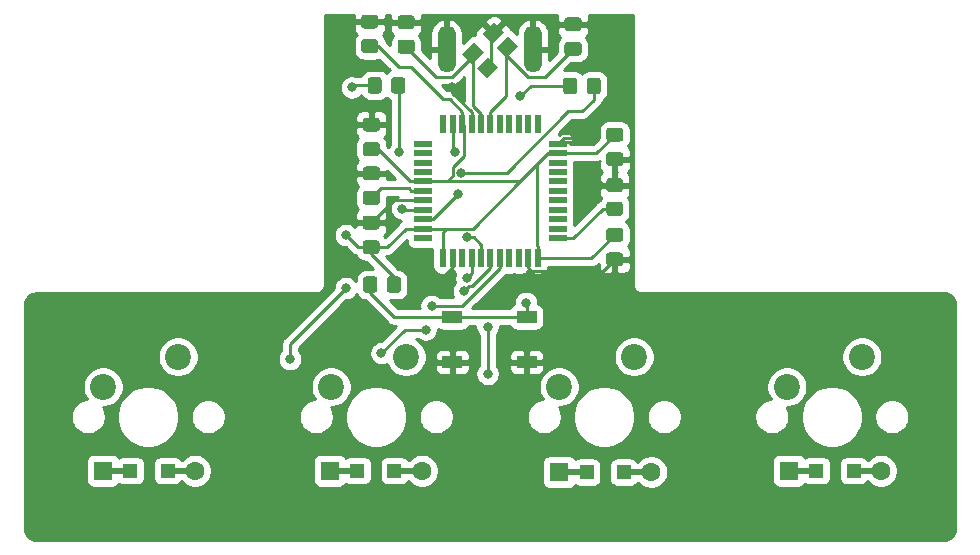
<source format=gbl>
%TF.GenerationSoftware,KiCad,Pcbnew,(5.1.9)-1*%
%TF.CreationDate,2021-01-03T12:45:44+00:00*%
%TF.ProjectId,Mechro_4K_PCB,4d656368-726f-45f3-944b-5f5043422e6b,rev?*%
%TF.SameCoordinates,Original*%
%TF.FileFunction,Copper,L2,Bot*%
%TF.FilePolarity,Positive*%
%FSLAX46Y46*%
G04 Gerber Fmt 4.6, Leading zero omitted, Abs format (unit mm)*
G04 Created by KiCad (PCBNEW (5.1.9)-1) date 2021-01-03 12:45:44*
%MOMM*%
%LPD*%
G01*
G04 APERTURE LIST*
%TA.AperFunction,SMDPad,CuDef*%
%ADD10R,2.500000X0.500000*%
%TD*%
%TA.AperFunction,ComponentPad*%
%ADD11C,1.600000*%
%TD*%
%TA.AperFunction,ComponentPad*%
%ADD12R,1.600000X1.600000*%
%TD*%
%TA.AperFunction,SMDPad,CuDef*%
%ADD13R,1.200000X1.200000*%
%TD*%
%TA.AperFunction,ComponentPad*%
%ADD14O,1.500000X4.000000*%
%TD*%
%TA.AperFunction,ComponentPad*%
%ADD15C,2.200000*%
%TD*%
%TA.AperFunction,SMDPad,CuDef*%
%ADD16R,1.700000X1.000000*%
%TD*%
%TA.AperFunction,SMDPad,CuDef*%
%ADD17R,1.500000X0.550000*%
%TD*%
%TA.AperFunction,SMDPad,CuDef*%
%ADD18R,0.550000X1.500000*%
%TD*%
%TA.AperFunction,SMDPad,CuDef*%
%ADD19C,0.100000*%
%TD*%
%TA.AperFunction,ViaPad*%
%ADD20C,0.800000*%
%TD*%
%TA.AperFunction,Conductor*%
%ADD21C,0.250000*%
%TD*%
%TA.AperFunction,Conductor*%
%ADD22C,0.254000*%
%TD*%
%TA.AperFunction,Conductor*%
%ADD23C,0.100000*%
%TD*%
G04 APERTURE END LIST*
%TO.P,C1,2*%
%TO.N,GND*%
%TA.AperFunction,SMDPad,CuDef*%
G36*
G01*
X128062500Y-36306250D02*
X127112500Y-36306250D01*
G75*
G02*
X126862500Y-36056250I0J250000D01*
G01*
X126862500Y-35381250D01*
G75*
G02*
X127112500Y-35131250I250000J0D01*
G01*
X128062500Y-35131250D01*
G75*
G02*
X128312500Y-35381250I0J-250000D01*
G01*
X128312500Y-36056250D01*
G75*
G02*
X128062500Y-36306250I-250000J0D01*
G01*
G37*
%TD.AperFunction*%
%TO.P,C1,1*%
%TO.N,Net-(C1-Pad1)*%
%TA.AperFunction,SMDPad,CuDef*%
G36*
G01*
X128062500Y-38381250D02*
X127112500Y-38381250D01*
G75*
G02*
X126862500Y-38131250I0J250000D01*
G01*
X126862500Y-37456250D01*
G75*
G02*
X127112500Y-37206250I250000J0D01*
G01*
X128062500Y-37206250D01*
G75*
G02*
X128312500Y-37456250I0J-250000D01*
G01*
X128312500Y-38131250D01*
G75*
G02*
X128062500Y-38381250I-250000J0D01*
G01*
G37*
%TD.AperFunction*%
%TD*%
%TO.P,C2,1*%
%TO.N,Net-(C2-Pad1)*%
%TA.AperFunction,SMDPad,CuDef*%
G36*
G01*
X142200000Y-38556250D02*
X141250000Y-38556250D01*
G75*
G02*
X141000000Y-38306250I0J250000D01*
G01*
X141000000Y-37631250D01*
G75*
G02*
X141250000Y-37381250I250000J0D01*
G01*
X142200000Y-37381250D01*
G75*
G02*
X142450000Y-37631250I0J-250000D01*
G01*
X142450000Y-38306250D01*
G75*
G02*
X142200000Y-38556250I-250000J0D01*
G01*
G37*
%TD.AperFunction*%
%TO.P,C2,2*%
%TO.N,GND*%
%TA.AperFunction,SMDPad,CuDef*%
G36*
G01*
X142200000Y-36481250D02*
X141250000Y-36481250D01*
G75*
G02*
X141000000Y-36231250I0J250000D01*
G01*
X141000000Y-35556250D01*
G75*
G02*
X141250000Y-35306250I250000J0D01*
G01*
X142200000Y-35306250D01*
G75*
G02*
X142450000Y-35556250I0J-250000D01*
G01*
X142450000Y-36231250D01*
G75*
G02*
X142200000Y-36481250I-250000J0D01*
G01*
G37*
%TD.AperFunction*%
%TD*%
%TO.P,C3,2*%
%TO.N,GND*%
%TA.AperFunction,SMDPad,CuDef*%
G36*
G01*
X144775000Y-55218750D02*
X145725000Y-55218750D01*
G75*
G02*
X145975000Y-55468750I0J-250000D01*
G01*
X145975000Y-56143750D01*
G75*
G02*
X145725000Y-56393750I-250000J0D01*
G01*
X144775000Y-56393750D01*
G75*
G02*
X144525000Y-56143750I0J250000D01*
G01*
X144525000Y-55468750D01*
G75*
G02*
X144775000Y-55218750I250000J0D01*
G01*
G37*
%TD.AperFunction*%
%TO.P,C3,1*%
%TO.N,VCC*%
%TA.AperFunction,SMDPad,CuDef*%
G36*
G01*
X144775000Y-53143750D02*
X145725000Y-53143750D01*
G75*
G02*
X145975000Y-53393750I0J-250000D01*
G01*
X145975000Y-54068750D01*
G75*
G02*
X145725000Y-54318750I-250000J0D01*
G01*
X144775000Y-54318750D01*
G75*
G02*
X144525000Y-54068750I0J250000D01*
G01*
X144525000Y-53393750D01*
G75*
G02*
X144775000Y-53143750I250000J0D01*
G01*
G37*
%TD.AperFunction*%
%TD*%
%TO.P,C4,1*%
%TO.N,VCC*%
%TA.AperFunction,SMDPad,CuDef*%
G36*
G01*
X144781250Y-44656250D02*
X145731250Y-44656250D01*
G75*
G02*
X145981250Y-44906250I0J-250000D01*
G01*
X145981250Y-45581250D01*
G75*
G02*
X145731250Y-45831250I-250000J0D01*
G01*
X144781250Y-45831250D01*
G75*
G02*
X144531250Y-45581250I0J250000D01*
G01*
X144531250Y-44906250D01*
G75*
G02*
X144781250Y-44656250I250000J0D01*
G01*
G37*
%TD.AperFunction*%
%TO.P,C4,2*%
%TO.N,GND*%
%TA.AperFunction,SMDPad,CuDef*%
G36*
G01*
X144781250Y-46731250D02*
X145731250Y-46731250D01*
G75*
G02*
X145981250Y-46981250I0J-250000D01*
G01*
X145981250Y-47656250D01*
G75*
G02*
X145731250Y-47906250I-250000J0D01*
G01*
X144781250Y-47906250D01*
G75*
G02*
X144531250Y-47656250I0J250000D01*
G01*
X144531250Y-46981250D01*
G75*
G02*
X144781250Y-46731250I250000J0D01*
G01*
G37*
%TD.AperFunction*%
%TD*%
%TO.P,C5,1*%
%TO.N,VCC*%
%TA.AperFunction,SMDPad,CuDef*%
G36*
G01*
X125125000Y-47062500D02*
X124175000Y-47062500D01*
G75*
G02*
X123925000Y-46812500I0J250000D01*
G01*
X123925000Y-46137500D01*
G75*
G02*
X124175000Y-45887500I250000J0D01*
G01*
X125125000Y-45887500D01*
G75*
G02*
X125375000Y-46137500I0J-250000D01*
G01*
X125375000Y-46812500D01*
G75*
G02*
X125125000Y-47062500I-250000J0D01*
G01*
G37*
%TD.AperFunction*%
%TO.P,C5,2*%
%TO.N,GND*%
%TA.AperFunction,SMDPad,CuDef*%
G36*
G01*
X125125000Y-44987500D02*
X124175000Y-44987500D01*
G75*
G02*
X123925000Y-44737500I0J250000D01*
G01*
X123925000Y-44062500D01*
G75*
G02*
X124175000Y-43812500I250000J0D01*
G01*
X125125000Y-43812500D01*
G75*
G02*
X125375000Y-44062500I0J-250000D01*
G01*
X125375000Y-44737500D01*
G75*
G02*
X125125000Y-44987500I-250000J0D01*
G01*
G37*
%TD.AperFunction*%
%TD*%
%TO.P,C6,2*%
%TO.N,GND*%
%TA.AperFunction,SMDPad,CuDef*%
G36*
G01*
X124975000Y-36262500D02*
X124025000Y-36262500D01*
G75*
G02*
X123775000Y-36012500I0J250000D01*
G01*
X123775000Y-35337500D01*
G75*
G02*
X124025000Y-35087500I250000J0D01*
G01*
X124975000Y-35087500D01*
G75*
G02*
X125225000Y-35337500I0J-250000D01*
G01*
X125225000Y-36012500D01*
G75*
G02*
X124975000Y-36262500I-250000J0D01*
G01*
G37*
%TD.AperFunction*%
%TO.P,C6,1*%
%TO.N,VCC*%
%TA.AperFunction,SMDPad,CuDef*%
G36*
G01*
X124975000Y-38337500D02*
X124025000Y-38337500D01*
G75*
G02*
X123775000Y-38087500I0J250000D01*
G01*
X123775000Y-37412500D01*
G75*
G02*
X124025000Y-37162500I250000J0D01*
G01*
X124975000Y-37162500D01*
G75*
G02*
X125225000Y-37412500I0J-250000D01*
G01*
X125225000Y-38087500D01*
G75*
G02*
X124975000Y-38337500I-250000J0D01*
G01*
G37*
%TD.AperFunction*%
%TD*%
%TO.P,C7,1*%
%TO.N,VCC*%
%TA.AperFunction,SMDPad,CuDef*%
G36*
G01*
X125098751Y-55356250D02*
X124148751Y-55356250D01*
G75*
G02*
X123898751Y-55106250I0J250000D01*
G01*
X123898751Y-54431250D01*
G75*
G02*
X124148751Y-54181250I250000J0D01*
G01*
X125098751Y-54181250D01*
G75*
G02*
X125348751Y-54431250I0J-250000D01*
G01*
X125348751Y-55106250D01*
G75*
G02*
X125098751Y-55356250I-250000J0D01*
G01*
G37*
%TD.AperFunction*%
%TO.P,C7,2*%
%TO.N,GND*%
%TA.AperFunction,SMDPad,CuDef*%
G36*
G01*
X125098751Y-53281250D02*
X124148751Y-53281250D01*
G75*
G02*
X123898751Y-53031250I0J250000D01*
G01*
X123898751Y-52356250D01*
G75*
G02*
X124148751Y-52106250I250000J0D01*
G01*
X125098751Y-52106250D01*
G75*
G02*
X125348751Y-52356250I0J-250000D01*
G01*
X125348751Y-53031250D01*
G75*
G02*
X125098751Y-53281250I-250000J0D01*
G01*
G37*
%TD.AperFunction*%
%TD*%
%TO.P,C8,2*%
%TO.N,GND*%
%TA.AperFunction,SMDPad,CuDef*%
G36*
G01*
X125125000Y-49112500D02*
X124175000Y-49112500D01*
G75*
G02*
X123925000Y-48862500I0J250000D01*
G01*
X123925000Y-48187500D01*
G75*
G02*
X124175000Y-47937500I250000J0D01*
G01*
X125125000Y-47937500D01*
G75*
G02*
X125375000Y-48187500I0J-250000D01*
G01*
X125375000Y-48862500D01*
G75*
G02*
X125125000Y-49112500I-250000J0D01*
G01*
G37*
%TD.AperFunction*%
%TO.P,C8,1*%
%TO.N,Net-(C8-Pad1)*%
%TA.AperFunction,SMDPad,CuDef*%
G36*
G01*
X125125000Y-51187500D02*
X124175000Y-51187500D01*
G75*
G02*
X123925000Y-50937500I0J250000D01*
G01*
X123925000Y-50262500D01*
G75*
G02*
X124175000Y-50012500I250000J0D01*
G01*
X125125000Y-50012500D01*
G75*
G02*
X125375000Y-50262500I0J-250000D01*
G01*
X125375000Y-50937500D01*
G75*
G02*
X125125000Y-51187500I-250000J0D01*
G01*
G37*
%TD.AperFunction*%
%TD*%
D10*
%TO.P,D1,2*%
%TO.N,Net-(D1-Pad2)*%
X166600000Y-73700000D03*
%TO.P,D1,1*%
%TO.N,/row0*%
X161200000Y-73700000D03*
D11*
%TO.P,D1,2*%
%TO.N,Net-(D1-Pad2)*%
X167800000Y-73700000D03*
D12*
%TO.P,D1,1*%
%TO.N,/row0*%
X160000000Y-73700000D03*
D13*
X162325000Y-73700000D03*
%TO.P,D1,2*%
%TO.N,Net-(D1-Pad2)*%
X165475000Y-73700000D03*
%TD*%
%TO.P,D2,2*%
%TO.N,Net-(D2-Pad2)*%
X126600000Y-73700000D03*
%TO.P,D2,1*%
%TO.N,/row1*%
X123450000Y-73700000D03*
D12*
X121125000Y-73700000D03*
D11*
%TO.P,D2,2*%
%TO.N,Net-(D2-Pad2)*%
X128925000Y-73700000D03*
D10*
%TO.P,D2,1*%
%TO.N,/row1*%
X122325000Y-73700000D03*
%TO.P,D2,2*%
%TO.N,Net-(D2-Pad2)*%
X127725000Y-73700000D03*
%TD*%
%TO.P,D3,2*%
%TO.N,Net-(D3-Pad2)*%
X147150000Y-73818750D03*
%TO.P,D3,1*%
%TO.N,/row0*%
X141750000Y-73818750D03*
D11*
%TO.P,D3,2*%
%TO.N,Net-(D3-Pad2)*%
X148350000Y-73818750D03*
D12*
%TO.P,D3,1*%
%TO.N,/row0*%
X140550000Y-73818750D03*
D13*
X142875000Y-73818750D03*
%TO.P,D3,2*%
%TO.N,Net-(D3-Pad2)*%
X146025000Y-73818750D03*
%TD*%
%TO.P,D4,2*%
%TO.N,Net-(D4-Pad2)*%
X107400000Y-73700000D03*
%TO.P,D4,1*%
%TO.N,/row1*%
X104250000Y-73700000D03*
D12*
X101925000Y-73700000D03*
D11*
%TO.P,D4,2*%
%TO.N,Net-(D4-Pad2)*%
X109725000Y-73700000D03*
D10*
%TO.P,D4,1*%
%TO.N,/row1*%
X103125000Y-73700000D03*
%TO.P,D4,2*%
%TO.N,Net-(D4-Pad2)*%
X108525000Y-73700000D03*
%TD*%
D14*
%TO.P,J1,6*%
%TO.N,GND*%
X131025000Y-38000000D03*
X138325000Y-38000000D03*
%TD*%
D15*
%TO.P,K1,1*%
%TO.N,/col0*%
X166181250Y-64051251D03*
%TO.P,K1,2*%
%TO.N,Net-(D1-Pad2)*%
X159831250Y-66591251D03*
%TD*%
%TO.P,K2,1*%
%TO.N,/col0*%
X127590001Y-64051251D03*
%TO.P,K2,2*%
%TO.N,Net-(D2-Pad2)*%
X121240001Y-66591251D03*
%TD*%
%TO.P,K3,2*%
%TO.N,Net-(D3-Pad2)*%
X140540001Y-66591251D03*
%TO.P,K3,1*%
%TO.N,/col1*%
X146890001Y-64051251D03*
%TD*%
%TO.P,K4,2*%
%TO.N,Net-(D4-Pad2)*%
X101931250Y-66591251D03*
%TO.P,K4,1*%
%TO.N,/col1*%
X108281250Y-64051251D03*
%TD*%
%TO.P,R1,1*%
%TO.N,Net-(R1-Pad1)*%
%TA.AperFunction,SMDPad,CuDef*%
G36*
G01*
X123950000Y-58400001D02*
X123950000Y-57499999D01*
G75*
G02*
X124199999Y-57250000I249999J0D01*
G01*
X124900001Y-57250000D01*
G75*
G02*
X125150000Y-57499999I0J-249999D01*
G01*
X125150000Y-58400001D01*
G75*
G02*
X124900001Y-58650000I-249999J0D01*
G01*
X124199999Y-58650000D01*
G75*
G02*
X123950000Y-58400001I0J249999D01*
G01*
G37*
%TD.AperFunction*%
%TO.P,R1,2*%
%TO.N,VCC*%
%TA.AperFunction,SMDPad,CuDef*%
G36*
G01*
X125950000Y-58400001D02*
X125950000Y-57499999D01*
G75*
G02*
X126199999Y-57250000I249999J0D01*
G01*
X126900001Y-57250000D01*
G75*
G02*
X127150000Y-57499999I0J-249999D01*
G01*
X127150000Y-58400001D01*
G75*
G02*
X126900001Y-58650000I-249999J0D01*
G01*
X126199999Y-58650000D01*
G75*
G02*
X125950000Y-58400001I0J249999D01*
G01*
G37*
%TD.AperFunction*%
%TD*%
%TO.P,R2,2*%
%TO.N,Net-(R2-Pad2)*%
%TA.AperFunction,SMDPad,CuDef*%
G36*
G01*
X144799999Y-50925000D02*
X145700001Y-50925000D01*
G75*
G02*
X145950000Y-51174999I0J-249999D01*
G01*
X145950000Y-51875001D01*
G75*
G02*
X145700001Y-52125000I-249999J0D01*
G01*
X144799999Y-52125000D01*
G75*
G02*
X144550000Y-51875001I0J249999D01*
G01*
X144550000Y-51174999D01*
G75*
G02*
X144799999Y-50925000I249999J0D01*
G01*
G37*
%TD.AperFunction*%
%TO.P,R2,1*%
%TO.N,GND*%
%TA.AperFunction,SMDPad,CuDef*%
G36*
G01*
X144799999Y-48925000D02*
X145700001Y-48925000D01*
G75*
G02*
X145950000Y-49174999I0J-249999D01*
G01*
X145950000Y-49875001D01*
G75*
G02*
X145700001Y-50125000I-249999J0D01*
G01*
X144799999Y-50125000D01*
G75*
G02*
X144550000Y-49875001I0J249999D01*
G01*
X144550000Y-49174999D01*
G75*
G02*
X144799999Y-48925000I249999J0D01*
G01*
G37*
%TD.AperFunction*%
%TD*%
%TO.P,R3,1*%
%TO.N,Net-(J1-Pad2)*%
%TA.AperFunction,SMDPad,CuDef*%
G36*
G01*
X140875000Y-41575001D02*
X140875000Y-40674999D01*
G75*
G02*
X141124999Y-40425000I249999J0D01*
G01*
X141825001Y-40425000D01*
G75*
G02*
X142075000Y-40674999I0J-249999D01*
G01*
X142075000Y-41575001D01*
G75*
G02*
X141825001Y-41825000I-249999J0D01*
G01*
X141124999Y-41825000D01*
G75*
G02*
X140875000Y-41575001I0J249999D01*
G01*
G37*
%TD.AperFunction*%
%TO.P,R3,2*%
%TO.N,Net-(R3-Pad2)*%
%TA.AperFunction,SMDPad,CuDef*%
G36*
G01*
X142875000Y-41575001D02*
X142875000Y-40674999D01*
G75*
G02*
X143124999Y-40425000I249999J0D01*
G01*
X143825001Y-40425000D01*
G75*
G02*
X144075000Y-40674999I0J-249999D01*
G01*
X144075000Y-41575001D01*
G75*
G02*
X143825001Y-41825000I-249999J0D01*
G01*
X143124999Y-41825000D01*
G75*
G02*
X142875000Y-41575001I0J249999D01*
G01*
G37*
%TD.AperFunction*%
%TD*%
%TO.P,R4,2*%
%TO.N,Net-(R4-Pad2)*%
%TA.AperFunction,SMDPad,CuDef*%
G36*
G01*
X126325000Y-41525001D02*
X126325000Y-40624999D01*
G75*
G02*
X126574999Y-40375000I249999J0D01*
G01*
X127275001Y-40375000D01*
G75*
G02*
X127525000Y-40624999I0J-249999D01*
G01*
X127525000Y-41525001D01*
G75*
G02*
X127275001Y-41775000I-249999J0D01*
G01*
X126574999Y-41775000D01*
G75*
G02*
X126325000Y-41525001I0J249999D01*
G01*
G37*
%TD.AperFunction*%
%TO.P,R4,1*%
%TO.N,Net-(J1-Pad3)*%
%TA.AperFunction,SMDPad,CuDef*%
G36*
G01*
X124325000Y-41525001D02*
X124325000Y-40624999D01*
G75*
G02*
X124574999Y-40375000I249999J0D01*
G01*
X125275001Y-40375000D01*
G75*
G02*
X125525000Y-40624999I0J-249999D01*
G01*
X125525000Y-41525001D01*
G75*
G02*
X125275001Y-41775000I-249999J0D01*
G01*
X124574999Y-41775000D01*
G75*
G02*
X124325000Y-41525001I0J249999D01*
G01*
G37*
%TD.AperFunction*%
%TD*%
D16*
%TO.P,SW1,1*%
%TO.N,GND*%
X131500000Y-64500000D03*
X137800000Y-64500000D03*
%TO.P,SW1,2*%
%TO.N,Net-(R1-Pad1)*%
X131500000Y-60700000D03*
X137800000Y-60700000D03*
%TD*%
D17*
%TO.P,U1,1*%
%TO.N,Net-(U1-Pad1)*%
X129031250Y-54006250D03*
%TO.P,U1,2*%
%TO.N,VCC*%
X129031250Y-53206250D03*
%TO.P,U1,3*%
%TO.N,Net-(R3-Pad2)*%
X129031250Y-52406250D03*
%TO.P,U1,4*%
%TO.N,Net-(R4-Pad2)*%
X129031250Y-51606250D03*
%TO.P,U1,5*%
%TO.N,GND*%
X129031250Y-50806250D03*
%TO.P,U1,6*%
%TO.N,Net-(C8-Pad1)*%
X129031250Y-50006250D03*
%TO.P,U1,7*%
%TO.N,VCC*%
X129031250Y-49206250D03*
%TO.P,U1,8*%
%TO.N,Net-(U1-Pad8)*%
X129031250Y-48406250D03*
%TO.P,U1,9*%
%TO.N,Net-(U1-Pad9)*%
X129031250Y-47606250D03*
%TO.P,U1,10*%
%TO.N,Net-(U1-Pad10)*%
X129031250Y-46806250D03*
%TO.P,U1,11*%
%TO.N,Net-(U1-Pad11)*%
X129031250Y-46006250D03*
D18*
%TO.P,U1,12*%
%TO.N,Net-(U1-Pad12)*%
X130731250Y-44306250D03*
%TO.P,U1,13*%
%TO.N,Net-(R1-Pad1)*%
X131531250Y-44306250D03*
%TO.P,U1,14*%
%TO.N,VCC*%
X132331250Y-44306250D03*
%TO.P,U1,15*%
%TO.N,GND*%
X133131250Y-44306250D03*
%TO.P,U1,16*%
%TO.N,Net-(C1-Pad1)*%
X133931250Y-44306250D03*
%TO.P,U1,17*%
%TO.N,Net-(C2-Pad1)*%
X134731250Y-44306250D03*
%TO.P,U1,18*%
%TO.N,Net-(U1-Pad18)*%
X135531250Y-44306250D03*
%TO.P,U1,19*%
%TO.N,Net-(U1-Pad19)*%
X136331250Y-44306250D03*
%TO.P,U1,20*%
%TO.N,Net-(U1-Pad20)*%
X137131250Y-44306250D03*
%TO.P,U1,21*%
%TO.N,Net-(U1-Pad21)*%
X137931250Y-44306250D03*
%TO.P,U1,22*%
%TO.N,Net-(U1-Pad22)*%
X138731250Y-44306250D03*
D17*
%TO.P,U1,23*%
%TO.N,GND*%
X140431250Y-46006250D03*
%TO.P,U1,24*%
%TO.N,VCC*%
X140431250Y-46806250D03*
%TO.P,U1,25*%
%TO.N,Net-(U1-Pad25)*%
X140431250Y-47606250D03*
%TO.P,U1,26*%
%TO.N,Net-(U1-Pad26)*%
X140431250Y-48406250D03*
%TO.P,U1,27*%
%TO.N,Net-(U1-Pad27)*%
X140431250Y-49206250D03*
%TO.P,U1,28*%
%TO.N,Net-(U1-Pad28)*%
X140431250Y-50006250D03*
%TO.P,U1,29*%
%TO.N,Net-(U1-Pad29)*%
X140431250Y-50806250D03*
%TO.P,U1,30*%
%TO.N,Net-(U1-Pad30)*%
X140431250Y-51606250D03*
%TO.P,U1,31*%
%TO.N,Net-(U1-Pad31)*%
X140431250Y-52406250D03*
%TO.P,U1,32*%
%TO.N,Net-(U1-Pad32)*%
X140431250Y-53206250D03*
%TO.P,U1,33*%
%TO.N,Net-(R2-Pad2)*%
X140431250Y-54006250D03*
D18*
%TO.P,U1,34*%
%TO.N,VCC*%
X138731250Y-55706250D03*
%TO.P,U1,35*%
%TO.N,GND*%
X137931250Y-55706250D03*
%TO.P,U1,36*%
%TO.N,Net-(U1-Pad36)*%
X137131250Y-55706250D03*
%TO.P,U1,37*%
%TO.N,Net-(U1-Pad37)*%
X136331250Y-55706250D03*
%TO.P,U1,38*%
%TO.N,/col1*%
X135531250Y-55706250D03*
%TO.P,U1,39*%
%TO.N,/col0*%
X134731250Y-55706250D03*
%TO.P,U1,40*%
%TO.N,/row1*%
X133931250Y-55706250D03*
%TO.P,U1,41*%
%TO.N,/row0*%
X133131250Y-55706250D03*
%TO.P,U1,42*%
%TO.N,Net-(U1-Pad42)*%
X132331250Y-55706250D03*
%TO.P,U1,43*%
%TO.N,GND*%
X131531250Y-55706250D03*
%TO.P,U1,44*%
%TO.N,VCC*%
X130731250Y-55706250D03*
%TD*%
%TA.AperFunction,SMDPad,CuDef*%
D19*
%TO.P,X1,3*%
%TO.N,GND*%
G36*
X134413052Y-40468808D02*
G01*
X133564524Y-39620280D01*
X134554474Y-38630330D01*
X135403002Y-39478858D01*
X134413052Y-40468808D01*
G37*
%TD.AperFunction*%
%TA.AperFunction,SMDPad,CuDef*%
%TO.P,X1,2*%
%TO.N,Net-(C2-Pad1)*%
G36*
X136110108Y-38771752D02*
G01*
X135261580Y-37923224D01*
X136251530Y-36933274D01*
X137100058Y-37781802D01*
X136110108Y-38771752D01*
G37*
%TD.AperFunction*%
%TA.AperFunction,SMDPad,CuDef*%
%TO.P,X1,1*%
%TO.N,Net-(C1-Pad1)*%
G36*
X133210970Y-39266726D02*
G01*
X132362442Y-38418198D01*
X133352392Y-37428248D01*
X134200920Y-38276776D01*
X133210970Y-39266726D01*
G37*
%TD.AperFunction*%
%TA.AperFunction,SMDPad,CuDef*%
%TO.P,X1,3*%
%TO.N,GND*%
G36*
X134908026Y-37569670D02*
G01*
X134059498Y-36721142D01*
X135049448Y-35731192D01*
X135897976Y-36579720D01*
X134908026Y-37569670D01*
G37*
%TD.AperFunction*%
%TD*%
D20*
%TO.N,GND*%
X143000000Y-48250000D03*
X143000000Y-45500000D03*
X131500000Y-41250000D03*
X130500000Y-57500000D03*
%TO.N,VCC*%
X122500000Y-53750000D03*
%TO.N,/row0*%
X134500000Y-65500000D03*
X134500000Y-61500000D03*
X132712988Y-57399535D03*
%TO.N,/row1*%
X117750000Y-64250000D03*
X122500000Y-58250000D03*
X132746424Y-53931250D03*
%TO.N,Net-(J1-Pad2)*%
X137250000Y-42000000D03*
%TO.N,Net-(J1-Pad3)*%
X123000000Y-41250000D03*
%TO.N,/col0*%
X125500000Y-63750000D03*
X129250000Y-61750000D03*
X132500000Y-58500000D03*
%TO.N,/col1*%
X129750000Y-59750000D03*
%TO.N,Net-(R1-Pad1)*%
X137750000Y-59500000D03*
X131750000Y-46725000D03*
%TO.N,Net-(R3-Pad2)*%
X132000000Y-50250000D03*
X132250000Y-48481250D03*
%TO.N,Net-(R4-Pad2)*%
X127250000Y-51500000D03*
X127000000Y-46750000D03*
%TD*%
D21*
%TO.N,GND*%
X134943382Y-36756497D02*
X134943382Y-36806618D01*
X134943382Y-36756497D02*
X134750000Y-36949879D01*
X134750000Y-39212621D02*
X134519118Y-39443503D01*
X134750000Y-36949879D02*
X134750000Y-39212621D01*
X144275000Y-49525000D02*
X143000000Y-48250000D01*
X145250000Y-49525000D02*
X144275000Y-49525000D01*
X140937500Y-45500000D02*
X140431250Y-46006250D01*
X143000000Y-45500000D02*
X140937500Y-45500000D01*
X137931250Y-56516252D02*
X137931250Y-55706250D01*
X138196249Y-56781251D02*
X137931250Y-56516252D01*
X144274999Y-56781251D02*
X138196249Y-56781251D01*
X145250000Y-55806250D02*
X144274999Y-56781251D01*
X131500000Y-41701408D02*
X131500000Y-41250000D01*
X133131250Y-43332658D02*
X131500000Y-41701408D01*
X133131250Y-44306250D02*
X133131250Y-43332658D01*
X128999999Y-50774999D02*
X129031250Y-50806250D01*
X126542502Y-50774999D02*
X128999999Y-50774999D01*
X124623751Y-52693750D02*
X126542502Y-50774999D01*
X131531250Y-56468750D02*
X130500000Y-57500000D01*
X131531250Y-55706250D02*
X131531250Y-56468750D01*
%TO.N,Net-(C1-Pad1)*%
X133387747Y-38407546D02*
X133387747Y-38312132D01*
X131470283Y-40325010D02*
X133387747Y-38407546D01*
X130118760Y-40325010D02*
X131470283Y-40325010D01*
X127587500Y-37793750D02*
X130118760Y-40325010D01*
X133931250Y-43496248D02*
X133931250Y-44306250D01*
X133239514Y-42804512D02*
X133931250Y-43496248D01*
X133239514Y-38460365D02*
X133239514Y-42804512D01*
X133387747Y-38312132D02*
X133239514Y-38460365D01*
%TO.N,Net-(C2-Pad1)*%
X137879717Y-40325010D02*
X136074753Y-38520046D01*
X139368740Y-40325010D02*
X137879717Y-40325010D01*
X136074753Y-38520046D02*
X136074753Y-37887868D01*
X141725000Y-37968750D02*
X139368740Y-40325010D01*
X134731250Y-43306250D02*
X134731250Y-44306250D01*
X136074753Y-41962747D02*
X134731250Y-43306250D01*
X136074753Y-37887868D02*
X136074753Y-41962747D01*
%TO.N,VCC*%
X143693750Y-46806250D02*
X140431250Y-46806250D01*
X145256250Y-45243750D02*
X143693750Y-46806250D01*
X125225000Y-37750000D02*
X126975000Y-39500000D01*
X124500000Y-37750000D02*
X125225000Y-37750000D01*
X126975000Y-39500000D02*
X128000000Y-39500000D01*
X128000000Y-39500000D02*
X130750000Y-42250000D01*
X132331250Y-43306250D02*
X132331250Y-44306250D01*
X131275000Y-42250000D02*
X132331250Y-43306250D01*
X130750000Y-42250000D02*
X131275000Y-42250000D01*
X124623751Y-54768750D02*
X125981250Y-54768750D01*
X127543750Y-53206250D02*
X129031250Y-53206250D01*
X125981250Y-54768750D02*
X127543750Y-53206250D01*
X124650000Y-46475000D02*
X125225000Y-46475000D01*
X127956250Y-49206250D02*
X129031250Y-49206250D01*
X125225000Y-46475000D02*
X127956250Y-49206250D01*
X143275000Y-55706250D02*
X138731250Y-55706250D01*
X145250000Y-53731250D02*
X143275000Y-55706250D01*
X124623751Y-54768750D02*
X124623751Y-55373751D01*
X126550000Y-57300000D02*
X126550000Y-57950000D01*
X124623751Y-55373751D02*
X126550000Y-57300000D01*
X139621248Y-46806250D02*
X140431250Y-46806250D01*
X123518750Y-54768750D02*
X122500000Y-53750000D01*
X124623751Y-54768750D02*
X123518750Y-54768750D01*
X132475001Y-44450001D02*
X132331250Y-44306250D01*
X132475001Y-47073001D02*
X132475001Y-44450001D01*
X131524999Y-48023003D02*
X132475001Y-47073001D01*
X131524999Y-48725001D02*
X131524999Y-48023003D01*
X131043750Y-49206250D02*
X131524999Y-48725001D01*
X130956250Y-49206250D02*
X131043750Y-49206250D01*
X129031250Y-49206250D02*
X130956250Y-49206250D01*
X130956250Y-49206250D02*
X137221248Y-49206250D01*
X130731250Y-53518750D02*
X131043750Y-53206250D01*
X130731250Y-55706250D02*
X130731250Y-53518750D01*
X131043750Y-53206250D02*
X133221248Y-53206250D01*
X129031250Y-53206250D02*
X131043750Y-53206250D01*
X133221248Y-53206250D02*
X137221248Y-49206250D01*
X138713749Y-54688749D02*
X138713749Y-47713749D01*
X138731250Y-54706250D02*
X138713749Y-54688749D01*
X138713749Y-47713749D02*
X139621248Y-46806250D01*
X138731250Y-55706250D02*
X138731250Y-54706250D01*
X137221248Y-49206250D02*
X138713749Y-47713749D01*
%TO.N,Net-(C8-Pad1)*%
X127799999Y-49774999D02*
X128031250Y-50006250D01*
X128031250Y-50006250D02*
X129031250Y-50006250D01*
X125475001Y-49774999D02*
X127799999Y-49774999D01*
X124650000Y-50600000D02*
X125475001Y-49774999D01*
%TO.N,/row0*%
X134500000Y-65500000D02*
X134500000Y-61500000D01*
X133131250Y-56981273D02*
X133131250Y-55706250D01*
X132712988Y-57399535D02*
X133131250Y-56981273D01*
%TO.N,/row1*%
X117750000Y-63000000D02*
X122500000Y-58250000D01*
X117750000Y-64250000D02*
X117750000Y-63000000D01*
X133931250Y-54550391D02*
X133931250Y-55706250D01*
X133312109Y-53931250D02*
X133931250Y-54550391D01*
X132746424Y-53931250D02*
X133312109Y-53931250D01*
%TO.N,Net-(J1-Pad2)*%
X138125000Y-41125000D02*
X137250000Y-42000000D01*
X141475000Y-41125000D02*
X138125000Y-41125000D01*
%TO.N,Net-(J1-Pad3)*%
X123175000Y-41075000D02*
X123000000Y-41250000D01*
X124925000Y-41075000D02*
X123175000Y-41075000D01*
%TO.N,/col0*%
X127500000Y-61750000D02*
X129250000Y-61750000D01*
X125500000Y-63750000D02*
X127500000Y-61750000D01*
X134731250Y-56516252D02*
X134731250Y-55706250D01*
X133147501Y-58100001D02*
X134731250Y-56516252D01*
X132899999Y-58100001D02*
X133147501Y-58100001D01*
X132500000Y-58500000D02*
X132899999Y-58100001D01*
%TO.N,/col1*%
X135531250Y-56516252D02*
X135531250Y-55706250D01*
X132297502Y-59750000D02*
X135531250Y-56516252D01*
X129750000Y-59750000D02*
X132297502Y-59750000D01*
%TO.N,Net-(R1-Pad1)*%
X124550000Y-58650000D02*
X126600000Y-60700000D01*
X126600000Y-60700000D02*
X131500000Y-60700000D01*
X124550000Y-57950000D02*
X124550000Y-58650000D01*
X137800000Y-59550000D02*
X137750000Y-59500000D01*
X137800000Y-60700000D02*
X137800000Y-59550000D01*
X131531250Y-46506250D02*
X131531250Y-44306250D01*
X131750000Y-46725000D02*
X131531250Y-46506250D01*
X131500000Y-60700000D02*
X137800000Y-60700000D01*
%TO.N,Net-(R2-Pad2)*%
X140431250Y-54006250D02*
X141743750Y-54006250D01*
X144225000Y-51525000D02*
X145250000Y-51525000D01*
X141743750Y-54006250D02*
X144225000Y-51525000D01*
%TO.N,Net-(R3-Pad2)*%
X129843750Y-52406250D02*
X132000000Y-50250000D01*
X129031250Y-52406250D02*
X129843750Y-52406250D01*
X136100001Y-48481250D02*
X141331251Y-43250000D01*
X132250000Y-48481250D02*
X136100001Y-48481250D01*
X141331251Y-43250000D02*
X142500000Y-43250000D01*
X143475000Y-42275000D02*
X143475000Y-41125000D01*
X142500000Y-43250000D02*
X143475000Y-42275000D01*
%TO.N,Net-(R4-Pad2)*%
X127356250Y-51606250D02*
X127250000Y-51500000D01*
X129031250Y-51606250D02*
X127356250Y-51606250D01*
X127000000Y-41150000D02*
X126925000Y-41075000D01*
X127000000Y-46750000D02*
X127000000Y-41150000D01*
%TD*%
D22*
%TO.N,GND*%
X123136928Y-35087500D02*
X123140000Y-35389250D01*
X123298750Y-35548000D01*
X124373000Y-35548000D01*
X124373000Y-35528000D01*
X124627000Y-35528000D01*
X124627000Y-35548000D01*
X125701250Y-35548000D01*
X125860000Y-35389250D01*
X125863072Y-35087500D01*
X125862826Y-35085000D01*
X126228983Y-35085000D01*
X126224428Y-35131250D01*
X126227500Y-35433000D01*
X126386250Y-35591750D01*
X127460500Y-35591750D01*
X127460500Y-35571750D01*
X127714500Y-35571750D01*
X127714500Y-35591750D01*
X128788750Y-35591750D01*
X128947500Y-35433000D01*
X128950572Y-35131250D01*
X128946017Y-35085000D01*
X140403542Y-35085000D01*
X140374188Y-35181768D01*
X140361928Y-35306250D01*
X140365000Y-35608000D01*
X140523750Y-35766750D01*
X141598000Y-35766750D01*
X141598000Y-35746750D01*
X141852000Y-35746750D01*
X141852000Y-35766750D01*
X142926250Y-35766750D01*
X143085000Y-35608000D01*
X143088072Y-35306250D01*
X143075812Y-35181768D01*
X143046458Y-35085000D01*
X146815000Y-35085000D01*
X146815001Y-57967571D01*
X146811807Y-58000000D01*
X146824550Y-58129383D01*
X146862290Y-58253793D01*
X146923575Y-58368450D01*
X147006052Y-58468948D01*
X147106550Y-58551425D01*
X147221207Y-58612710D01*
X147345617Y-58650450D01*
X147442581Y-58660000D01*
X147475000Y-58663193D01*
X147507419Y-58660000D01*
X173117721Y-58660000D01*
X173331967Y-58681007D01*
X173506998Y-58733852D01*
X173668435Y-58819690D01*
X173810127Y-58935250D01*
X173926671Y-59076127D01*
X174013633Y-59236960D01*
X174067701Y-59411625D01*
X174089969Y-59623497D01*
X174065043Y-78617279D01*
X174043993Y-78831968D01*
X173991149Y-79006997D01*
X173905309Y-79168436D01*
X173789750Y-79310126D01*
X173648869Y-79426673D01*
X173488040Y-79513633D01*
X173313374Y-79567701D01*
X173101282Y-79589993D01*
X96282391Y-79565011D01*
X96068032Y-79543993D01*
X95893003Y-79491149D01*
X95731564Y-79405309D01*
X95589874Y-79289750D01*
X95473327Y-79148869D01*
X95386367Y-78988040D01*
X95332299Y-78813374D01*
X95310000Y-78601213D01*
X95310000Y-72900000D01*
X100486928Y-72900000D01*
X100486928Y-74500000D01*
X100499188Y-74624482D01*
X100535498Y-74744180D01*
X100594463Y-74854494D01*
X100673815Y-74951185D01*
X100770506Y-75030537D01*
X100880820Y-75089502D01*
X101000518Y-75125812D01*
X101125000Y-75138072D01*
X102725000Y-75138072D01*
X102849482Y-75125812D01*
X102969180Y-75089502D01*
X103079494Y-75030537D01*
X103176185Y-74951185D01*
X103255537Y-74854494D01*
X103276625Y-74815042D01*
X103295506Y-74830537D01*
X103405820Y-74889502D01*
X103525518Y-74925812D01*
X103650000Y-74938072D01*
X104850000Y-74938072D01*
X104974482Y-74925812D01*
X105094180Y-74889502D01*
X105204494Y-74830537D01*
X105301185Y-74751185D01*
X105380537Y-74654494D01*
X105439502Y-74544180D01*
X105475812Y-74424482D01*
X105488072Y-74300000D01*
X105488072Y-73100000D01*
X106161928Y-73100000D01*
X106161928Y-74300000D01*
X106174188Y-74424482D01*
X106210498Y-74544180D01*
X106269463Y-74654494D01*
X106348815Y-74751185D01*
X106445506Y-74830537D01*
X106555820Y-74889502D01*
X106675518Y-74925812D01*
X106800000Y-74938072D01*
X108000000Y-74938072D01*
X108124482Y-74925812D01*
X108244180Y-74889502D01*
X108354494Y-74830537D01*
X108451185Y-74751185D01*
X108530537Y-74654494D01*
X108566041Y-74588072D01*
X108592531Y-74588072D01*
X108610363Y-74614759D01*
X108810241Y-74814637D01*
X109045273Y-74971680D01*
X109306426Y-75079853D01*
X109583665Y-75135000D01*
X109866335Y-75135000D01*
X110143574Y-75079853D01*
X110404727Y-74971680D01*
X110639759Y-74814637D01*
X110839637Y-74614759D01*
X110996680Y-74379727D01*
X111104853Y-74118574D01*
X111160000Y-73841335D01*
X111160000Y-73558665D01*
X111104853Y-73281426D01*
X110996680Y-73020273D01*
X110916317Y-72900000D01*
X119686928Y-72900000D01*
X119686928Y-74500000D01*
X119699188Y-74624482D01*
X119735498Y-74744180D01*
X119794463Y-74854494D01*
X119873815Y-74951185D01*
X119970506Y-75030537D01*
X120080820Y-75089502D01*
X120200518Y-75125812D01*
X120325000Y-75138072D01*
X121925000Y-75138072D01*
X122049482Y-75125812D01*
X122169180Y-75089502D01*
X122279494Y-75030537D01*
X122376185Y-74951185D01*
X122455537Y-74854494D01*
X122476625Y-74815042D01*
X122495506Y-74830537D01*
X122605820Y-74889502D01*
X122725518Y-74925812D01*
X122850000Y-74938072D01*
X124050000Y-74938072D01*
X124174482Y-74925812D01*
X124294180Y-74889502D01*
X124404494Y-74830537D01*
X124501185Y-74751185D01*
X124580537Y-74654494D01*
X124639502Y-74544180D01*
X124675812Y-74424482D01*
X124688072Y-74300000D01*
X124688072Y-73100000D01*
X125361928Y-73100000D01*
X125361928Y-74300000D01*
X125374188Y-74424482D01*
X125410498Y-74544180D01*
X125469463Y-74654494D01*
X125548815Y-74751185D01*
X125645506Y-74830537D01*
X125755820Y-74889502D01*
X125875518Y-74925812D01*
X126000000Y-74938072D01*
X127200000Y-74938072D01*
X127324482Y-74925812D01*
X127444180Y-74889502D01*
X127554494Y-74830537D01*
X127651185Y-74751185D01*
X127730537Y-74654494D01*
X127766041Y-74588072D01*
X127792531Y-74588072D01*
X127810363Y-74614759D01*
X128010241Y-74814637D01*
X128245273Y-74971680D01*
X128506426Y-75079853D01*
X128783665Y-75135000D01*
X129066335Y-75135000D01*
X129343574Y-75079853D01*
X129604727Y-74971680D01*
X129839759Y-74814637D01*
X130039637Y-74614759D01*
X130196680Y-74379727D01*
X130304853Y-74118574D01*
X130360000Y-73841335D01*
X130360000Y-73558665D01*
X130304853Y-73281426D01*
X130196680Y-73020273D01*
X130195663Y-73018750D01*
X139111928Y-73018750D01*
X139111928Y-74618750D01*
X139124188Y-74743232D01*
X139160498Y-74862930D01*
X139219463Y-74973244D01*
X139298815Y-75069935D01*
X139395506Y-75149287D01*
X139505820Y-75208252D01*
X139625518Y-75244562D01*
X139750000Y-75256822D01*
X141350000Y-75256822D01*
X141474482Y-75244562D01*
X141594180Y-75208252D01*
X141704494Y-75149287D01*
X141801185Y-75069935D01*
X141880537Y-74973244D01*
X141901625Y-74933792D01*
X141920506Y-74949287D01*
X142030820Y-75008252D01*
X142150518Y-75044562D01*
X142275000Y-75056822D01*
X143475000Y-75056822D01*
X143599482Y-75044562D01*
X143719180Y-75008252D01*
X143829494Y-74949287D01*
X143926185Y-74869935D01*
X144005537Y-74773244D01*
X144064502Y-74662930D01*
X144100812Y-74543232D01*
X144113072Y-74418750D01*
X144113072Y-73218750D01*
X144786928Y-73218750D01*
X144786928Y-74418750D01*
X144799188Y-74543232D01*
X144835498Y-74662930D01*
X144894463Y-74773244D01*
X144973815Y-74869935D01*
X145070506Y-74949287D01*
X145180820Y-75008252D01*
X145300518Y-75044562D01*
X145425000Y-75056822D01*
X146625000Y-75056822D01*
X146749482Y-75044562D01*
X146869180Y-75008252D01*
X146979494Y-74949287D01*
X147076185Y-74869935D01*
X147155537Y-74773244D01*
X147191041Y-74706822D01*
X147217531Y-74706822D01*
X147235363Y-74733509D01*
X147435241Y-74933387D01*
X147670273Y-75090430D01*
X147931426Y-75198603D01*
X148208665Y-75253750D01*
X148491335Y-75253750D01*
X148768574Y-75198603D01*
X149029727Y-75090430D01*
X149264759Y-74933387D01*
X149464637Y-74733509D01*
X149621680Y-74498477D01*
X149729853Y-74237324D01*
X149785000Y-73960085D01*
X149785000Y-73677415D01*
X149729853Y-73400176D01*
X149621680Y-73139023D01*
X149464637Y-72903991D01*
X149460646Y-72900000D01*
X158561928Y-72900000D01*
X158561928Y-74500000D01*
X158574188Y-74624482D01*
X158610498Y-74744180D01*
X158669463Y-74854494D01*
X158748815Y-74951185D01*
X158845506Y-75030537D01*
X158955820Y-75089502D01*
X159075518Y-75125812D01*
X159200000Y-75138072D01*
X160800000Y-75138072D01*
X160924482Y-75125812D01*
X161044180Y-75089502D01*
X161154494Y-75030537D01*
X161251185Y-74951185D01*
X161330537Y-74854494D01*
X161351625Y-74815042D01*
X161370506Y-74830537D01*
X161480820Y-74889502D01*
X161600518Y-74925812D01*
X161725000Y-74938072D01*
X162925000Y-74938072D01*
X163049482Y-74925812D01*
X163169180Y-74889502D01*
X163279494Y-74830537D01*
X163376185Y-74751185D01*
X163455537Y-74654494D01*
X163514502Y-74544180D01*
X163550812Y-74424482D01*
X163563072Y-74300000D01*
X163563072Y-73100000D01*
X164236928Y-73100000D01*
X164236928Y-74300000D01*
X164249188Y-74424482D01*
X164285498Y-74544180D01*
X164344463Y-74654494D01*
X164423815Y-74751185D01*
X164520506Y-74830537D01*
X164630820Y-74889502D01*
X164750518Y-74925812D01*
X164875000Y-74938072D01*
X166075000Y-74938072D01*
X166199482Y-74925812D01*
X166319180Y-74889502D01*
X166429494Y-74830537D01*
X166526185Y-74751185D01*
X166605537Y-74654494D01*
X166641041Y-74588072D01*
X166667531Y-74588072D01*
X166685363Y-74614759D01*
X166885241Y-74814637D01*
X167120273Y-74971680D01*
X167381426Y-75079853D01*
X167658665Y-75135000D01*
X167941335Y-75135000D01*
X168218574Y-75079853D01*
X168479727Y-74971680D01*
X168714759Y-74814637D01*
X168914637Y-74614759D01*
X169071680Y-74379727D01*
X169179853Y-74118574D01*
X169235000Y-73841335D01*
X169235000Y-73558665D01*
X169179853Y-73281426D01*
X169071680Y-73020273D01*
X168914637Y-72785241D01*
X168714759Y-72585363D01*
X168479727Y-72428320D01*
X168218574Y-72320147D01*
X167941335Y-72265000D01*
X167658665Y-72265000D01*
X167381426Y-72320147D01*
X167120273Y-72428320D01*
X166885241Y-72585363D01*
X166685363Y-72785241D01*
X166667531Y-72811928D01*
X166641041Y-72811928D01*
X166605537Y-72745506D01*
X166526185Y-72648815D01*
X166429494Y-72569463D01*
X166319180Y-72510498D01*
X166199482Y-72474188D01*
X166075000Y-72461928D01*
X164875000Y-72461928D01*
X164750518Y-72474188D01*
X164630820Y-72510498D01*
X164520506Y-72569463D01*
X164423815Y-72648815D01*
X164344463Y-72745506D01*
X164285498Y-72855820D01*
X164249188Y-72975518D01*
X164236928Y-73100000D01*
X163563072Y-73100000D01*
X163550812Y-72975518D01*
X163514502Y-72855820D01*
X163455537Y-72745506D01*
X163376185Y-72648815D01*
X163279494Y-72569463D01*
X163169180Y-72510498D01*
X163049482Y-72474188D01*
X162925000Y-72461928D01*
X161725000Y-72461928D01*
X161600518Y-72474188D01*
X161480820Y-72510498D01*
X161370506Y-72569463D01*
X161351625Y-72584958D01*
X161330537Y-72545506D01*
X161251185Y-72448815D01*
X161154494Y-72369463D01*
X161044180Y-72310498D01*
X160924482Y-72274188D01*
X160800000Y-72261928D01*
X159200000Y-72261928D01*
X159075518Y-72274188D01*
X158955820Y-72310498D01*
X158845506Y-72369463D01*
X158748815Y-72448815D01*
X158669463Y-72545506D01*
X158610498Y-72655820D01*
X158574188Y-72775518D01*
X158561928Y-72900000D01*
X149460646Y-72900000D01*
X149264759Y-72704113D01*
X149029727Y-72547070D01*
X148768574Y-72438897D01*
X148491335Y-72383750D01*
X148208665Y-72383750D01*
X147931426Y-72438897D01*
X147670273Y-72547070D01*
X147435241Y-72704113D01*
X147235363Y-72903991D01*
X147217531Y-72930678D01*
X147191041Y-72930678D01*
X147155537Y-72864256D01*
X147076185Y-72767565D01*
X146979494Y-72688213D01*
X146869180Y-72629248D01*
X146749482Y-72592938D01*
X146625000Y-72580678D01*
X145425000Y-72580678D01*
X145300518Y-72592938D01*
X145180820Y-72629248D01*
X145070506Y-72688213D01*
X144973815Y-72767565D01*
X144894463Y-72864256D01*
X144835498Y-72974570D01*
X144799188Y-73094268D01*
X144786928Y-73218750D01*
X144113072Y-73218750D01*
X144100812Y-73094268D01*
X144064502Y-72974570D01*
X144005537Y-72864256D01*
X143926185Y-72767565D01*
X143829494Y-72688213D01*
X143719180Y-72629248D01*
X143599482Y-72592938D01*
X143475000Y-72580678D01*
X142275000Y-72580678D01*
X142150518Y-72592938D01*
X142030820Y-72629248D01*
X141920506Y-72688213D01*
X141901625Y-72703708D01*
X141880537Y-72664256D01*
X141801185Y-72567565D01*
X141704494Y-72488213D01*
X141594180Y-72429248D01*
X141474482Y-72392938D01*
X141350000Y-72380678D01*
X139750000Y-72380678D01*
X139625518Y-72392938D01*
X139505820Y-72429248D01*
X139395506Y-72488213D01*
X139298815Y-72567565D01*
X139219463Y-72664256D01*
X139160498Y-72774570D01*
X139124188Y-72894268D01*
X139111928Y-73018750D01*
X130195663Y-73018750D01*
X130039637Y-72785241D01*
X129839759Y-72585363D01*
X129604727Y-72428320D01*
X129343574Y-72320147D01*
X129066335Y-72265000D01*
X128783665Y-72265000D01*
X128506426Y-72320147D01*
X128245273Y-72428320D01*
X128010241Y-72585363D01*
X127810363Y-72785241D01*
X127792531Y-72811928D01*
X127766041Y-72811928D01*
X127730537Y-72745506D01*
X127651185Y-72648815D01*
X127554494Y-72569463D01*
X127444180Y-72510498D01*
X127324482Y-72474188D01*
X127200000Y-72461928D01*
X126000000Y-72461928D01*
X125875518Y-72474188D01*
X125755820Y-72510498D01*
X125645506Y-72569463D01*
X125548815Y-72648815D01*
X125469463Y-72745506D01*
X125410498Y-72855820D01*
X125374188Y-72975518D01*
X125361928Y-73100000D01*
X124688072Y-73100000D01*
X124675812Y-72975518D01*
X124639502Y-72855820D01*
X124580537Y-72745506D01*
X124501185Y-72648815D01*
X124404494Y-72569463D01*
X124294180Y-72510498D01*
X124174482Y-72474188D01*
X124050000Y-72461928D01*
X122850000Y-72461928D01*
X122725518Y-72474188D01*
X122605820Y-72510498D01*
X122495506Y-72569463D01*
X122476625Y-72584958D01*
X122455537Y-72545506D01*
X122376185Y-72448815D01*
X122279494Y-72369463D01*
X122169180Y-72310498D01*
X122049482Y-72274188D01*
X121925000Y-72261928D01*
X120325000Y-72261928D01*
X120200518Y-72274188D01*
X120080820Y-72310498D01*
X119970506Y-72369463D01*
X119873815Y-72448815D01*
X119794463Y-72545506D01*
X119735498Y-72655820D01*
X119699188Y-72775518D01*
X119686928Y-72900000D01*
X110916317Y-72900000D01*
X110839637Y-72785241D01*
X110639759Y-72585363D01*
X110404727Y-72428320D01*
X110143574Y-72320147D01*
X109866335Y-72265000D01*
X109583665Y-72265000D01*
X109306426Y-72320147D01*
X109045273Y-72428320D01*
X108810241Y-72585363D01*
X108610363Y-72785241D01*
X108592531Y-72811928D01*
X108566041Y-72811928D01*
X108530537Y-72745506D01*
X108451185Y-72648815D01*
X108354494Y-72569463D01*
X108244180Y-72510498D01*
X108124482Y-72474188D01*
X108000000Y-72461928D01*
X106800000Y-72461928D01*
X106675518Y-72474188D01*
X106555820Y-72510498D01*
X106445506Y-72569463D01*
X106348815Y-72648815D01*
X106269463Y-72745506D01*
X106210498Y-72855820D01*
X106174188Y-72975518D01*
X106161928Y-73100000D01*
X105488072Y-73100000D01*
X105475812Y-72975518D01*
X105439502Y-72855820D01*
X105380537Y-72745506D01*
X105301185Y-72648815D01*
X105204494Y-72569463D01*
X105094180Y-72510498D01*
X104974482Y-72474188D01*
X104850000Y-72461928D01*
X103650000Y-72461928D01*
X103525518Y-72474188D01*
X103405820Y-72510498D01*
X103295506Y-72569463D01*
X103276625Y-72584958D01*
X103255537Y-72545506D01*
X103176185Y-72448815D01*
X103079494Y-72369463D01*
X102969180Y-72310498D01*
X102849482Y-72274188D01*
X102725000Y-72261928D01*
X101125000Y-72261928D01*
X101000518Y-72274188D01*
X100880820Y-72310498D01*
X100770506Y-72369463D01*
X100673815Y-72448815D01*
X100594463Y-72545506D01*
X100535498Y-72655820D01*
X100499188Y-72775518D01*
X100486928Y-72900000D01*
X95310000Y-72900000D01*
X95310000Y-68984991D01*
X99176250Y-68984991D01*
X99176250Y-69277511D01*
X99233318Y-69564409D01*
X99345260Y-69834662D01*
X99507775Y-70077883D01*
X99714618Y-70284726D01*
X99957839Y-70447241D01*
X100228092Y-70559183D01*
X100514990Y-70616251D01*
X100807510Y-70616251D01*
X101094408Y-70559183D01*
X101364661Y-70447241D01*
X101607882Y-70284726D01*
X101814725Y-70077883D01*
X101977240Y-69834662D01*
X102089182Y-69564409D01*
X102146250Y-69277511D01*
X102146250Y-68984991D01*
X102123721Y-68871726D01*
X103106250Y-68871726D01*
X103106250Y-69390776D01*
X103207511Y-69899852D01*
X103406143Y-70379392D01*
X103694512Y-70810966D01*
X104061535Y-71177989D01*
X104493109Y-71466358D01*
X104972649Y-71664990D01*
X105481725Y-71766251D01*
X106000775Y-71766251D01*
X106509851Y-71664990D01*
X106989391Y-71466358D01*
X107420965Y-71177989D01*
X107787988Y-70810966D01*
X108076357Y-70379392D01*
X108274989Y-69899852D01*
X108376250Y-69390776D01*
X108376250Y-68984991D01*
X109336250Y-68984991D01*
X109336250Y-69277511D01*
X109393318Y-69564409D01*
X109505260Y-69834662D01*
X109667775Y-70077883D01*
X109874618Y-70284726D01*
X110117839Y-70447241D01*
X110388092Y-70559183D01*
X110674990Y-70616251D01*
X110967510Y-70616251D01*
X111254408Y-70559183D01*
X111524661Y-70447241D01*
X111767882Y-70284726D01*
X111974725Y-70077883D01*
X112137240Y-69834662D01*
X112249182Y-69564409D01*
X112306250Y-69277511D01*
X112306250Y-68984991D01*
X118485001Y-68984991D01*
X118485001Y-69277511D01*
X118542069Y-69564409D01*
X118654011Y-69834662D01*
X118816526Y-70077883D01*
X119023369Y-70284726D01*
X119266590Y-70447241D01*
X119536843Y-70559183D01*
X119823741Y-70616251D01*
X120116261Y-70616251D01*
X120403159Y-70559183D01*
X120673412Y-70447241D01*
X120916633Y-70284726D01*
X121123476Y-70077883D01*
X121285991Y-69834662D01*
X121397933Y-69564409D01*
X121455001Y-69277511D01*
X121455001Y-68984991D01*
X121432472Y-68871726D01*
X122415001Y-68871726D01*
X122415001Y-69390776D01*
X122516262Y-69899852D01*
X122714894Y-70379392D01*
X123003263Y-70810966D01*
X123370286Y-71177989D01*
X123801860Y-71466358D01*
X124281400Y-71664990D01*
X124790476Y-71766251D01*
X125309526Y-71766251D01*
X125818602Y-71664990D01*
X126298142Y-71466358D01*
X126729716Y-71177989D01*
X127096739Y-70810966D01*
X127385108Y-70379392D01*
X127583740Y-69899852D01*
X127685001Y-69390776D01*
X127685001Y-68984991D01*
X128645001Y-68984991D01*
X128645001Y-69277511D01*
X128702069Y-69564409D01*
X128814011Y-69834662D01*
X128976526Y-70077883D01*
X129183369Y-70284726D01*
X129426590Y-70447241D01*
X129696843Y-70559183D01*
X129983741Y-70616251D01*
X130276261Y-70616251D01*
X130563159Y-70559183D01*
X130833412Y-70447241D01*
X131076633Y-70284726D01*
X131283476Y-70077883D01*
X131445991Y-69834662D01*
X131557933Y-69564409D01*
X131615001Y-69277511D01*
X131615001Y-68984991D01*
X137785001Y-68984991D01*
X137785001Y-69277511D01*
X137842069Y-69564409D01*
X137954011Y-69834662D01*
X138116526Y-70077883D01*
X138323369Y-70284726D01*
X138566590Y-70447241D01*
X138836843Y-70559183D01*
X139123741Y-70616251D01*
X139416261Y-70616251D01*
X139703159Y-70559183D01*
X139973412Y-70447241D01*
X140216633Y-70284726D01*
X140423476Y-70077883D01*
X140585991Y-69834662D01*
X140697933Y-69564409D01*
X140755001Y-69277511D01*
X140755001Y-68984991D01*
X140732472Y-68871726D01*
X141715001Y-68871726D01*
X141715001Y-69390776D01*
X141816262Y-69899852D01*
X142014894Y-70379392D01*
X142303263Y-70810966D01*
X142670286Y-71177989D01*
X143101860Y-71466358D01*
X143581400Y-71664990D01*
X144090476Y-71766251D01*
X144609526Y-71766251D01*
X145118602Y-71664990D01*
X145598142Y-71466358D01*
X146029716Y-71177989D01*
X146396739Y-70810966D01*
X146685108Y-70379392D01*
X146883740Y-69899852D01*
X146985001Y-69390776D01*
X146985001Y-68984991D01*
X147945001Y-68984991D01*
X147945001Y-69277511D01*
X148002069Y-69564409D01*
X148114011Y-69834662D01*
X148276526Y-70077883D01*
X148483369Y-70284726D01*
X148726590Y-70447241D01*
X148996843Y-70559183D01*
X149283741Y-70616251D01*
X149576261Y-70616251D01*
X149863159Y-70559183D01*
X150133412Y-70447241D01*
X150376633Y-70284726D01*
X150583476Y-70077883D01*
X150745991Y-69834662D01*
X150857933Y-69564409D01*
X150915001Y-69277511D01*
X150915001Y-68984991D01*
X157076250Y-68984991D01*
X157076250Y-69277511D01*
X157133318Y-69564409D01*
X157245260Y-69834662D01*
X157407775Y-70077883D01*
X157614618Y-70284726D01*
X157857839Y-70447241D01*
X158128092Y-70559183D01*
X158414990Y-70616251D01*
X158707510Y-70616251D01*
X158994408Y-70559183D01*
X159264661Y-70447241D01*
X159507882Y-70284726D01*
X159714725Y-70077883D01*
X159877240Y-69834662D01*
X159989182Y-69564409D01*
X160046250Y-69277511D01*
X160046250Y-68984991D01*
X160023721Y-68871726D01*
X161006250Y-68871726D01*
X161006250Y-69390776D01*
X161107511Y-69899852D01*
X161306143Y-70379392D01*
X161594512Y-70810966D01*
X161961535Y-71177989D01*
X162393109Y-71466358D01*
X162872649Y-71664990D01*
X163381725Y-71766251D01*
X163900775Y-71766251D01*
X164409851Y-71664990D01*
X164889391Y-71466358D01*
X165320965Y-71177989D01*
X165687988Y-70810966D01*
X165976357Y-70379392D01*
X166174989Y-69899852D01*
X166276250Y-69390776D01*
X166276250Y-68984991D01*
X167236250Y-68984991D01*
X167236250Y-69277511D01*
X167293318Y-69564409D01*
X167405260Y-69834662D01*
X167567775Y-70077883D01*
X167774618Y-70284726D01*
X168017839Y-70447241D01*
X168288092Y-70559183D01*
X168574990Y-70616251D01*
X168867510Y-70616251D01*
X169154408Y-70559183D01*
X169424661Y-70447241D01*
X169667882Y-70284726D01*
X169874725Y-70077883D01*
X170037240Y-69834662D01*
X170149182Y-69564409D01*
X170206250Y-69277511D01*
X170206250Y-68984991D01*
X170149182Y-68698093D01*
X170037240Y-68427840D01*
X169874725Y-68184619D01*
X169667882Y-67977776D01*
X169424661Y-67815261D01*
X169154408Y-67703319D01*
X168867510Y-67646251D01*
X168574990Y-67646251D01*
X168288092Y-67703319D01*
X168017839Y-67815261D01*
X167774618Y-67977776D01*
X167567775Y-68184619D01*
X167405260Y-68427840D01*
X167293318Y-68698093D01*
X167236250Y-68984991D01*
X166276250Y-68984991D01*
X166276250Y-68871726D01*
X166174989Y-68362650D01*
X165976357Y-67883110D01*
X165687988Y-67451536D01*
X165320965Y-67084513D01*
X164889391Y-66796144D01*
X164409851Y-66597512D01*
X163900775Y-66496251D01*
X163381725Y-66496251D01*
X162872649Y-66597512D01*
X162393109Y-66796144D01*
X161961535Y-67084513D01*
X161594512Y-67451536D01*
X161306143Y-67883110D01*
X161107511Y-68362650D01*
X161006250Y-68871726D01*
X160023721Y-68871726D01*
X159989182Y-68698093D01*
X159877240Y-68427840D01*
X159809360Y-68326251D01*
X160002133Y-68326251D01*
X160337331Y-68259576D01*
X160653081Y-68128788D01*
X160937248Y-67938914D01*
X161178913Y-67697249D01*
X161368787Y-67413082D01*
X161499575Y-67097332D01*
X161566250Y-66762134D01*
X161566250Y-66420368D01*
X161499575Y-66085170D01*
X161368787Y-65769420D01*
X161178913Y-65485253D01*
X160937248Y-65243588D01*
X160653081Y-65053714D01*
X160337331Y-64922926D01*
X160002133Y-64856251D01*
X159660367Y-64856251D01*
X159325169Y-64922926D01*
X159009419Y-65053714D01*
X158725252Y-65243588D01*
X158483587Y-65485253D01*
X158293713Y-65769420D01*
X158162925Y-66085170D01*
X158096250Y-66420368D01*
X158096250Y-66762134D01*
X158162925Y-67097332D01*
X158293713Y-67413082D01*
X158449511Y-67646251D01*
X158414990Y-67646251D01*
X158128092Y-67703319D01*
X157857839Y-67815261D01*
X157614618Y-67977776D01*
X157407775Y-68184619D01*
X157245260Y-68427840D01*
X157133318Y-68698093D01*
X157076250Y-68984991D01*
X150915001Y-68984991D01*
X150857933Y-68698093D01*
X150745991Y-68427840D01*
X150583476Y-68184619D01*
X150376633Y-67977776D01*
X150133412Y-67815261D01*
X149863159Y-67703319D01*
X149576261Y-67646251D01*
X149283741Y-67646251D01*
X148996843Y-67703319D01*
X148726590Y-67815261D01*
X148483369Y-67977776D01*
X148276526Y-68184619D01*
X148114011Y-68427840D01*
X148002069Y-68698093D01*
X147945001Y-68984991D01*
X146985001Y-68984991D01*
X146985001Y-68871726D01*
X146883740Y-68362650D01*
X146685108Y-67883110D01*
X146396739Y-67451536D01*
X146029716Y-67084513D01*
X145598142Y-66796144D01*
X145118602Y-66597512D01*
X144609526Y-66496251D01*
X144090476Y-66496251D01*
X143581400Y-66597512D01*
X143101860Y-66796144D01*
X142670286Y-67084513D01*
X142303263Y-67451536D01*
X142014894Y-67883110D01*
X141816262Y-68362650D01*
X141715001Y-68871726D01*
X140732472Y-68871726D01*
X140697933Y-68698093D01*
X140585991Y-68427840D01*
X140518111Y-68326251D01*
X140710884Y-68326251D01*
X141046082Y-68259576D01*
X141361832Y-68128788D01*
X141645999Y-67938914D01*
X141887664Y-67697249D01*
X142077538Y-67413082D01*
X142208326Y-67097332D01*
X142275001Y-66762134D01*
X142275001Y-66420368D01*
X142208326Y-66085170D01*
X142077538Y-65769420D01*
X141887664Y-65485253D01*
X141645999Y-65243588D01*
X141361832Y-65053714D01*
X141046082Y-64922926D01*
X140710884Y-64856251D01*
X140369118Y-64856251D01*
X140033920Y-64922926D01*
X139718170Y-65053714D01*
X139434003Y-65243588D01*
X139192338Y-65485253D01*
X139002464Y-65769420D01*
X138871676Y-66085170D01*
X138805001Y-66420368D01*
X138805001Y-66762134D01*
X138871676Y-67097332D01*
X139002464Y-67413082D01*
X139158262Y-67646251D01*
X139123741Y-67646251D01*
X138836843Y-67703319D01*
X138566590Y-67815261D01*
X138323369Y-67977776D01*
X138116526Y-68184619D01*
X137954011Y-68427840D01*
X137842069Y-68698093D01*
X137785001Y-68984991D01*
X131615001Y-68984991D01*
X131557933Y-68698093D01*
X131445991Y-68427840D01*
X131283476Y-68184619D01*
X131076633Y-67977776D01*
X130833412Y-67815261D01*
X130563159Y-67703319D01*
X130276261Y-67646251D01*
X129983741Y-67646251D01*
X129696843Y-67703319D01*
X129426590Y-67815261D01*
X129183369Y-67977776D01*
X128976526Y-68184619D01*
X128814011Y-68427840D01*
X128702069Y-68698093D01*
X128645001Y-68984991D01*
X127685001Y-68984991D01*
X127685001Y-68871726D01*
X127583740Y-68362650D01*
X127385108Y-67883110D01*
X127096739Y-67451536D01*
X126729716Y-67084513D01*
X126298142Y-66796144D01*
X125818602Y-66597512D01*
X125309526Y-66496251D01*
X124790476Y-66496251D01*
X124281400Y-66597512D01*
X123801860Y-66796144D01*
X123370286Y-67084513D01*
X123003263Y-67451536D01*
X122714894Y-67883110D01*
X122516262Y-68362650D01*
X122415001Y-68871726D01*
X121432472Y-68871726D01*
X121397933Y-68698093D01*
X121285991Y-68427840D01*
X121218111Y-68326251D01*
X121410884Y-68326251D01*
X121746082Y-68259576D01*
X122061832Y-68128788D01*
X122345999Y-67938914D01*
X122587664Y-67697249D01*
X122777538Y-67413082D01*
X122908326Y-67097332D01*
X122975001Y-66762134D01*
X122975001Y-66420368D01*
X122908326Y-66085170D01*
X122777538Y-65769420D01*
X122587664Y-65485253D01*
X122345999Y-65243588D01*
X122061832Y-65053714D01*
X121746082Y-64922926D01*
X121410884Y-64856251D01*
X121069118Y-64856251D01*
X120733920Y-64922926D01*
X120418170Y-65053714D01*
X120134003Y-65243588D01*
X119892338Y-65485253D01*
X119702464Y-65769420D01*
X119571676Y-66085170D01*
X119505001Y-66420368D01*
X119505001Y-66762134D01*
X119571676Y-67097332D01*
X119702464Y-67413082D01*
X119858262Y-67646251D01*
X119823741Y-67646251D01*
X119536843Y-67703319D01*
X119266590Y-67815261D01*
X119023369Y-67977776D01*
X118816526Y-68184619D01*
X118654011Y-68427840D01*
X118542069Y-68698093D01*
X118485001Y-68984991D01*
X112306250Y-68984991D01*
X112249182Y-68698093D01*
X112137240Y-68427840D01*
X111974725Y-68184619D01*
X111767882Y-67977776D01*
X111524661Y-67815261D01*
X111254408Y-67703319D01*
X110967510Y-67646251D01*
X110674990Y-67646251D01*
X110388092Y-67703319D01*
X110117839Y-67815261D01*
X109874618Y-67977776D01*
X109667775Y-68184619D01*
X109505260Y-68427840D01*
X109393318Y-68698093D01*
X109336250Y-68984991D01*
X108376250Y-68984991D01*
X108376250Y-68871726D01*
X108274989Y-68362650D01*
X108076357Y-67883110D01*
X107787988Y-67451536D01*
X107420965Y-67084513D01*
X106989391Y-66796144D01*
X106509851Y-66597512D01*
X106000775Y-66496251D01*
X105481725Y-66496251D01*
X104972649Y-66597512D01*
X104493109Y-66796144D01*
X104061535Y-67084513D01*
X103694512Y-67451536D01*
X103406143Y-67883110D01*
X103207511Y-68362650D01*
X103106250Y-68871726D01*
X102123721Y-68871726D01*
X102089182Y-68698093D01*
X101977240Y-68427840D01*
X101909360Y-68326251D01*
X102102133Y-68326251D01*
X102437331Y-68259576D01*
X102753081Y-68128788D01*
X103037248Y-67938914D01*
X103278913Y-67697249D01*
X103468787Y-67413082D01*
X103599575Y-67097332D01*
X103666250Y-66762134D01*
X103666250Y-66420368D01*
X103599575Y-66085170D01*
X103468787Y-65769420D01*
X103278913Y-65485253D01*
X103037248Y-65243588D01*
X102753081Y-65053714D01*
X102437331Y-64922926D01*
X102102133Y-64856251D01*
X101760367Y-64856251D01*
X101425169Y-64922926D01*
X101109419Y-65053714D01*
X100825252Y-65243588D01*
X100583587Y-65485253D01*
X100393713Y-65769420D01*
X100262925Y-66085170D01*
X100196250Y-66420368D01*
X100196250Y-66762134D01*
X100262925Y-67097332D01*
X100393713Y-67413082D01*
X100549511Y-67646251D01*
X100514990Y-67646251D01*
X100228092Y-67703319D01*
X99957839Y-67815261D01*
X99714618Y-67977776D01*
X99507775Y-68184619D01*
X99345260Y-68427840D01*
X99233318Y-68698093D01*
X99176250Y-68984991D01*
X95310000Y-68984991D01*
X95310000Y-63880368D01*
X106546250Y-63880368D01*
X106546250Y-64222134D01*
X106612925Y-64557332D01*
X106743713Y-64873082D01*
X106933587Y-65157249D01*
X107175252Y-65398914D01*
X107459419Y-65588788D01*
X107775169Y-65719576D01*
X108110367Y-65786251D01*
X108452133Y-65786251D01*
X108787331Y-65719576D01*
X109103081Y-65588788D01*
X109387248Y-65398914D01*
X109628913Y-65157249D01*
X109818787Y-64873082D01*
X109949575Y-64557332D01*
X110016250Y-64222134D01*
X110016250Y-64148061D01*
X116715000Y-64148061D01*
X116715000Y-64351939D01*
X116754774Y-64551898D01*
X116832795Y-64740256D01*
X116946063Y-64909774D01*
X117090226Y-65053937D01*
X117259744Y-65167205D01*
X117448102Y-65245226D01*
X117648061Y-65285000D01*
X117851939Y-65285000D01*
X118051898Y-65245226D01*
X118240256Y-65167205D01*
X118409774Y-65053937D01*
X118553937Y-64909774D01*
X118667205Y-64740256D01*
X118745226Y-64551898D01*
X118785000Y-64351939D01*
X118785000Y-64148061D01*
X118745226Y-63948102D01*
X118667205Y-63759744D01*
X118553937Y-63590226D01*
X118510000Y-63546289D01*
X118510000Y-63314801D01*
X122539803Y-59285000D01*
X122601939Y-59285000D01*
X122801898Y-59245226D01*
X122990256Y-59167205D01*
X123159774Y-59053937D01*
X123303937Y-58909774D01*
X123396393Y-58771403D01*
X123461595Y-58893387D01*
X123572038Y-59027962D01*
X123706613Y-59138405D01*
X123860149Y-59220472D01*
X124026745Y-59271008D01*
X124103796Y-59278597D01*
X126036201Y-61211003D01*
X126059999Y-61240001D01*
X126175724Y-61334974D01*
X126307753Y-61405546D01*
X126451014Y-61449003D01*
X126562667Y-61460000D01*
X126562677Y-61460000D01*
X126600000Y-61463676D01*
X126637323Y-61460000D01*
X126715198Y-61460000D01*
X125460199Y-62715000D01*
X125398061Y-62715000D01*
X125198102Y-62754774D01*
X125009744Y-62832795D01*
X124840226Y-62946063D01*
X124696063Y-63090226D01*
X124582795Y-63259744D01*
X124504774Y-63448102D01*
X124465000Y-63648061D01*
X124465000Y-63851939D01*
X124504774Y-64051898D01*
X124582795Y-64240256D01*
X124696063Y-64409774D01*
X124840226Y-64553937D01*
X125009744Y-64667205D01*
X125198102Y-64745226D01*
X125398061Y-64785000D01*
X125601939Y-64785000D01*
X125801898Y-64745226D01*
X125970565Y-64675361D01*
X126052464Y-64873082D01*
X126242338Y-65157249D01*
X126484003Y-65398914D01*
X126768170Y-65588788D01*
X127083920Y-65719576D01*
X127419118Y-65786251D01*
X127760884Y-65786251D01*
X128096082Y-65719576D01*
X128411832Y-65588788D01*
X128695999Y-65398914D01*
X128937664Y-65157249D01*
X129042734Y-65000000D01*
X130011928Y-65000000D01*
X130024188Y-65124482D01*
X130060498Y-65244180D01*
X130119463Y-65354494D01*
X130198815Y-65451185D01*
X130295506Y-65530537D01*
X130405820Y-65589502D01*
X130525518Y-65625812D01*
X130650000Y-65638072D01*
X131214250Y-65635000D01*
X131373000Y-65476250D01*
X131373000Y-64627000D01*
X131627000Y-64627000D01*
X131627000Y-65476250D01*
X131785750Y-65635000D01*
X132350000Y-65638072D01*
X132474482Y-65625812D01*
X132594180Y-65589502D01*
X132704494Y-65530537D01*
X132801185Y-65451185D01*
X132880537Y-65354494D01*
X132939502Y-65244180D01*
X132975812Y-65124482D01*
X132988072Y-65000000D01*
X132985000Y-64785750D01*
X132826250Y-64627000D01*
X131627000Y-64627000D01*
X131373000Y-64627000D01*
X130173750Y-64627000D01*
X130015000Y-64785750D01*
X130011928Y-65000000D01*
X129042734Y-65000000D01*
X129127538Y-64873082D01*
X129258326Y-64557332D01*
X129325001Y-64222134D01*
X129325001Y-64000000D01*
X130011928Y-64000000D01*
X130015000Y-64214250D01*
X130173750Y-64373000D01*
X131373000Y-64373000D01*
X131373000Y-63523750D01*
X131627000Y-63523750D01*
X131627000Y-64373000D01*
X132826250Y-64373000D01*
X132985000Y-64214250D01*
X132988072Y-64000000D01*
X132975812Y-63875518D01*
X132939502Y-63755820D01*
X132880537Y-63645506D01*
X132801185Y-63548815D01*
X132704494Y-63469463D01*
X132594180Y-63410498D01*
X132474482Y-63374188D01*
X132350000Y-63361928D01*
X131785750Y-63365000D01*
X131627000Y-63523750D01*
X131373000Y-63523750D01*
X131214250Y-63365000D01*
X130650000Y-63361928D01*
X130525518Y-63374188D01*
X130405820Y-63410498D01*
X130295506Y-63469463D01*
X130198815Y-63548815D01*
X130119463Y-63645506D01*
X130060498Y-63755820D01*
X130024188Y-63875518D01*
X130011928Y-64000000D01*
X129325001Y-64000000D01*
X129325001Y-63880368D01*
X129258326Y-63545170D01*
X129127538Y-63229420D01*
X128937664Y-62945253D01*
X128695999Y-62703588D01*
X128411832Y-62513714D01*
X128402866Y-62510000D01*
X128546289Y-62510000D01*
X128590226Y-62553937D01*
X128759744Y-62667205D01*
X128948102Y-62745226D01*
X129148061Y-62785000D01*
X129351939Y-62785000D01*
X129551898Y-62745226D01*
X129740256Y-62667205D01*
X129909774Y-62553937D01*
X130053937Y-62409774D01*
X130167205Y-62240256D01*
X130245226Y-62051898D01*
X130285000Y-61851939D01*
X130285000Y-61721915D01*
X130295506Y-61730537D01*
X130405820Y-61789502D01*
X130525518Y-61825812D01*
X130650000Y-61838072D01*
X132350000Y-61838072D01*
X132474482Y-61825812D01*
X132594180Y-61789502D01*
X132704494Y-61730537D01*
X132801185Y-61651185D01*
X132880537Y-61554494D01*
X132931046Y-61460000D01*
X133465000Y-61460000D01*
X133465000Y-61601939D01*
X133504774Y-61801898D01*
X133582795Y-61990256D01*
X133696063Y-62159774D01*
X133740001Y-62203712D01*
X133740000Y-64796289D01*
X133696063Y-64840226D01*
X133582795Y-65009744D01*
X133504774Y-65198102D01*
X133465000Y-65398061D01*
X133465000Y-65601939D01*
X133504774Y-65801898D01*
X133582795Y-65990256D01*
X133696063Y-66159774D01*
X133840226Y-66303937D01*
X134009744Y-66417205D01*
X134198102Y-66495226D01*
X134398061Y-66535000D01*
X134601939Y-66535000D01*
X134801898Y-66495226D01*
X134990256Y-66417205D01*
X135159774Y-66303937D01*
X135303937Y-66159774D01*
X135417205Y-65990256D01*
X135495226Y-65801898D01*
X135535000Y-65601939D01*
X135535000Y-65398061D01*
X135495226Y-65198102D01*
X135417205Y-65009744D01*
X135410695Y-65000000D01*
X136311928Y-65000000D01*
X136324188Y-65124482D01*
X136360498Y-65244180D01*
X136419463Y-65354494D01*
X136498815Y-65451185D01*
X136595506Y-65530537D01*
X136705820Y-65589502D01*
X136825518Y-65625812D01*
X136950000Y-65638072D01*
X137514250Y-65635000D01*
X137673000Y-65476250D01*
X137673000Y-64627000D01*
X137927000Y-64627000D01*
X137927000Y-65476250D01*
X138085750Y-65635000D01*
X138650000Y-65638072D01*
X138774482Y-65625812D01*
X138894180Y-65589502D01*
X139004494Y-65530537D01*
X139101185Y-65451185D01*
X139180537Y-65354494D01*
X139239502Y-65244180D01*
X139275812Y-65124482D01*
X139288072Y-65000000D01*
X139285000Y-64785750D01*
X139126250Y-64627000D01*
X137927000Y-64627000D01*
X137673000Y-64627000D01*
X136473750Y-64627000D01*
X136315000Y-64785750D01*
X136311928Y-65000000D01*
X135410695Y-65000000D01*
X135303937Y-64840226D01*
X135260000Y-64796289D01*
X135260000Y-64000000D01*
X136311928Y-64000000D01*
X136315000Y-64214250D01*
X136473750Y-64373000D01*
X137673000Y-64373000D01*
X137673000Y-63523750D01*
X137927000Y-63523750D01*
X137927000Y-64373000D01*
X139126250Y-64373000D01*
X139285000Y-64214250D01*
X139288072Y-64000000D01*
X139276290Y-63880368D01*
X145155001Y-63880368D01*
X145155001Y-64222134D01*
X145221676Y-64557332D01*
X145352464Y-64873082D01*
X145542338Y-65157249D01*
X145784003Y-65398914D01*
X146068170Y-65588788D01*
X146383920Y-65719576D01*
X146719118Y-65786251D01*
X147060884Y-65786251D01*
X147396082Y-65719576D01*
X147711832Y-65588788D01*
X147995999Y-65398914D01*
X148237664Y-65157249D01*
X148427538Y-64873082D01*
X148558326Y-64557332D01*
X148625001Y-64222134D01*
X148625001Y-63880368D01*
X164446250Y-63880368D01*
X164446250Y-64222134D01*
X164512925Y-64557332D01*
X164643713Y-64873082D01*
X164833587Y-65157249D01*
X165075252Y-65398914D01*
X165359419Y-65588788D01*
X165675169Y-65719576D01*
X166010367Y-65786251D01*
X166352133Y-65786251D01*
X166687331Y-65719576D01*
X167003081Y-65588788D01*
X167287248Y-65398914D01*
X167528913Y-65157249D01*
X167718787Y-64873082D01*
X167849575Y-64557332D01*
X167916250Y-64222134D01*
X167916250Y-63880368D01*
X167849575Y-63545170D01*
X167718787Y-63229420D01*
X167528913Y-62945253D01*
X167287248Y-62703588D01*
X167003081Y-62513714D01*
X166687331Y-62382926D01*
X166352133Y-62316251D01*
X166010367Y-62316251D01*
X165675169Y-62382926D01*
X165359419Y-62513714D01*
X165075252Y-62703588D01*
X164833587Y-62945253D01*
X164643713Y-63229420D01*
X164512925Y-63545170D01*
X164446250Y-63880368D01*
X148625001Y-63880368D01*
X148558326Y-63545170D01*
X148427538Y-63229420D01*
X148237664Y-62945253D01*
X147995999Y-62703588D01*
X147711832Y-62513714D01*
X147396082Y-62382926D01*
X147060884Y-62316251D01*
X146719118Y-62316251D01*
X146383920Y-62382926D01*
X146068170Y-62513714D01*
X145784003Y-62703588D01*
X145542338Y-62945253D01*
X145352464Y-63229420D01*
X145221676Y-63545170D01*
X145155001Y-63880368D01*
X139276290Y-63880368D01*
X139275812Y-63875518D01*
X139239502Y-63755820D01*
X139180537Y-63645506D01*
X139101185Y-63548815D01*
X139004494Y-63469463D01*
X138894180Y-63410498D01*
X138774482Y-63374188D01*
X138650000Y-63361928D01*
X138085750Y-63365000D01*
X137927000Y-63523750D01*
X137673000Y-63523750D01*
X137514250Y-63365000D01*
X136950000Y-63361928D01*
X136825518Y-63374188D01*
X136705820Y-63410498D01*
X136595506Y-63469463D01*
X136498815Y-63548815D01*
X136419463Y-63645506D01*
X136360498Y-63755820D01*
X136324188Y-63875518D01*
X136311928Y-64000000D01*
X135260000Y-64000000D01*
X135260000Y-62203711D01*
X135303937Y-62159774D01*
X135417205Y-61990256D01*
X135495226Y-61801898D01*
X135535000Y-61601939D01*
X135535000Y-61460000D01*
X136368954Y-61460000D01*
X136419463Y-61554494D01*
X136498815Y-61651185D01*
X136595506Y-61730537D01*
X136705820Y-61789502D01*
X136825518Y-61825812D01*
X136950000Y-61838072D01*
X138650000Y-61838072D01*
X138774482Y-61825812D01*
X138894180Y-61789502D01*
X139004494Y-61730537D01*
X139101185Y-61651185D01*
X139180537Y-61554494D01*
X139239502Y-61444180D01*
X139275812Y-61324482D01*
X139288072Y-61200000D01*
X139288072Y-60200000D01*
X139275812Y-60075518D01*
X139239502Y-59955820D01*
X139180537Y-59845506D01*
X139101185Y-59748815D01*
X139004494Y-59669463D01*
X138894180Y-59610498D01*
X138785000Y-59577379D01*
X138785000Y-59398061D01*
X138745226Y-59198102D01*
X138667205Y-59009744D01*
X138553937Y-58840226D01*
X138409774Y-58696063D01*
X138240256Y-58582795D01*
X138051898Y-58504774D01*
X137851939Y-58465000D01*
X137648061Y-58465000D01*
X137448102Y-58504774D01*
X137259744Y-58582795D01*
X137090226Y-58696063D01*
X136946063Y-58840226D01*
X136832795Y-59009744D01*
X136754774Y-59198102D01*
X136715000Y-59398061D01*
X136715000Y-59601939D01*
X136716083Y-59607385D01*
X136705820Y-59610498D01*
X136595506Y-59669463D01*
X136498815Y-59748815D01*
X136419463Y-59845506D01*
X136368954Y-59940000D01*
X133182303Y-59940000D01*
X136030516Y-57091788D01*
X136056250Y-57094322D01*
X136606250Y-57094322D01*
X136730732Y-57082062D01*
X136731250Y-57081905D01*
X136731768Y-57082062D01*
X136856250Y-57094322D01*
X137406250Y-57094322D01*
X137530732Y-57082062D01*
X137531913Y-57081704D01*
X137645500Y-57091250D01*
X137737583Y-56999167D01*
X137760744Y-56986787D01*
X137857435Y-56907435D01*
X137931250Y-56817491D01*
X138005065Y-56907435D01*
X138101756Y-56986787D01*
X138124917Y-56999167D01*
X138217000Y-57091250D01*
X138330587Y-57081704D01*
X138331768Y-57082062D01*
X138456250Y-57094322D01*
X139006250Y-57094322D01*
X139130732Y-57082062D01*
X139250430Y-57045752D01*
X139360744Y-56986787D01*
X139457435Y-56907435D01*
X139536787Y-56810744D01*
X139595752Y-56700430D01*
X139632062Y-56580732D01*
X139643337Y-56466250D01*
X143237678Y-56466250D01*
X143275000Y-56469926D01*
X143312322Y-56466250D01*
X143312333Y-56466250D01*
X143423986Y-56455253D01*
X143567247Y-56411796D01*
X143699276Y-56341224D01*
X143815001Y-56246251D01*
X143838804Y-56217247D01*
X143889238Y-56166813D01*
X143886928Y-56393750D01*
X143899188Y-56518232D01*
X143935498Y-56637930D01*
X143994463Y-56748244D01*
X144073815Y-56844935D01*
X144170506Y-56924287D01*
X144280820Y-56983252D01*
X144400518Y-57019562D01*
X144525000Y-57031822D01*
X144964250Y-57028750D01*
X145123000Y-56870000D01*
X145123000Y-55933250D01*
X145377000Y-55933250D01*
X145377000Y-56870000D01*
X145535750Y-57028750D01*
X145975000Y-57031822D01*
X146099482Y-57019562D01*
X146219180Y-56983252D01*
X146329494Y-56924287D01*
X146426185Y-56844935D01*
X146505537Y-56748244D01*
X146564502Y-56637930D01*
X146600812Y-56518232D01*
X146613072Y-56393750D01*
X146610000Y-56092000D01*
X146451250Y-55933250D01*
X145377000Y-55933250D01*
X145123000Y-55933250D01*
X145103000Y-55933250D01*
X145103000Y-55679250D01*
X145123000Y-55679250D01*
X145123000Y-55659250D01*
X145377000Y-55659250D01*
X145377000Y-55679250D01*
X146451250Y-55679250D01*
X146610000Y-55520500D01*
X146613072Y-55218750D01*
X146600812Y-55094268D01*
X146564502Y-54974570D01*
X146505537Y-54864256D01*
X146426185Y-54767565D01*
X146346406Y-54702092D01*
X146352962Y-54696712D01*
X146463405Y-54562136D01*
X146545472Y-54408600D01*
X146596008Y-54242004D01*
X146613072Y-54068750D01*
X146613072Y-53393750D01*
X146596008Y-53220496D01*
X146545472Y-53053900D01*
X146463405Y-52900364D01*
X146352962Y-52765788D01*
X146218386Y-52655345D01*
X146166655Y-52627694D01*
X146193387Y-52613405D01*
X146327962Y-52502962D01*
X146438405Y-52368387D01*
X146520472Y-52214851D01*
X146571008Y-52048255D01*
X146588072Y-51875001D01*
X146588072Y-51174999D01*
X146571008Y-51001745D01*
X146520472Y-50835149D01*
X146438405Y-50681613D01*
X146371724Y-50600363D01*
X146401185Y-50576185D01*
X146480537Y-50479494D01*
X146539502Y-50369180D01*
X146575812Y-50249482D01*
X146588072Y-50125000D01*
X146585000Y-49810750D01*
X146426250Y-49652000D01*
X145377000Y-49652000D01*
X145377000Y-49672000D01*
X145123000Y-49672000D01*
X145123000Y-49652000D01*
X144073750Y-49652000D01*
X143915000Y-49810750D01*
X143911928Y-50125000D01*
X143924188Y-50249482D01*
X143960498Y-50369180D01*
X144019463Y-50479494D01*
X144098815Y-50576185D01*
X144128276Y-50600363D01*
X144061595Y-50681613D01*
X143998592Y-50799482D01*
X143932753Y-50819454D01*
X143800724Y-50890026D01*
X143800722Y-50890027D01*
X143800723Y-50890027D01*
X143713996Y-50961201D01*
X143713992Y-50961205D01*
X143684999Y-50984999D01*
X143661205Y-51013992D01*
X141812564Y-52862634D01*
X141807062Y-52806768D01*
X141806905Y-52806250D01*
X141807062Y-52805732D01*
X141819322Y-52681250D01*
X141819322Y-52131250D01*
X141807062Y-52006768D01*
X141806905Y-52006250D01*
X141807062Y-52005732D01*
X141819322Y-51881250D01*
X141819322Y-51331250D01*
X141807062Y-51206768D01*
X141806905Y-51206250D01*
X141807062Y-51205732D01*
X141819322Y-51081250D01*
X141819322Y-50531250D01*
X141807062Y-50406768D01*
X141806905Y-50406250D01*
X141807062Y-50405732D01*
X141819322Y-50281250D01*
X141819322Y-49731250D01*
X141807062Y-49606768D01*
X141806905Y-49606250D01*
X141807062Y-49605732D01*
X141819322Y-49481250D01*
X141819322Y-48931250D01*
X141807062Y-48806768D01*
X141806905Y-48806250D01*
X141807062Y-48805732D01*
X141819322Y-48681250D01*
X141819322Y-48131250D01*
X141807062Y-48006768D01*
X141806905Y-48006250D01*
X141807062Y-48005732D01*
X141819322Y-47881250D01*
X141819322Y-47566250D01*
X143656428Y-47566250D01*
X143693750Y-47569926D01*
X143731072Y-47566250D01*
X143731083Y-47566250D01*
X143842736Y-47555253D01*
X143985997Y-47511796D01*
X143992350Y-47508400D01*
X143896250Y-47604500D01*
X143893178Y-47906250D01*
X143905438Y-48030732D01*
X143941748Y-48150430D01*
X144000713Y-48260744D01*
X144080065Y-48357435D01*
X144160345Y-48423319D01*
X144098815Y-48473815D01*
X144019463Y-48570506D01*
X143960498Y-48680820D01*
X143924188Y-48800518D01*
X143911928Y-48925000D01*
X143915000Y-49239250D01*
X144073750Y-49398000D01*
X145123000Y-49398000D01*
X145123000Y-48448750D01*
X145377000Y-48448750D01*
X145377000Y-49398000D01*
X146426250Y-49398000D01*
X146585000Y-49239250D01*
X146588072Y-48925000D01*
X146575812Y-48800518D01*
X146539502Y-48680820D01*
X146480537Y-48570506D01*
X146401185Y-48473815D01*
X146345905Y-48428448D01*
X146432435Y-48357435D01*
X146511787Y-48260744D01*
X146570752Y-48150430D01*
X146607062Y-48030732D01*
X146619322Y-47906250D01*
X146616250Y-47604500D01*
X146457500Y-47445750D01*
X145383250Y-47445750D01*
X145383250Y-48382500D01*
X145413250Y-48412500D01*
X145377000Y-48448750D01*
X145123000Y-48448750D01*
X145093000Y-48418750D01*
X145129250Y-48382500D01*
X145129250Y-47445750D01*
X145109250Y-47445750D01*
X145109250Y-47191750D01*
X145129250Y-47191750D01*
X145129250Y-47171750D01*
X145383250Y-47171750D01*
X145383250Y-47191750D01*
X146457500Y-47191750D01*
X146616250Y-47033000D01*
X146619322Y-46731250D01*
X146607062Y-46606768D01*
X146570752Y-46487070D01*
X146511787Y-46376756D01*
X146432435Y-46280065D01*
X146352656Y-46214592D01*
X146359212Y-46209212D01*
X146469655Y-46074636D01*
X146551722Y-45921100D01*
X146602258Y-45754504D01*
X146619322Y-45581250D01*
X146619322Y-44906250D01*
X146602258Y-44732996D01*
X146551722Y-44566400D01*
X146469655Y-44412864D01*
X146359212Y-44278288D01*
X146224636Y-44167845D01*
X146071100Y-44085778D01*
X145904504Y-44035242D01*
X145731250Y-44018178D01*
X144781250Y-44018178D01*
X144607996Y-44035242D01*
X144441400Y-44085778D01*
X144287864Y-44167845D01*
X144153288Y-44278288D01*
X144042845Y-44412864D01*
X143960778Y-44566400D01*
X143910242Y-44732996D01*
X143893178Y-44906250D01*
X143893178Y-45532021D01*
X143378949Y-46046250D01*
X141591231Y-46046250D01*
X141535744Y-46000713D01*
X141425430Y-45941748D01*
X141305732Y-45905438D01*
X141181250Y-45893178D01*
X140284250Y-45893178D01*
X140284250Y-45879250D01*
X140304250Y-45879250D01*
X140304250Y-45859250D01*
X140558250Y-45859250D01*
X140558250Y-45879250D01*
X141657500Y-45879250D01*
X141816250Y-45720500D01*
X141806427Y-45603619D01*
X141769515Y-45484105D01*
X141709996Y-45374089D01*
X141630158Y-45277799D01*
X141533068Y-45198934D01*
X141422458Y-45140526D01*
X141302579Y-45104820D01*
X141178037Y-45093186D01*
X140717000Y-45096250D01*
X140558252Y-45254998D01*
X140558252Y-45097801D01*
X141646053Y-44010000D01*
X142462678Y-44010000D01*
X142500000Y-44013676D01*
X142537322Y-44010000D01*
X142537333Y-44010000D01*
X142648986Y-43999003D01*
X142792247Y-43955546D01*
X142924276Y-43884974D01*
X143040001Y-43790001D01*
X143063804Y-43760998D01*
X143986004Y-42838798D01*
X144015001Y-42815001D01*
X144109974Y-42699276D01*
X144180546Y-42567247D01*
X144224003Y-42423986D01*
X144230255Y-42360513D01*
X144318387Y-42313405D01*
X144452962Y-42202962D01*
X144563405Y-42068387D01*
X144645472Y-41914851D01*
X144696008Y-41748255D01*
X144713072Y-41575001D01*
X144713072Y-40674999D01*
X144696008Y-40501745D01*
X144645472Y-40335149D01*
X144563405Y-40181613D01*
X144452962Y-40047038D01*
X144318387Y-39936595D01*
X144164851Y-39854528D01*
X143998255Y-39803992D01*
X143825001Y-39786928D01*
X143124999Y-39786928D01*
X142951745Y-39803992D01*
X142785149Y-39854528D01*
X142631613Y-39936595D01*
X142497038Y-40047038D01*
X142475000Y-40073891D01*
X142452962Y-40047038D01*
X142318387Y-39936595D01*
X142164851Y-39854528D01*
X141998255Y-39803992D01*
X141825001Y-39786928D01*
X141124999Y-39786928D01*
X140965959Y-39802592D01*
X141574230Y-39194322D01*
X142200000Y-39194322D01*
X142373254Y-39177258D01*
X142539850Y-39126722D01*
X142693386Y-39044655D01*
X142827962Y-38934212D01*
X142938405Y-38799636D01*
X143020472Y-38646100D01*
X143071008Y-38479504D01*
X143088072Y-38306250D01*
X143088072Y-37631250D01*
X143071008Y-37457996D01*
X143020472Y-37291400D01*
X142938405Y-37137864D01*
X142827962Y-37003288D01*
X142821406Y-36997908D01*
X142901185Y-36932435D01*
X142980537Y-36835744D01*
X143039502Y-36725430D01*
X143075812Y-36605732D01*
X143088072Y-36481250D01*
X143085000Y-36179500D01*
X142926250Y-36020750D01*
X141852000Y-36020750D01*
X141852000Y-36040750D01*
X141598000Y-36040750D01*
X141598000Y-36020750D01*
X140523750Y-36020750D01*
X140365000Y-36179500D01*
X140361928Y-36481250D01*
X140374188Y-36605732D01*
X140410498Y-36725430D01*
X140469463Y-36835744D01*
X140548815Y-36932435D01*
X140628594Y-36997908D01*
X140622038Y-37003288D01*
X140511595Y-37137864D01*
X140429528Y-37291400D01*
X140378992Y-37457996D01*
X140361928Y-37631250D01*
X140361928Y-38257020D01*
X139710000Y-38908949D01*
X139710000Y-38127000D01*
X138452000Y-38127000D01*
X138452000Y-38147000D01*
X138198000Y-38147000D01*
X138198000Y-38127000D01*
X138178000Y-38127000D01*
X138178000Y-37873000D01*
X138198000Y-37873000D01*
X138198000Y-35530344D01*
X138452000Y-35530344D01*
X138452000Y-37873000D01*
X139710000Y-37873000D01*
X139710000Y-36623000D01*
X139658611Y-36355240D01*
X139555972Y-36102651D01*
X139406028Y-35874939D01*
X139214540Y-35680855D01*
X138988868Y-35527858D01*
X138737684Y-35421827D01*
X138666185Y-35407682D01*
X138452000Y-35530344D01*
X138198000Y-35530344D01*
X137983815Y-35407682D01*
X137912316Y-35421827D01*
X137661132Y-35527858D01*
X137435460Y-35680855D01*
X137243972Y-35874939D01*
X137094028Y-36102651D01*
X136991389Y-36355240D01*
X136940000Y-36623000D01*
X136940000Y-36719374D01*
X136702715Y-36482089D01*
X136606024Y-36402737D01*
X136495710Y-36343772D01*
X136489394Y-36341856D01*
X136487478Y-36335541D01*
X136428514Y-36225226D01*
X136349161Y-36128535D01*
X136124780Y-35908499D01*
X135900274Y-35908499D01*
X135158342Y-36650431D01*
X135172485Y-36664574D01*
X134992880Y-36844179D01*
X134978737Y-36830036D01*
X134964595Y-36844179D01*
X134784990Y-36664574D01*
X134799132Y-36650431D01*
X134127911Y-35979210D01*
X133903404Y-35979210D01*
X133608313Y-36269957D01*
X133528960Y-36366648D01*
X133469996Y-36476962D01*
X133433687Y-36596660D01*
X133421426Y-36721142D01*
X133428968Y-36797718D01*
X133352392Y-36790176D01*
X133227910Y-36802436D01*
X133108212Y-36838746D01*
X132997898Y-36897711D01*
X132901207Y-36977063D01*
X132410000Y-37468270D01*
X132410000Y-36623000D01*
X132358611Y-36355240D01*
X132255972Y-36102651D01*
X132106028Y-35874939D01*
X131914540Y-35680855D01*
X131758548Y-35575098D01*
X134307516Y-35575098D01*
X134307516Y-35799605D01*
X134978737Y-36470826D01*
X135720669Y-35728894D01*
X135720669Y-35504388D01*
X135500633Y-35280007D01*
X135403942Y-35200654D01*
X135293627Y-35141690D01*
X135173929Y-35105381D01*
X135049448Y-35093120D01*
X134924966Y-35105381D01*
X134805268Y-35141690D01*
X134694954Y-35200654D01*
X134598263Y-35280007D01*
X134307516Y-35575098D01*
X131758548Y-35575098D01*
X131688868Y-35527858D01*
X131437684Y-35421827D01*
X131366185Y-35407682D01*
X131152000Y-35530344D01*
X131152000Y-37873000D01*
X131172000Y-37873000D01*
X131172000Y-38127000D01*
X131152000Y-38127000D01*
X131152000Y-38147000D01*
X130898000Y-38147000D01*
X130898000Y-38127000D01*
X129640000Y-38127000D01*
X129640000Y-38771448D01*
X128950572Y-38082021D01*
X128950572Y-37456250D01*
X128933508Y-37282996D01*
X128882972Y-37116400D01*
X128800905Y-36962864D01*
X128690462Y-36828288D01*
X128683906Y-36822908D01*
X128763685Y-36757435D01*
X128843037Y-36660744D01*
X128863211Y-36623000D01*
X129640000Y-36623000D01*
X129640000Y-37873000D01*
X130898000Y-37873000D01*
X130898000Y-35530344D01*
X130683815Y-35407682D01*
X130612316Y-35421827D01*
X130361132Y-35527858D01*
X130135460Y-35680855D01*
X129943972Y-35874939D01*
X129794028Y-36102651D01*
X129691389Y-36355240D01*
X129640000Y-36623000D01*
X128863211Y-36623000D01*
X128902002Y-36550430D01*
X128938312Y-36430732D01*
X128950572Y-36306250D01*
X128947500Y-36004500D01*
X128788750Y-35845750D01*
X127714500Y-35845750D01*
X127714500Y-35865750D01*
X127460500Y-35865750D01*
X127460500Y-35845750D01*
X126386250Y-35845750D01*
X126227500Y-36004500D01*
X126224428Y-36306250D01*
X126236688Y-36430732D01*
X126272998Y-36550430D01*
X126331963Y-36660744D01*
X126411315Y-36757435D01*
X126491094Y-36822908D01*
X126484538Y-36828288D01*
X126374095Y-36962864D01*
X126292028Y-37116400D01*
X126241492Y-37282996D01*
X126224428Y-37456250D01*
X126224428Y-37674627D01*
X125852231Y-37302430D01*
X125846008Y-37239246D01*
X125795472Y-37072650D01*
X125713405Y-36919114D01*
X125602962Y-36784538D01*
X125596406Y-36779158D01*
X125676185Y-36713685D01*
X125755537Y-36616994D01*
X125814502Y-36506680D01*
X125850812Y-36386982D01*
X125863072Y-36262500D01*
X125860000Y-35960750D01*
X125701250Y-35802000D01*
X124627000Y-35802000D01*
X124627000Y-35822000D01*
X124373000Y-35822000D01*
X124373000Y-35802000D01*
X123298750Y-35802000D01*
X123140000Y-35960750D01*
X123136928Y-36262500D01*
X123149188Y-36386982D01*
X123185498Y-36506680D01*
X123244463Y-36616994D01*
X123323815Y-36713685D01*
X123403594Y-36779158D01*
X123397038Y-36784538D01*
X123286595Y-36919114D01*
X123204528Y-37072650D01*
X123153992Y-37239246D01*
X123136928Y-37412500D01*
X123136928Y-38087500D01*
X123153992Y-38260754D01*
X123204528Y-38427350D01*
X123286595Y-38580886D01*
X123397038Y-38715462D01*
X123531614Y-38825905D01*
X123685150Y-38907972D01*
X123851746Y-38958508D01*
X124025000Y-38975572D01*
X124975000Y-38975572D01*
X125148254Y-38958508D01*
X125309725Y-38909527D01*
X126215323Y-39815125D01*
X126081613Y-39886595D01*
X125947038Y-39997038D01*
X125925000Y-40023891D01*
X125902962Y-39997038D01*
X125768387Y-39886595D01*
X125614851Y-39804528D01*
X125448255Y-39753992D01*
X125275001Y-39736928D01*
X124574999Y-39736928D01*
X124401745Y-39753992D01*
X124235149Y-39804528D01*
X124081613Y-39886595D01*
X123947038Y-39997038D01*
X123836595Y-40131613D01*
X123754528Y-40285149D01*
X123745473Y-40315000D01*
X123447295Y-40315000D01*
X123301898Y-40254774D01*
X123101939Y-40215000D01*
X122898061Y-40215000D01*
X122698102Y-40254774D01*
X122509744Y-40332795D01*
X122340226Y-40446063D01*
X122196063Y-40590226D01*
X122082795Y-40759744D01*
X122004774Y-40948102D01*
X121965000Y-41148061D01*
X121965000Y-41351939D01*
X122004774Y-41551898D01*
X122082795Y-41740256D01*
X122196063Y-41909774D01*
X122340226Y-42053937D01*
X122509744Y-42167205D01*
X122698102Y-42245226D01*
X122898061Y-42285000D01*
X123101939Y-42285000D01*
X123301898Y-42245226D01*
X123490256Y-42167205D01*
X123659774Y-42053937D01*
X123787386Y-41926325D01*
X123836595Y-42018387D01*
X123947038Y-42152962D01*
X124081613Y-42263405D01*
X124235149Y-42345472D01*
X124401745Y-42396008D01*
X124574999Y-42413072D01*
X125275001Y-42413072D01*
X125448255Y-42396008D01*
X125614851Y-42345472D01*
X125768387Y-42263405D01*
X125902962Y-42152962D01*
X125925000Y-42126109D01*
X125947038Y-42152962D01*
X126081613Y-42263405D01*
X126235149Y-42345472D01*
X126240001Y-42346944D01*
X126240000Y-46046289D01*
X126196063Y-46090226D01*
X126083496Y-46258695D01*
X126013072Y-46188271D01*
X126013072Y-46137500D01*
X125996008Y-45964246D01*
X125945472Y-45797650D01*
X125863405Y-45644114D01*
X125752962Y-45509538D01*
X125746406Y-45504158D01*
X125826185Y-45438685D01*
X125905537Y-45341994D01*
X125964502Y-45231680D01*
X126000812Y-45111982D01*
X126013072Y-44987500D01*
X126010000Y-44685750D01*
X125851250Y-44527000D01*
X124777000Y-44527000D01*
X124777000Y-44547000D01*
X124523000Y-44547000D01*
X124523000Y-44527000D01*
X123448750Y-44527000D01*
X123290000Y-44685750D01*
X123286928Y-44987500D01*
X123299188Y-45111982D01*
X123335498Y-45231680D01*
X123394463Y-45341994D01*
X123473815Y-45438685D01*
X123553594Y-45504158D01*
X123547038Y-45509538D01*
X123436595Y-45644114D01*
X123354528Y-45797650D01*
X123303992Y-45964246D01*
X123286928Y-46137500D01*
X123286928Y-46812500D01*
X123303992Y-46985754D01*
X123354528Y-47152350D01*
X123436595Y-47305886D01*
X123540055Y-47431953D01*
X123473815Y-47486315D01*
X123394463Y-47583006D01*
X123335498Y-47693320D01*
X123299188Y-47813018D01*
X123286928Y-47937500D01*
X123290000Y-48239250D01*
X123448750Y-48398000D01*
X124523000Y-48398000D01*
X124523000Y-48378000D01*
X124777000Y-48378000D01*
X124777000Y-48398000D01*
X125851250Y-48398000D01*
X125962224Y-48287026D01*
X126690197Y-49014999D01*
X126012079Y-49014999D01*
X126010000Y-48810750D01*
X125851250Y-48652000D01*
X124777000Y-48652000D01*
X124777000Y-48672000D01*
X124523000Y-48672000D01*
X124523000Y-48652000D01*
X123448750Y-48652000D01*
X123290000Y-48810750D01*
X123286928Y-49112500D01*
X123299188Y-49236982D01*
X123335498Y-49356680D01*
X123394463Y-49466994D01*
X123473815Y-49563685D01*
X123553594Y-49629158D01*
X123547038Y-49634538D01*
X123436595Y-49769114D01*
X123354528Y-49922650D01*
X123303992Y-50089246D01*
X123286928Y-50262500D01*
X123286928Y-50937500D01*
X123303992Y-51110754D01*
X123354528Y-51277350D01*
X123436595Y-51430886D01*
X123547038Y-51565462D01*
X123553505Y-51570770D01*
X123544257Y-51575713D01*
X123447566Y-51655065D01*
X123368214Y-51751756D01*
X123309249Y-51862070D01*
X123272939Y-51981768D01*
X123260679Y-52106250D01*
X123263751Y-52408000D01*
X123422501Y-52566750D01*
X124496751Y-52566750D01*
X124496751Y-52546750D01*
X124750751Y-52546750D01*
X124750751Y-52566750D01*
X125825001Y-52566750D01*
X125983751Y-52408000D01*
X125986823Y-52106250D01*
X125974563Y-51981768D01*
X125938253Y-51862070D01*
X125879288Y-51751756D01*
X125799936Y-51655065D01*
X125721858Y-51590988D01*
X125752962Y-51565462D01*
X125863405Y-51430886D01*
X125945472Y-51277350D01*
X125996008Y-51110754D01*
X126013072Y-50937500D01*
X126013072Y-50534999D01*
X126875133Y-50534999D01*
X126759744Y-50582795D01*
X126590226Y-50696063D01*
X126446063Y-50840226D01*
X126332795Y-51009744D01*
X126254774Y-51198102D01*
X126215000Y-51398061D01*
X126215000Y-51601939D01*
X126254774Y-51801898D01*
X126332795Y-51990256D01*
X126446063Y-52159774D01*
X126590226Y-52303937D01*
X126759744Y-52417205D01*
X126948102Y-52495226D01*
X127148061Y-52535000D01*
X127187341Y-52535000D01*
X127119474Y-52571276D01*
X127003749Y-52666249D01*
X126979951Y-52695247D01*
X125792161Y-53883037D01*
X125726713Y-53803288D01*
X125720157Y-53797908D01*
X125799936Y-53732435D01*
X125879288Y-53635744D01*
X125938253Y-53525430D01*
X125974563Y-53405732D01*
X125986823Y-53281250D01*
X125983751Y-52979500D01*
X125825001Y-52820750D01*
X124750751Y-52820750D01*
X124750751Y-52840750D01*
X124496751Y-52840750D01*
X124496751Y-52820750D01*
X123422501Y-52820750D01*
X123263751Y-52979500D01*
X123263040Y-53049329D01*
X123159774Y-52946063D01*
X122990256Y-52832795D01*
X122801898Y-52754774D01*
X122601939Y-52715000D01*
X122398061Y-52715000D01*
X122198102Y-52754774D01*
X122009744Y-52832795D01*
X121840226Y-52946063D01*
X121696063Y-53090226D01*
X121582795Y-53259744D01*
X121504774Y-53448102D01*
X121465000Y-53648061D01*
X121465000Y-53851939D01*
X121504774Y-54051898D01*
X121582795Y-54240256D01*
X121696063Y-54409774D01*
X121840226Y-54553937D01*
X122009744Y-54667205D01*
X122198102Y-54745226D01*
X122398061Y-54785000D01*
X122460199Y-54785000D01*
X122954951Y-55279753D01*
X122978749Y-55308751D01*
X123007747Y-55332549D01*
X123094473Y-55403724D01*
X123218327Y-55469926D01*
X123226503Y-55474296D01*
X123365962Y-55516600D01*
X123410346Y-55599636D01*
X123520789Y-55734212D01*
X123655365Y-55844655D01*
X123808901Y-55926722D01*
X123975497Y-55977258D01*
X124148751Y-55994322D01*
X124169521Y-55994322D01*
X124787126Y-56611928D01*
X124199999Y-56611928D01*
X124026745Y-56628992D01*
X123860149Y-56679528D01*
X123706613Y-56761595D01*
X123572038Y-56872038D01*
X123461595Y-57006613D01*
X123379528Y-57160149D01*
X123328992Y-57326745D01*
X123311928Y-57499999D01*
X123311928Y-57602185D01*
X123303937Y-57590226D01*
X123159774Y-57446063D01*
X122990256Y-57332795D01*
X122801898Y-57254774D01*
X122601939Y-57215000D01*
X122398061Y-57215000D01*
X122198102Y-57254774D01*
X122009744Y-57332795D01*
X121840226Y-57446063D01*
X121696063Y-57590226D01*
X121582795Y-57759744D01*
X121504774Y-57948102D01*
X121465000Y-58148061D01*
X121465000Y-58210197D01*
X117238998Y-62436201D01*
X117210000Y-62459999D01*
X117186202Y-62488997D01*
X117186201Y-62488998D01*
X117115026Y-62575724D01*
X117044454Y-62707754D01*
X117000998Y-62851015D01*
X116986324Y-63000000D01*
X116990001Y-63037332D01*
X116990001Y-63546288D01*
X116946063Y-63590226D01*
X116832795Y-63759744D01*
X116754774Y-63948102D01*
X116715000Y-64148061D01*
X110016250Y-64148061D01*
X110016250Y-63880368D01*
X109949575Y-63545170D01*
X109818787Y-63229420D01*
X109628913Y-62945253D01*
X109387248Y-62703588D01*
X109103081Y-62513714D01*
X108787331Y-62382926D01*
X108452133Y-62316251D01*
X108110367Y-62316251D01*
X107775169Y-62382926D01*
X107459419Y-62513714D01*
X107175252Y-62703588D01*
X106933587Y-62945253D01*
X106743713Y-63229420D01*
X106612925Y-63545170D01*
X106546250Y-63880368D01*
X95310000Y-63880368D01*
X95310000Y-59657279D01*
X95331007Y-59443033D01*
X95383852Y-59268002D01*
X95469690Y-59106565D01*
X95585250Y-58964873D01*
X95726127Y-58848329D01*
X95886960Y-58761367D01*
X96061625Y-58707299D01*
X96273787Y-58685000D01*
X119992581Y-58685000D01*
X120025000Y-58688193D01*
X120057419Y-58685000D01*
X120154383Y-58675450D01*
X120278793Y-58637710D01*
X120393450Y-58576425D01*
X120493948Y-58493948D01*
X120576425Y-58393450D01*
X120637710Y-58278793D01*
X120675450Y-58154383D01*
X120688193Y-58025000D01*
X120685000Y-57992581D01*
X120685000Y-43812500D01*
X123286928Y-43812500D01*
X123290000Y-44114250D01*
X123448750Y-44273000D01*
X124523000Y-44273000D01*
X124523000Y-43336250D01*
X124777000Y-43336250D01*
X124777000Y-44273000D01*
X125851250Y-44273000D01*
X126010000Y-44114250D01*
X126013072Y-43812500D01*
X126000812Y-43688018D01*
X125964502Y-43568320D01*
X125905537Y-43458006D01*
X125826185Y-43361315D01*
X125729494Y-43281963D01*
X125619180Y-43222998D01*
X125499482Y-43186688D01*
X125375000Y-43174428D01*
X124935750Y-43177500D01*
X124777000Y-43336250D01*
X124523000Y-43336250D01*
X124364250Y-43177500D01*
X123925000Y-43174428D01*
X123800518Y-43186688D01*
X123680820Y-43222998D01*
X123570506Y-43281963D01*
X123473815Y-43361315D01*
X123394463Y-43458006D01*
X123335498Y-43568320D01*
X123299188Y-43688018D01*
X123286928Y-43812500D01*
X120685000Y-43812500D01*
X120685000Y-35085000D01*
X123137174Y-35085000D01*
X123136928Y-35087500D01*
%TA.AperFunction,Conductor*%
D23*
G36*
X123136928Y-35087500D02*
G01*
X123140000Y-35389250D01*
X123298750Y-35548000D01*
X124373000Y-35548000D01*
X124373000Y-35528000D01*
X124627000Y-35528000D01*
X124627000Y-35548000D01*
X125701250Y-35548000D01*
X125860000Y-35389250D01*
X125863072Y-35087500D01*
X125862826Y-35085000D01*
X126228983Y-35085000D01*
X126224428Y-35131250D01*
X126227500Y-35433000D01*
X126386250Y-35591750D01*
X127460500Y-35591750D01*
X127460500Y-35571750D01*
X127714500Y-35571750D01*
X127714500Y-35591750D01*
X128788750Y-35591750D01*
X128947500Y-35433000D01*
X128950572Y-35131250D01*
X128946017Y-35085000D01*
X140403542Y-35085000D01*
X140374188Y-35181768D01*
X140361928Y-35306250D01*
X140365000Y-35608000D01*
X140523750Y-35766750D01*
X141598000Y-35766750D01*
X141598000Y-35746750D01*
X141852000Y-35746750D01*
X141852000Y-35766750D01*
X142926250Y-35766750D01*
X143085000Y-35608000D01*
X143088072Y-35306250D01*
X143075812Y-35181768D01*
X143046458Y-35085000D01*
X146815000Y-35085000D01*
X146815001Y-57967571D01*
X146811807Y-58000000D01*
X146824550Y-58129383D01*
X146862290Y-58253793D01*
X146923575Y-58368450D01*
X147006052Y-58468948D01*
X147106550Y-58551425D01*
X147221207Y-58612710D01*
X147345617Y-58650450D01*
X147442581Y-58660000D01*
X147475000Y-58663193D01*
X147507419Y-58660000D01*
X173117721Y-58660000D01*
X173331967Y-58681007D01*
X173506998Y-58733852D01*
X173668435Y-58819690D01*
X173810127Y-58935250D01*
X173926671Y-59076127D01*
X174013633Y-59236960D01*
X174067701Y-59411625D01*
X174089969Y-59623497D01*
X174065043Y-78617279D01*
X174043993Y-78831968D01*
X173991149Y-79006997D01*
X173905309Y-79168436D01*
X173789750Y-79310126D01*
X173648869Y-79426673D01*
X173488040Y-79513633D01*
X173313374Y-79567701D01*
X173101282Y-79589993D01*
X96282391Y-79565011D01*
X96068032Y-79543993D01*
X95893003Y-79491149D01*
X95731564Y-79405309D01*
X95589874Y-79289750D01*
X95473327Y-79148869D01*
X95386367Y-78988040D01*
X95332299Y-78813374D01*
X95310000Y-78601213D01*
X95310000Y-72900000D01*
X100486928Y-72900000D01*
X100486928Y-74500000D01*
X100499188Y-74624482D01*
X100535498Y-74744180D01*
X100594463Y-74854494D01*
X100673815Y-74951185D01*
X100770506Y-75030537D01*
X100880820Y-75089502D01*
X101000518Y-75125812D01*
X101125000Y-75138072D01*
X102725000Y-75138072D01*
X102849482Y-75125812D01*
X102969180Y-75089502D01*
X103079494Y-75030537D01*
X103176185Y-74951185D01*
X103255537Y-74854494D01*
X103276625Y-74815042D01*
X103295506Y-74830537D01*
X103405820Y-74889502D01*
X103525518Y-74925812D01*
X103650000Y-74938072D01*
X104850000Y-74938072D01*
X104974482Y-74925812D01*
X105094180Y-74889502D01*
X105204494Y-74830537D01*
X105301185Y-74751185D01*
X105380537Y-74654494D01*
X105439502Y-74544180D01*
X105475812Y-74424482D01*
X105488072Y-74300000D01*
X105488072Y-73100000D01*
X106161928Y-73100000D01*
X106161928Y-74300000D01*
X106174188Y-74424482D01*
X106210498Y-74544180D01*
X106269463Y-74654494D01*
X106348815Y-74751185D01*
X106445506Y-74830537D01*
X106555820Y-74889502D01*
X106675518Y-74925812D01*
X106800000Y-74938072D01*
X108000000Y-74938072D01*
X108124482Y-74925812D01*
X108244180Y-74889502D01*
X108354494Y-74830537D01*
X108451185Y-74751185D01*
X108530537Y-74654494D01*
X108566041Y-74588072D01*
X108592531Y-74588072D01*
X108610363Y-74614759D01*
X108810241Y-74814637D01*
X109045273Y-74971680D01*
X109306426Y-75079853D01*
X109583665Y-75135000D01*
X109866335Y-75135000D01*
X110143574Y-75079853D01*
X110404727Y-74971680D01*
X110639759Y-74814637D01*
X110839637Y-74614759D01*
X110996680Y-74379727D01*
X111104853Y-74118574D01*
X111160000Y-73841335D01*
X111160000Y-73558665D01*
X111104853Y-73281426D01*
X110996680Y-73020273D01*
X110916317Y-72900000D01*
X119686928Y-72900000D01*
X119686928Y-74500000D01*
X119699188Y-74624482D01*
X119735498Y-74744180D01*
X119794463Y-74854494D01*
X119873815Y-74951185D01*
X119970506Y-75030537D01*
X120080820Y-75089502D01*
X120200518Y-75125812D01*
X120325000Y-75138072D01*
X121925000Y-75138072D01*
X122049482Y-75125812D01*
X122169180Y-75089502D01*
X122279494Y-75030537D01*
X122376185Y-74951185D01*
X122455537Y-74854494D01*
X122476625Y-74815042D01*
X122495506Y-74830537D01*
X122605820Y-74889502D01*
X122725518Y-74925812D01*
X122850000Y-74938072D01*
X124050000Y-74938072D01*
X124174482Y-74925812D01*
X124294180Y-74889502D01*
X124404494Y-74830537D01*
X124501185Y-74751185D01*
X124580537Y-74654494D01*
X124639502Y-74544180D01*
X124675812Y-74424482D01*
X124688072Y-74300000D01*
X124688072Y-73100000D01*
X125361928Y-73100000D01*
X125361928Y-74300000D01*
X125374188Y-74424482D01*
X125410498Y-74544180D01*
X125469463Y-74654494D01*
X125548815Y-74751185D01*
X125645506Y-74830537D01*
X125755820Y-74889502D01*
X125875518Y-74925812D01*
X126000000Y-74938072D01*
X127200000Y-74938072D01*
X127324482Y-74925812D01*
X127444180Y-74889502D01*
X127554494Y-74830537D01*
X127651185Y-74751185D01*
X127730537Y-74654494D01*
X127766041Y-74588072D01*
X127792531Y-74588072D01*
X127810363Y-74614759D01*
X128010241Y-74814637D01*
X128245273Y-74971680D01*
X128506426Y-75079853D01*
X128783665Y-75135000D01*
X129066335Y-75135000D01*
X129343574Y-75079853D01*
X129604727Y-74971680D01*
X129839759Y-74814637D01*
X130039637Y-74614759D01*
X130196680Y-74379727D01*
X130304853Y-74118574D01*
X130360000Y-73841335D01*
X130360000Y-73558665D01*
X130304853Y-73281426D01*
X130196680Y-73020273D01*
X130195663Y-73018750D01*
X139111928Y-73018750D01*
X139111928Y-74618750D01*
X139124188Y-74743232D01*
X139160498Y-74862930D01*
X139219463Y-74973244D01*
X139298815Y-75069935D01*
X139395506Y-75149287D01*
X139505820Y-75208252D01*
X139625518Y-75244562D01*
X139750000Y-75256822D01*
X141350000Y-75256822D01*
X141474482Y-75244562D01*
X141594180Y-75208252D01*
X141704494Y-75149287D01*
X141801185Y-75069935D01*
X141880537Y-74973244D01*
X141901625Y-74933792D01*
X141920506Y-74949287D01*
X142030820Y-75008252D01*
X142150518Y-75044562D01*
X142275000Y-75056822D01*
X143475000Y-75056822D01*
X143599482Y-75044562D01*
X143719180Y-75008252D01*
X143829494Y-74949287D01*
X143926185Y-74869935D01*
X144005537Y-74773244D01*
X144064502Y-74662930D01*
X144100812Y-74543232D01*
X144113072Y-74418750D01*
X144113072Y-73218750D01*
X144786928Y-73218750D01*
X144786928Y-74418750D01*
X144799188Y-74543232D01*
X144835498Y-74662930D01*
X144894463Y-74773244D01*
X144973815Y-74869935D01*
X145070506Y-74949287D01*
X145180820Y-75008252D01*
X145300518Y-75044562D01*
X145425000Y-75056822D01*
X146625000Y-75056822D01*
X146749482Y-75044562D01*
X146869180Y-75008252D01*
X146979494Y-74949287D01*
X147076185Y-74869935D01*
X147155537Y-74773244D01*
X147191041Y-74706822D01*
X147217531Y-74706822D01*
X147235363Y-74733509D01*
X147435241Y-74933387D01*
X147670273Y-75090430D01*
X147931426Y-75198603D01*
X148208665Y-75253750D01*
X148491335Y-75253750D01*
X148768574Y-75198603D01*
X149029727Y-75090430D01*
X149264759Y-74933387D01*
X149464637Y-74733509D01*
X149621680Y-74498477D01*
X149729853Y-74237324D01*
X149785000Y-73960085D01*
X149785000Y-73677415D01*
X149729853Y-73400176D01*
X149621680Y-73139023D01*
X149464637Y-72903991D01*
X149460646Y-72900000D01*
X158561928Y-72900000D01*
X158561928Y-74500000D01*
X158574188Y-74624482D01*
X158610498Y-74744180D01*
X158669463Y-74854494D01*
X158748815Y-74951185D01*
X158845506Y-75030537D01*
X158955820Y-75089502D01*
X159075518Y-75125812D01*
X159200000Y-75138072D01*
X160800000Y-75138072D01*
X160924482Y-75125812D01*
X161044180Y-75089502D01*
X161154494Y-75030537D01*
X161251185Y-74951185D01*
X161330537Y-74854494D01*
X161351625Y-74815042D01*
X161370506Y-74830537D01*
X161480820Y-74889502D01*
X161600518Y-74925812D01*
X161725000Y-74938072D01*
X162925000Y-74938072D01*
X163049482Y-74925812D01*
X163169180Y-74889502D01*
X163279494Y-74830537D01*
X163376185Y-74751185D01*
X163455537Y-74654494D01*
X163514502Y-74544180D01*
X163550812Y-74424482D01*
X163563072Y-74300000D01*
X163563072Y-73100000D01*
X164236928Y-73100000D01*
X164236928Y-74300000D01*
X164249188Y-74424482D01*
X164285498Y-74544180D01*
X164344463Y-74654494D01*
X164423815Y-74751185D01*
X164520506Y-74830537D01*
X164630820Y-74889502D01*
X164750518Y-74925812D01*
X164875000Y-74938072D01*
X166075000Y-74938072D01*
X166199482Y-74925812D01*
X166319180Y-74889502D01*
X166429494Y-74830537D01*
X166526185Y-74751185D01*
X166605537Y-74654494D01*
X166641041Y-74588072D01*
X166667531Y-74588072D01*
X166685363Y-74614759D01*
X166885241Y-74814637D01*
X167120273Y-74971680D01*
X167381426Y-75079853D01*
X167658665Y-75135000D01*
X167941335Y-75135000D01*
X168218574Y-75079853D01*
X168479727Y-74971680D01*
X168714759Y-74814637D01*
X168914637Y-74614759D01*
X169071680Y-74379727D01*
X169179853Y-74118574D01*
X169235000Y-73841335D01*
X169235000Y-73558665D01*
X169179853Y-73281426D01*
X169071680Y-73020273D01*
X168914637Y-72785241D01*
X168714759Y-72585363D01*
X168479727Y-72428320D01*
X168218574Y-72320147D01*
X167941335Y-72265000D01*
X167658665Y-72265000D01*
X167381426Y-72320147D01*
X167120273Y-72428320D01*
X166885241Y-72585363D01*
X166685363Y-72785241D01*
X166667531Y-72811928D01*
X166641041Y-72811928D01*
X166605537Y-72745506D01*
X166526185Y-72648815D01*
X166429494Y-72569463D01*
X166319180Y-72510498D01*
X166199482Y-72474188D01*
X166075000Y-72461928D01*
X164875000Y-72461928D01*
X164750518Y-72474188D01*
X164630820Y-72510498D01*
X164520506Y-72569463D01*
X164423815Y-72648815D01*
X164344463Y-72745506D01*
X164285498Y-72855820D01*
X164249188Y-72975518D01*
X164236928Y-73100000D01*
X163563072Y-73100000D01*
X163550812Y-72975518D01*
X163514502Y-72855820D01*
X163455537Y-72745506D01*
X163376185Y-72648815D01*
X163279494Y-72569463D01*
X163169180Y-72510498D01*
X163049482Y-72474188D01*
X162925000Y-72461928D01*
X161725000Y-72461928D01*
X161600518Y-72474188D01*
X161480820Y-72510498D01*
X161370506Y-72569463D01*
X161351625Y-72584958D01*
X161330537Y-72545506D01*
X161251185Y-72448815D01*
X161154494Y-72369463D01*
X161044180Y-72310498D01*
X160924482Y-72274188D01*
X160800000Y-72261928D01*
X159200000Y-72261928D01*
X159075518Y-72274188D01*
X158955820Y-72310498D01*
X158845506Y-72369463D01*
X158748815Y-72448815D01*
X158669463Y-72545506D01*
X158610498Y-72655820D01*
X158574188Y-72775518D01*
X158561928Y-72900000D01*
X149460646Y-72900000D01*
X149264759Y-72704113D01*
X149029727Y-72547070D01*
X148768574Y-72438897D01*
X148491335Y-72383750D01*
X148208665Y-72383750D01*
X147931426Y-72438897D01*
X147670273Y-72547070D01*
X147435241Y-72704113D01*
X147235363Y-72903991D01*
X147217531Y-72930678D01*
X147191041Y-72930678D01*
X147155537Y-72864256D01*
X147076185Y-72767565D01*
X146979494Y-72688213D01*
X146869180Y-72629248D01*
X146749482Y-72592938D01*
X146625000Y-72580678D01*
X145425000Y-72580678D01*
X145300518Y-72592938D01*
X145180820Y-72629248D01*
X145070506Y-72688213D01*
X144973815Y-72767565D01*
X144894463Y-72864256D01*
X144835498Y-72974570D01*
X144799188Y-73094268D01*
X144786928Y-73218750D01*
X144113072Y-73218750D01*
X144100812Y-73094268D01*
X144064502Y-72974570D01*
X144005537Y-72864256D01*
X143926185Y-72767565D01*
X143829494Y-72688213D01*
X143719180Y-72629248D01*
X143599482Y-72592938D01*
X143475000Y-72580678D01*
X142275000Y-72580678D01*
X142150518Y-72592938D01*
X142030820Y-72629248D01*
X141920506Y-72688213D01*
X141901625Y-72703708D01*
X141880537Y-72664256D01*
X141801185Y-72567565D01*
X141704494Y-72488213D01*
X141594180Y-72429248D01*
X141474482Y-72392938D01*
X141350000Y-72380678D01*
X139750000Y-72380678D01*
X139625518Y-72392938D01*
X139505820Y-72429248D01*
X139395506Y-72488213D01*
X139298815Y-72567565D01*
X139219463Y-72664256D01*
X139160498Y-72774570D01*
X139124188Y-72894268D01*
X139111928Y-73018750D01*
X130195663Y-73018750D01*
X130039637Y-72785241D01*
X129839759Y-72585363D01*
X129604727Y-72428320D01*
X129343574Y-72320147D01*
X129066335Y-72265000D01*
X128783665Y-72265000D01*
X128506426Y-72320147D01*
X128245273Y-72428320D01*
X128010241Y-72585363D01*
X127810363Y-72785241D01*
X127792531Y-72811928D01*
X127766041Y-72811928D01*
X127730537Y-72745506D01*
X127651185Y-72648815D01*
X127554494Y-72569463D01*
X127444180Y-72510498D01*
X127324482Y-72474188D01*
X127200000Y-72461928D01*
X126000000Y-72461928D01*
X125875518Y-72474188D01*
X125755820Y-72510498D01*
X125645506Y-72569463D01*
X125548815Y-72648815D01*
X125469463Y-72745506D01*
X125410498Y-72855820D01*
X125374188Y-72975518D01*
X125361928Y-73100000D01*
X124688072Y-73100000D01*
X124675812Y-72975518D01*
X124639502Y-72855820D01*
X124580537Y-72745506D01*
X124501185Y-72648815D01*
X124404494Y-72569463D01*
X124294180Y-72510498D01*
X124174482Y-72474188D01*
X124050000Y-72461928D01*
X122850000Y-72461928D01*
X122725518Y-72474188D01*
X122605820Y-72510498D01*
X122495506Y-72569463D01*
X122476625Y-72584958D01*
X122455537Y-72545506D01*
X122376185Y-72448815D01*
X122279494Y-72369463D01*
X122169180Y-72310498D01*
X122049482Y-72274188D01*
X121925000Y-72261928D01*
X120325000Y-72261928D01*
X120200518Y-72274188D01*
X120080820Y-72310498D01*
X119970506Y-72369463D01*
X119873815Y-72448815D01*
X119794463Y-72545506D01*
X119735498Y-72655820D01*
X119699188Y-72775518D01*
X119686928Y-72900000D01*
X110916317Y-72900000D01*
X110839637Y-72785241D01*
X110639759Y-72585363D01*
X110404727Y-72428320D01*
X110143574Y-72320147D01*
X109866335Y-72265000D01*
X109583665Y-72265000D01*
X109306426Y-72320147D01*
X109045273Y-72428320D01*
X108810241Y-72585363D01*
X108610363Y-72785241D01*
X108592531Y-72811928D01*
X108566041Y-72811928D01*
X108530537Y-72745506D01*
X108451185Y-72648815D01*
X108354494Y-72569463D01*
X108244180Y-72510498D01*
X108124482Y-72474188D01*
X108000000Y-72461928D01*
X106800000Y-72461928D01*
X106675518Y-72474188D01*
X106555820Y-72510498D01*
X106445506Y-72569463D01*
X106348815Y-72648815D01*
X106269463Y-72745506D01*
X106210498Y-72855820D01*
X106174188Y-72975518D01*
X106161928Y-73100000D01*
X105488072Y-73100000D01*
X105475812Y-72975518D01*
X105439502Y-72855820D01*
X105380537Y-72745506D01*
X105301185Y-72648815D01*
X105204494Y-72569463D01*
X105094180Y-72510498D01*
X104974482Y-72474188D01*
X104850000Y-72461928D01*
X103650000Y-72461928D01*
X103525518Y-72474188D01*
X103405820Y-72510498D01*
X103295506Y-72569463D01*
X103276625Y-72584958D01*
X103255537Y-72545506D01*
X103176185Y-72448815D01*
X103079494Y-72369463D01*
X102969180Y-72310498D01*
X102849482Y-72274188D01*
X102725000Y-72261928D01*
X101125000Y-72261928D01*
X101000518Y-72274188D01*
X100880820Y-72310498D01*
X100770506Y-72369463D01*
X100673815Y-72448815D01*
X100594463Y-72545506D01*
X100535498Y-72655820D01*
X100499188Y-72775518D01*
X100486928Y-72900000D01*
X95310000Y-72900000D01*
X95310000Y-68984991D01*
X99176250Y-68984991D01*
X99176250Y-69277511D01*
X99233318Y-69564409D01*
X99345260Y-69834662D01*
X99507775Y-70077883D01*
X99714618Y-70284726D01*
X99957839Y-70447241D01*
X100228092Y-70559183D01*
X100514990Y-70616251D01*
X100807510Y-70616251D01*
X101094408Y-70559183D01*
X101364661Y-70447241D01*
X101607882Y-70284726D01*
X101814725Y-70077883D01*
X101977240Y-69834662D01*
X102089182Y-69564409D01*
X102146250Y-69277511D01*
X102146250Y-68984991D01*
X102123721Y-68871726D01*
X103106250Y-68871726D01*
X103106250Y-69390776D01*
X103207511Y-69899852D01*
X103406143Y-70379392D01*
X103694512Y-70810966D01*
X104061535Y-71177989D01*
X104493109Y-71466358D01*
X104972649Y-71664990D01*
X105481725Y-71766251D01*
X106000775Y-71766251D01*
X106509851Y-71664990D01*
X106989391Y-71466358D01*
X107420965Y-71177989D01*
X107787988Y-70810966D01*
X108076357Y-70379392D01*
X108274989Y-69899852D01*
X108376250Y-69390776D01*
X108376250Y-68984991D01*
X109336250Y-68984991D01*
X109336250Y-69277511D01*
X109393318Y-69564409D01*
X109505260Y-69834662D01*
X109667775Y-70077883D01*
X109874618Y-70284726D01*
X110117839Y-70447241D01*
X110388092Y-70559183D01*
X110674990Y-70616251D01*
X110967510Y-70616251D01*
X111254408Y-70559183D01*
X111524661Y-70447241D01*
X111767882Y-70284726D01*
X111974725Y-70077883D01*
X112137240Y-69834662D01*
X112249182Y-69564409D01*
X112306250Y-69277511D01*
X112306250Y-68984991D01*
X118485001Y-68984991D01*
X118485001Y-69277511D01*
X118542069Y-69564409D01*
X118654011Y-69834662D01*
X118816526Y-70077883D01*
X119023369Y-70284726D01*
X119266590Y-70447241D01*
X119536843Y-70559183D01*
X119823741Y-70616251D01*
X120116261Y-70616251D01*
X120403159Y-70559183D01*
X120673412Y-70447241D01*
X120916633Y-70284726D01*
X121123476Y-70077883D01*
X121285991Y-69834662D01*
X121397933Y-69564409D01*
X121455001Y-69277511D01*
X121455001Y-68984991D01*
X121432472Y-68871726D01*
X122415001Y-68871726D01*
X122415001Y-69390776D01*
X122516262Y-69899852D01*
X122714894Y-70379392D01*
X123003263Y-70810966D01*
X123370286Y-71177989D01*
X123801860Y-71466358D01*
X124281400Y-71664990D01*
X124790476Y-71766251D01*
X125309526Y-71766251D01*
X125818602Y-71664990D01*
X126298142Y-71466358D01*
X126729716Y-71177989D01*
X127096739Y-70810966D01*
X127385108Y-70379392D01*
X127583740Y-69899852D01*
X127685001Y-69390776D01*
X127685001Y-68984991D01*
X128645001Y-68984991D01*
X128645001Y-69277511D01*
X128702069Y-69564409D01*
X128814011Y-69834662D01*
X128976526Y-70077883D01*
X129183369Y-70284726D01*
X129426590Y-70447241D01*
X129696843Y-70559183D01*
X129983741Y-70616251D01*
X130276261Y-70616251D01*
X130563159Y-70559183D01*
X130833412Y-70447241D01*
X131076633Y-70284726D01*
X131283476Y-70077883D01*
X131445991Y-69834662D01*
X131557933Y-69564409D01*
X131615001Y-69277511D01*
X131615001Y-68984991D01*
X137785001Y-68984991D01*
X137785001Y-69277511D01*
X137842069Y-69564409D01*
X137954011Y-69834662D01*
X138116526Y-70077883D01*
X138323369Y-70284726D01*
X138566590Y-70447241D01*
X138836843Y-70559183D01*
X139123741Y-70616251D01*
X139416261Y-70616251D01*
X139703159Y-70559183D01*
X139973412Y-70447241D01*
X140216633Y-70284726D01*
X140423476Y-70077883D01*
X140585991Y-69834662D01*
X140697933Y-69564409D01*
X140755001Y-69277511D01*
X140755001Y-68984991D01*
X140732472Y-68871726D01*
X141715001Y-68871726D01*
X141715001Y-69390776D01*
X141816262Y-69899852D01*
X142014894Y-70379392D01*
X142303263Y-70810966D01*
X142670286Y-71177989D01*
X143101860Y-71466358D01*
X143581400Y-71664990D01*
X144090476Y-71766251D01*
X144609526Y-71766251D01*
X145118602Y-71664990D01*
X145598142Y-71466358D01*
X146029716Y-71177989D01*
X146396739Y-70810966D01*
X146685108Y-70379392D01*
X146883740Y-69899852D01*
X146985001Y-69390776D01*
X146985001Y-68984991D01*
X147945001Y-68984991D01*
X147945001Y-69277511D01*
X148002069Y-69564409D01*
X148114011Y-69834662D01*
X148276526Y-70077883D01*
X148483369Y-70284726D01*
X148726590Y-70447241D01*
X148996843Y-70559183D01*
X149283741Y-70616251D01*
X149576261Y-70616251D01*
X149863159Y-70559183D01*
X150133412Y-70447241D01*
X150376633Y-70284726D01*
X150583476Y-70077883D01*
X150745991Y-69834662D01*
X150857933Y-69564409D01*
X150915001Y-69277511D01*
X150915001Y-68984991D01*
X157076250Y-68984991D01*
X157076250Y-69277511D01*
X157133318Y-69564409D01*
X157245260Y-69834662D01*
X157407775Y-70077883D01*
X157614618Y-70284726D01*
X157857839Y-70447241D01*
X158128092Y-70559183D01*
X158414990Y-70616251D01*
X158707510Y-70616251D01*
X158994408Y-70559183D01*
X159264661Y-70447241D01*
X159507882Y-70284726D01*
X159714725Y-70077883D01*
X159877240Y-69834662D01*
X159989182Y-69564409D01*
X160046250Y-69277511D01*
X160046250Y-68984991D01*
X160023721Y-68871726D01*
X161006250Y-68871726D01*
X161006250Y-69390776D01*
X161107511Y-69899852D01*
X161306143Y-70379392D01*
X161594512Y-70810966D01*
X161961535Y-71177989D01*
X162393109Y-71466358D01*
X162872649Y-71664990D01*
X163381725Y-71766251D01*
X163900775Y-71766251D01*
X164409851Y-71664990D01*
X164889391Y-71466358D01*
X165320965Y-71177989D01*
X165687988Y-70810966D01*
X165976357Y-70379392D01*
X166174989Y-69899852D01*
X166276250Y-69390776D01*
X166276250Y-68984991D01*
X167236250Y-68984991D01*
X167236250Y-69277511D01*
X167293318Y-69564409D01*
X167405260Y-69834662D01*
X167567775Y-70077883D01*
X167774618Y-70284726D01*
X168017839Y-70447241D01*
X168288092Y-70559183D01*
X168574990Y-70616251D01*
X168867510Y-70616251D01*
X169154408Y-70559183D01*
X169424661Y-70447241D01*
X169667882Y-70284726D01*
X169874725Y-70077883D01*
X170037240Y-69834662D01*
X170149182Y-69564409D01*
X170206250Y-69277511D01*
X170206250Y-68984991D01*
X170149182Y-68698093D01*
X170037240Y-68427840D01*
X169874725Y-68184619D01*
X169667882Y-67977776D01*
X169424661Y-67815261D01*
X169154408Y-67703319D01*
X168867510Y-67646251D01*
X168574990Y-67646251D01*
X168288092Y-67703319D01*
X168017839Y-67815261D01*
X167774618Y-67977776D01*
X167567775Y-68184619D01*
X167405260Y-68427840D01*
X167293318Y-68698093D01*
X167236250Y-68984991D01*
X166276250Y-68984991D01*
X166276250Y-68871726D01*
X166174989Y-68362650D01*
X165976357Y-67883110D01*
X165687988Y-67451536D01*
X165320965Y-67084513D01*
X164889391Y-66796144D01*
X164409851Y-66597512D01*
X163900775Y-66496251D01*
X163381725Y-66496251D01*
X162872649Y-66597512D01*
X162393109Y-66796144D01*
X161961535Y-67084513D01*
X161594512Y-67451536D01*
X161306143Y-67883110D01*
X161107511Y-68362650D01*
X161006250Y-68871726D01*
X160023721Y-68871726D01*
X159989182Y-68698093D01*
X159877240Y-68427840D01*
X159809360Y-68326251D01*
X160002133Y-68326251D01*
X160337331Y-68259576D01*
X160653081Y-68128788D01*
X160937248Y-67938914D01*
X161178913Y-67697249D01*
X161368787Y-67413082D01*
X161499575Y-67097332D01*
X161566250Y-66762134D01*
X161566250Y-66420368D01*
X161499575Y-66085170D01*
X161368787Y-65769420D01*
X161178913Y-65485253D01*
X160937248Y-65243588D01*
X160653081Y-65053714D01*
X160337331Y-64922926D01*
X160002133Y-64856251D01*
X159660367Y-64856251D01*
X159325169Y-64922926D01*
X159009419Y-65053714D01*
X158725252Y-65243588D01*
X158483587Y-65485253D01*
X158293713Y-65769420D01*
X158162925Y-66085170D01*
X158096250Y-66420368D01*
X158096250Y-66762134D01*
X158162925Y-67097332D01*
X158293713Y-67413082D01*
X158449511Y-67646251D01*
X158414990Y-67646251D01*
X158128092Y-67703319D01*
X157857839Y-67815261D01*
X157614618Y-67977776D01*
X157407775Y-68184619D01*
X157245260Y-68427840D01*
X157133318Y-68698093D01*
X157076250Y-68984991D01*
X150915001Y-68984991D01*
X150857933Y-68698093D01*
X150745991Y-68427840D01*
X150583476Y-68184619D01*
X150376633Y-67977776D01*
X150133412Y-67815261D01*
X149863159Y-67703319D01*
X149576261Y-67646251D01*
X149283741Y-67646251D01*
X148996843Y-67703319D01*
X148726590Y-67815261D01*
X148483369Y-67977776D01*
X148276526Y-68184619D01*
X148114011Y-68427840D01*
X148002069Y-68698093D01*
X147945001Y-68984991D01*
X146985001Y-68984991D01*
X146985001Y-68871726D01*
X146883740Y-68362650D01*
X146685108Y-67883110D01*
X146396739Y-67451536D01*
X146029716Y-67084513D01*
X145598142Y-66796144D01*
X145118602Y-66597512D01*
X144609526Y-66496251D01*
X144090476Y-66496251D01*
X143581400Y-66597512D01*
X143101860Y-66796144D01*
X142670286Y-67084513D01*
X142303263Y-67451536D01*
X142014894Y-67883110D01*
X141816262Y-68362650D01*
X141715001Y-68871726D01*
X140732472Y-68871726D01*
X140697933Y-68698093D01*
X140585991Y-68427840D01*
X140518111Y-68326251D01*
X140710884Y-68326251D01*
X141046082Y-68259576D01*
X141361832Y-68128788D01*
X141645999Y-67938914D01*
X141887664Y-67697249D01*
X142077538Y-67413082D01*
X142208326Y-67097332D01*
X142275001Y-66762134D01*
X142275001Y-66420368D01*
X142208326Y-66085170D01*
X142077538Y-65769420D01*
X141887664Y-65485253D01*
X141645999Y-65243588D01*
X141361832Y-65053714D01*
X141046082Y-64922926D01*
X140710884Y-64856251D01*
X140369118Y-64856251D01*
X140033920Y-64922926D01*
X139718170Y-65053714D01*
X139434003Y-65243588D01*
X139192338Y-65485253D01*
X139002464Y-65769420D01*
X138871676Y-66085170D01*
X138805001Y-66420368D01*
X138805001Y-66762134D01*
X138871676Y-67097332D01*
X139002464Y-67413082D01*
X139158262Y-67646251D01*
X139123741Y-67646251D01*
X138836843Y-67703319D01*
X138566590Y-67815261D01*
X138323369Y-67977776D01*
X138116526Y-68184619D01*
X137954011Y-68427840D01*
X137842069Y-68698093D01*
X137785001Y-68984991D01*
X131615001Y-68984991D01*
X131557933Y-68698093D01*
X131445991Y-68427840D01*
X131283476Y-68184619D01*
X131076633Y-67977776D01*
X130833412Y-67815261D01*
X130563159Y-67703319D01*
X130276261Y-67646251D01*
X129983741Y-67646251D01*
X129696843Y-67703319D01*
X129426590Y-67815261D01*
X129183369Y-67977776D01*
X128976526Y-68184619D01*
X128814011Y-68427840D01*
X128702069Y-68698093D01*
X128645001Y-68984991D01*
X127685001Y-68984991D01*
X127685001Y-68871726D01*
X127583740Y-68362650D01*
X127385108Y-67883110D01*
X127096739Y-67451536D01*
X126729716Y-67084513D01*
X126298142Y-66796144D01*
X125818602Y-66597512D01*
X125309526Y-66496251D01*
X124790476Y-66496251D01*
X124281400Y-66597512D01*
X123801860Y-66796144D01*
X123370286Y-67084513D01*
X123003263Y-67451536D01*
X122714894Y-67883110D01*
X122516262Y-68362650D01*
X122415001Y-68871726D01*
X121432472Y-68871726D01*
X121397933Y-68698093D01*
X121285991Y-68427840D01*
X121218111Y-68326251D01*
X121410884Y-68326251D01*
X121746082Y-68259576D01*
X122061832Y-68128788D01*
X122345999Y-67938914D01*
X122587664Y-67697249D01*
X122777538Y-67413082D01*
X122908326Y-67097332D01*
X122975001Y-66762134D01*
X122975001Y-66420368D01*
X122908326Y-66085170D01*
X122777538Y-65769420D01*
X122587664Y-65485253D01*
X122345999Y-65243588D01*
X122061832Y-65053714D01*
X121746082Y-64922926D01*
X121410884Y-64856251D01*
X121069118Y-64856251D01*
X120733920Y-64922926D01*
X120418170Y-65053714D01*
X120134003Y-65243588D01*
X119892338Y-65485253D01*
X119702464Y-65769420D01*
X119571676Y-66085170D01*
X119505001Y-66420368D01*
X119505001Y-66762134D01*
X119571676Y-67097332D01*
X119702464Y-67413082D01*
X119858262Y-67646251D01*
X119823741Y-67646251D01*
X119536843Y-67703319D01*
X119266590Y-67815261D01*
X119023369Y-67977776D01*
X118816526Y-68184619D01*
X118654011Y-68427840D01*
X118542069Y-68698093D01*
X118485001Y-68984991D01*
X112306250Y-68984991D01*
X112249182Y-68698093D01*
X112137240Y-68427840D01*
X111974725Y-68184619D01*
X111767882Y-67977776D01*
X111524661Y-67815261D01*
X111254408Y-67703319D01*
X110967510Y-67646251D01*
X110674990Y-67646251D01*
X110388092Y-67703319D01*
X110117839Y-67815261D01*
X109874618Y-67977776D01*
X109667775Y-68184619D01*
X109505260Y-68427840D01*
X109393318Y-68698093D01*
X109336250Y-68984991D01*
X108376250Y-68984991D01*
X108376250Y-68871726D01*
X108274989Y-68362650D01*
X108076357Y-67883110D01*
X107787988Y-67451536D01*
X107420965Y-67084513D01*
X106989391Y-66796144D01*
X106509851Y-66597512D01*
X106000775Y-66496251D01*
X105481725Y-66496251D01*
X104972649Y-66597512D01*
X104493109Y-66796144D01*
X104061535Y-67084513D01*
X103694512Y-67451536D01*
X103406143Y-67883110D01*
X103207511Y-68362650D01*
X103106250Y-68871726D01*
X102123721Y-68871726D01*
X102089182Y-68698093D01*
X101977240Y-68427840D01*
X101909360Y-68326251D01*
X102102133Y-68326251D01*
X102437331Y-68259576D01*
X102753081Y-68128788D01*
X103037248Y-67938914D01*
X103278913Y-67697249D01*
X103468787Y-67413082D01*
X103599575Y-67097332D01*
X103666250Y-66762134D01*
X103666250Y-66420368D01*
X103599575Y-66085170D01*
X103468787Y-65769420D01*
X103278913Y-65485253D01*
X103037248Y-65243588D01*
X102753081Y-65053714D01*
X102437331Y-64922926D01*
X102102133Y-64856251D01*
X101760367Y-64856251D01*
X101425169Y-64922926D01*
X101109419Y-65053714D01*
X100825252Y-65243588D01*
X100583587Y-65485253D01*
X100393713Y-65769420D01*
X100262925Y-66085170D01*
X100196250Y-66420368D01*
X100196250Y-66762134D01*
X100262925Y-67097332D01*
X100393713Y-67413082D01*
X100549511Y-67646251D01*
X100514990Y-67646251D01*
X100228092Y-67703319D01*
X99957839Y-67815261D01*
X99714618Y-67977776D01*
X99507775Y-68184619D01*
X99345260Y-68427840D01*
X99233318Y-68698093D01*
X99176250Y-68984991D01*
X95310000Y-68984991D01*
X95310000Y-63880368D01*
X106546250Y-63880368D01*
X106546250Y-64222134D01*
X106612925Y-64557332D01*
X106743713Y-64873082D01*
X106933587Y-65157249D01*
X107175252Y-65398914D01*
X107459419Y-65588788D01*
X107775169Y-65719576D01*
X108110367Y-65786251D01*
X108452133Y-65786251D01*
X108787331Y-65719576D01*
X109103081Y-65588788D01*
X109387248Y-65398914D01*
X109628913Y-65157249D01*
X109818787Y-64873082D01*
X109949575Y-64557332D01*
X110016250Y-64222134D01*
X110016250Y-64148061D01*
X116715000Y-64148061D01*
X116715000Y-64351939D01*
X116754774Y-64551898D01*
X116832795Y-64740256D01*
X116946063Y-64909774D01*
X117090226Y-65053937D01*
X117259744Y-65167205D01*
X117448102Y-65245226D01*
X117648061Y-65285000D01*
X117851939Y-65285000D01*
X118051898Y-65245226D01*
X118240256Y-65167205D01*
X118409774Y-65053937D01*
X118553937Y-64909774D01*
X118667205Y-64740256D01*
X118745226Y-64551898D01*
X118785000Y-64351939D01*
X118785000Y-64148061D01*
X118745226Y-63948102D01*
X118667205Y-63759744D01*
X118553937Y-63590226D01*
X118510000Y-63546289D01*
X118510000Y-63314801D01*
X122539803Y-59285000D01*
X122601939Y-59285000D01*
X122801898Y-59245226D01*
X122990256Y-59167205D01*
X123159774Y-59053937D01*
X123303937Y-58909774D01*
X123396393Y-58771403D01*
X123461595Y-58893387D01*
X123572038Y-59027962D01*
X123706613Y-59138405D01*
X123860149Y-59220472D01*
X124026745Y-59271008D01*
X124103796Y-59278597D01*
X126036201Y-61211003D01*
X126059999Y-61240001D01*
X126175724Y-61334974D01*
X126307753Y-61405546D01*
X126451014Y-61449003D01*
X126562667Y-61460000D01*
X126562677Y-61460000D01*
X126600000Y-61463676D01*
X126637323Y-61460000D01*
X126715198Y-61460000D01*
X125460199Y-62715000D01*
X125398061Y-62715000D01*
X125198102Y-62754774D01*
X125009744Y-62832795D01*
X124840226Y-62946063D01*
X124696063Y-63090226D01*
X124582795Y-63259744D01*
X124504774Y-63448102D01*
X124465000Y-63648061D01*
X124465000Y-63851939D01*
X124504774Y-64051898D01*
X124582795Y-64240256D01*
X124696063Y-64409774D01*
X124840226Y-64553937D01*
X125009744Y-64667205D01*
X125198102Y-64745226D01*
X125398061Y-64785000D01*
X125601939Y-64785000D01*
X125801898Y-64745226D01*
X125970565Y-64675361D01*
X126052464Y-64873082D01*
X126242338Y-65157249D01*
X126484003Y-65398914D01*
X126768170Y-65588788D01*
X127083920Y-65719576D01*
X127419118Y-65786251D01*
X127760884Y-65786251D01*
X128096082Y-65719576D01*
X128411832Y-65588788D01*
X128695999Y-65398914D01*
X128937664Y-65157249D01*
X129042734Y-65000000D01*
X130011928Y-65000000D01*
X130024188Y-65124482D01*
X130060498Y-65244180D01*
X130119463Y-65354494D01*
X130198815Y-65451185D01*
X130295506Y-65530537D01*
X130405820Y-65589502D01*
X130525518Y-65625812D01*
X130650000Y-65638072D01*
X131214250Y-65635000D01*
X131373000Y-65476250D01*
X131373000Y-64627000D01*
X131627000Y-64627000D01*
X131627000Y-65476250D01*
X131785750Y-65635000D01*
X132350000Y-65638072D01*
X132474482Y-65625812D01*
X132594180Y-65589502D01*
X132704494Y-65530537D01*
X132801185Y-65451185D01*
X132880537Y-65354494D01*
X132939502Y-65244180D01*
X132975812Y-65124482D01*
X132988072Y-65000000D01*
X132985000Y-64785750D01*
X132826250Y-64627000D01*
X131627000Y-64627000D01*
X131373000Y-64627000D01*
X130173750Y-64627000D01*
X130015000Y-64785750D01*
X130011928Y-65000000D01*
X129042734Y-65000000D01*
X129127538Y-64873082D01*
X129258326Y-64557332D01*
X129325001Y-64222134D01*
X129325001Y-64000000D01*
X130011928Y-64000000D01*
X130015000Y-64214250D01*
X130173750Y-64373000D01*
X131373000Y-64373000D01*
X131373000Y-63523750D01*
X131627000Y-63523750D01*
X131627000Y-64373000D01*
X132826250Y-64373000D01*
X132985000Y-64214250D01*
X132988072Y-64000000D01*
X132975812Y-63875518D01*
X132939502Y-63755820D01*
X132880537Y-63645506D01*
X132801185Y-63548815D01*
X132704494Y-63469463D01*
X132594180Y-63410498D01*
X132474482Y-63374188D01*
X132350000Y-63361928D01*
X131785750Y-63365000D01*
X131627000Y-63523750D01*
X131373000Y-63523750D01*
X131214250Y-63365000D01*
X130650000Y-63361928D01*
X130525518Y-63374188D01*
X130405820Y-63410498D01*
X130295506Y-63469463D01*
X130198815Y-63548815D01*
X130119463Y-63645506D01*
X130060498Y-63755820D01*
X130024188Y-63875518D01*
X130011928Y-64000000D01*
X129325001Y-64000000D01*
X129325001Y-63880368D01*
X129258326Y-63545170D01*
X129127538Y-63229420D01*
X128937664Y-62945253D01*
X128695999Y-62703588D01*
X128411832Y-62513714D01*
X128402866Y-62510000D01*
X128546289Y-62510000D01*
X128590226Y-62553937D01*
X128759744Y-62667205D01*
X128948102Y-62745226D01*
X129148061Y-62785000D01*
X129351939Y-62785000D01*
X129551898Y-62745226D01*
X129740256Y-62667205D01*
X129909774Y-62553937D01*
X130053937Y-62409774D01*
X130167205Y-62240256D01*
X130245226Y-62051898D01*
X130285000Y-61851939D01*
X130285000Y-61721915D01*
X130295506Y-61730537D01*
X130405820Y-61789502D01*
X130525518Y-61825812D01*
X130650000Y-61838072D01*
X132350000Y-61838072D01*
X132474482Y-61825812D01*
X132594180Y-61789502D01*
X132704494Y-61730537D01*
X132801185Y-61651185D01*
X132880537Y-61554494D01*
X132931046Y-61460000D01*
X133465000Y-61460000D01*
X133465000Y-61601939D01*
X133504774Y-61801898D01*
X133582795Y-61990256D01*
X133696063Y-62159774D01*
X133740001Y-62203712D01*
X133740000Y-64796289D01*
X133696063Y-64840226D01*
X133582795Y-65009744D01*
X133504774Y-65198102D01*
X133465000Y-65398061D01*
X133465000Y-65601939D01*
X133504774Y-65801898D01*
X133582795Y-65990256D01*
X133696063Y-66159774D01*
X133840226Y-66303937D01*
X134009744Y-66417205D01*
X134198102Y-66495226D01*
X134398061Y-66535000D01*
X134601939Y-66535000D01*
X134801898Y-66495226D01*
X134990256Y-66417205D01*
X135159774Y-66303937D01*
X135303937Y-66159774D01*
X135417205Y-65990256D01*
X135495226Y-65801898D01*
X135535000Y-65601939D01*
X135535000Y-65398061D01*
X135495226Y-65198102D01*
X135417205Y-65009744D01*
X135410695Y-65000000D01*
X136311928Y-65000000D01*
X136324188Y-65124482D01*
X136360498Y-65244180D01*
X136419463Y-65354494D01*
X136498815Y-65451185D01*
X136595506Y-65530537D01*
X136705820Y-65589502D01*
X136825518Y-65625812D01*
X136950000Y-65638072D01*
X137514250Y-65635000D01*
X137673000Y-65476250D01*
X137673000Y-64627000D01*
X137927000Y-64627000D01*
X137927000Y-65476250D01*
X138085750Y-65635000D01*
X138650000Y-65638072D01*
X138774482Y-65625812D01*
X138894180Y-65589502D01*
X139004494Y-65530537D01*
X139101185Y-65451185D01*
X139180537Y-65354494D01*
X139239502Y-65244180D01*
X139275812Y-65124482D01*
X139288072Y-65000000D01*
X139285000Y-64785750D01*
X139126250Y-64627000D01*
X137927000Y-64627000D01*
X137673000Y-64627000D01*
X136473750Y-64627000D01*
X136315000Y-64785750D01*
X136311928Y-65000000D01*
X135410695Y-65000000D01*
X135303937Y-64840226D01*
X135260000Y-64796289D01*
X135260000Y-64000000D01*
X136311928Y-64000000D01*
X136315000Y-64214250D01*
X136473750Y-64373000D01*
X137673000Y-64373000D01*
X137673000Y-63523750D01*
X137927000Y-63523750D01*
X137927000Y-64373000D01*
X139126250Y-64373000D01*
X139285000Y-64214250D01*
X139288072Y-64000000D01*
X139276290Y-63880368D01*
X145155001Y-63880368D01*
X145155001Y-64222134D01*
X145221676Y-64557332D01*
X145352464Y-64873082D01*
X145542338Y-65157249D01*
X145784003Y-65398914D01*
X146068170Y-65588788D01*
X146383920Y-65719576D01*
X146719118Y-65786251D01*
X147060884Y-65786251D01*
X147396082Y-65719576D01*
X147711832Y-65588788D01*
X147995999Y-65398914D01*
X148237664Y-65157249D01*
X148427538Y-64873082D01*
X148558326Y-64557332D01*
X148625001Y-64222134D01*
X148625001Y-63880368D01*
X164446250Y-63880368D01*
X164446250Y-64222134D01*
X164512925Y-64557332D01*
X164643713Y-64873082D01*
X164833587Y-65157249D01*
X165075252Y-65398914D01*
X165359419Y-65588788D01*
X165675169Y-65719576D01*
X166010367Y-65786251D01*
X166352133Y-65786251D01*
X166687331Y-65719576D01*
X167003081Y-65588788D01*
X167287248Y-65398914D01*
X167528913Y-65157249D01*
X167718787Y-64873082D01*
X167849575Y-64557332D01*
X167916250Y-64222134D01*
X167916250Y-63880368D01*
X167849575Y-63545170D01*
X167718787Y-63229420D01*
X167528913Y-62945253D01*
X167287248Y-62703588D01*
X167003081Y-62513714D01*
X166687331Y-62382926D01*
X166352133Y-62316251D01*
X166010367Y-62316251D01*
X165675169Y-62382926D01*
X165359419Y-62513714D01*
X165075252Y-62703588D01*
X164833587Y-62945253D01*
X164643713Y-63229420D01*
X164512925Y-63545170D01*
X164446250Y-63880368D01*
X148625001Y-63880368D01*
X148558326Y-63545170D01*
X148427538Y-63229420D01*
X148237664Y-62945253D01*
X147995999Y-62703588D01*
X147711832Y-62513714D01*
X147396082Y-62382926D01*
X147060884Y-62316251D01*
X146719118Y-62316251D01*
X146383920Y-62382926D01*
X146068170Y-62513714D01*
X145784003Y-62703588D01*
X145542338Y-62945253D01*
X145352464Y-63229420D01*
X145221676Y-63545170D01*
X145155001Y-63880368D01*
X139276290Y-63880368D01*
X139275812Y-63875518D01*
X139239502Y-63755820D01*
X139180537Y-63645506D01*
X139101185Y-63548815D01*
X139004494Y-63469463D01*
X138894180Y-63410498D01*
X138774482Y-63374188D01*
X138650000Y-63361928D01*
X138085750Y-63365000D01*
X137927000Y-63523750D01*
X137673000Y-63523750D01*
X137514250Y-63365000D01*
X136950000Y-63361928D01*
X136825518Y-63374188D01*
X136705820Y-63410498D01*
X136595506Y-63469463D01*
X136498815Y-63548815D01*
X136419463Y-63645506D01*
X136360498Y-63755820D01*
X136324188Y-63875518D01*
X136311928Y-64000000D01*
X135260000Y-64000000D01*
X135260000Y-62203711D01*
X135303937Y-62159774D01*
X135417205Y-61990256D01*
X135495226Y-61801898D01*
X135535000Y-61601939D01*
X135535000Y-61460000D01*
X136368954Y-61460000D01*
X136419463Y-61554494D01*
X136498815Y-61651185D01*
X136595506Y-61730537D01*
X136705820Y-61789502D01*
X136825518Y-61825812D01*
X136950000Y-61838072D01*
X138650000Y-61838072D01*
X138774482Y-61825812D01*
X138894180Y-61789502D01*
X139004494Y-61730537D01*
X139101185Y-61651185D01*
X139180537Y-61554494D01*
X139239502Y-61444180D01*
X139275812Y-61324482D01*
X139288072Y-61200000D01*
X139288072Y-60200000D01*
X139275812Y-60075518D01*
X139239502Y-59955820D01*
X139180537Y-59845506D01*
X139101185Y-59748815D01*
X139004494Y-59669463D01*
X138894180Y-59610498D01*
X138785000Y-59577379D01*
X138785000Y-59398061D01*
X138745226Y-59198102D01*
X138667205Y-59009744D01*
X138553937Y-58840226D01*
X138409774Y-58696063D01*
X138240256Y-58582795D01*
X138051898Y-58504774D01*
X137851939Y-58465000D01*
X137648061Y-58465000D01*
X137448102Y-58504774D01*
X137259744Y-58582795D01*
X137090226Y-58696063D01*
X136946063Y-58840226D01*
X136832795Y-59009744D01*
X136754774Y-59198102D01*
X136715000Y-59398061D01*
X136715000Y-59601939D01*
X136716083Y-59607385D01*
X136705820Y-59610498D01*
X136595506Y-59669463D01*
X136498815Y-59748815D01*
X136419463Y-59845506D01*
X136368954Y-59940000D01*
X133182303Y-59940000D01*
X136030516Y-57091788D01*
X136056250Y-57094322D01*
X136606250Y-57094322D01*
X136730732Y-57082062D01*
X136731250Y-57081905D01*
X136731768Y-57082062D01*
X136856250Y-57094322D01*
X137406250Y-57094322D01*
X137530732Y-57082062D01*
X137531913Y-57081704D01*
X137645500Y-57091250D01*
X137737583Y-56999167D01*
X137760744Y-56986787D01*
X137857435Y-56907435D01*
X137931250Y-56817491D01*
X138005065Y-56907435D01*
X138101756Y-56986787D01*
X138124917Y-56999167D01*
X138217000Y-57091250D01*
X138330587Y-57081704D01*
X138331768Y-57082062D01*
X138456250Y-57094322D01*
X139006250Y-57094322D01*
X139130732Y-57082062D01*
X139250430Y-57045752D01*
X139360744Y-56986787D01*
X139457435Y-56907435D01*
X139536787Y-56810744D01*
X139595752Y-56700430D01*
X139632062Y-56580732D01*
X139643337Y-56466250D01*
X143237678Y-56466250D01*
X143275000Y-56469926D01*
X143312322Y-56466250D01*
X143312333Y-56466250D01*
X143423986Y-56455253D01*
X143567247Y-56411796D01*
X143699276Y-56341224D01*
X143815001Y-56246251D01*
X143838804Y-56217247D01*
X143889238Y-56166813D01*
X143886928Y-56393750D01*
X143899188Y-56518232D01*
X143935498Y-56637930D01*
X143994463Y-56748244D01*
X144073815Y-56844935D01*
X144170506Y-56924287D01*
X144280820Y-56983252D01*
X144400518Y-57019562D01*
X144525000Y-57031822D01*
X144964250Y-57028750D01*
X145123000Y-56870000D01*
X145123000Y-55933250D01*
X145377000Y-55933250D01*
X145377000Y-56870000D01*
X145535750Y-57028750D01*
X145975000Y-57031822D01*
X146099482Y-57019562D01*
X146219180Y-56983252D01*
X146329494Y-56924287D01*
X146426185Y-56844935D01*
X146505537Y-56748244D01*
X146564502Y-56637930D01*
X146600812Y-56518232D01*
X146613072Y-56393750D01*
X146610000Y-56092000D01*
X146451250Y-55933250D01*
X145377000Y-55933250D01*
X145123000Y-55933250D01*
X145103000Y-55933250D01*
X145103000Y-55679250D01*
X145123000Y-55679250D01*
X145123000Y-55659250D01*
X145377000Y-55659250D01*
X145377000Y-55679250D01*
X146451250Y-55679250D01*
X146610000Y-55520500D01*
X146613072Y-55218750D01*
X146600812Y-55094268D01*
X146564502Y-54974570D01*
X146505537Y-54864256D01*
X146426185Y-54767565D01*
X146346406Y-54702092D01*
X146352962Y-54696712D01*
X146463405Y-54562136D01*
X146545472Y-54408600D01*
X146596008Y-54242004D01*
X146613072Y-54068750D01*
X146613072Y-53393750D01*
X146596008Y-53220496D01*
X146545472Y-53053900D01*
X146463405Y-52900364D01*
X146352962Y-52765788D01*
X146218386Y-52655345D01*
X146166655Y-52627694D01*
X146193387Y-52613405D01*
X146327962Y-52502962D01*
X146438405Y-52368387D01*
X146520472Y-52214851D01*
X146571008Y-52048255D01*
X146588072Y-51875001D01*
X146588072Y-51174999D01*
X146571008Y-51001745D01*
X146520472Y-50835149D01*
X146438405Y-50681613D01*
X146371724Y-50600363D01*
X146401185Y-50576185D01*
X146480537Y-50479494D01*
X146539502Y-50369180D01*
X146575812Y-50249482D01*
X146588072Y-50125000D01*
X146585000Y-49810750D01*
X146426250Y-49652000D01*
X145377000Y-49652000D01*
X145377000Y-49672000D01*
X145123000Y-49672000D01*
X145123000Y-49652000D01*
X144073750Y-49652000D01*
X143915000Y-49810750D01*
X143911928Y-50125000D01*
X143924188Y-50249482D01*
X143960498Y-50369180D01*
X144019463Y-50479494D01*
X144098815Y-50576185D01*
X144128276Y-50600363D01*
X144061595Y-50681613D01*
X143998592Y-50799482D01*
X143932753Y-50819454D01*
X143800724Y-50890026D01*
X143800722Y-50890027D01*
X143800723Y-50890027D01*
X143713996Y-50961201D01*
X143713992Y-50961205D01*
X143684999Y-50984999D01*
X143661205Y-51013992D01*
X141812564Y-52862634D01*
X141807062Y-52806768D01*
X141806905Y-52806250D01*
X141807062Y-52805732D01*
X141819322Y-52681250D01*
X141819322Y-52131250D01*
X141807062Y-52006768D01*
X141806905Y-52006250D01*
X141807062Y-52005732D01*
X141819322Y-51881250D01*
X141819322Y-51331250D01*
X141807062Y-51206768D01*
X141806905Y-51206250D01*
X141807062Y-51205732D01*
X141819322Y-51081250D01*
X141819322Y-50531250D01*
X141807062Y-50406768D01*
X141806905Y-50406250D01*
X141807062Y-50405732D01*
X141819322Y-50281250D01*
X141819322Y-49731250D01*
X141807062Y-49606768D01*
X141806905Y-49606250D01*
X141807062Y-49605732D01*
X141819322Y-49481250D01*
X141819322Y-48931250D01*
X141807062Y-48806768D01*
X141806905Y-48806250D01*
X141807062Y-48805732D01*
X141819322Y-48681250D01*
X141819322Y-48131250D01*
X141807062Y-48006768D01*
X141806905Y-48006250D01*
X141807062Y-48005732D01*
X141819322Y-47881250D01*
X141819322Y-47566250D01*
X143656428Y-47566250D01*
X143693750Y-47569926D01*
X143731072Y-47566250D01*
X143731083Y-47566250D01*
X143842736Y-47555253D01*
X143985997Y-47511796D01*
X143992350Y-47508400D01*
X143896250Y-47604500D01*
X143893178Y-47906250D01*
X143905438Y-48030732D01*
X143941748Y-48150430D01*
X144000713Y-48260744D01*
X144080065Y-48357435D01*
X144160345Y-48423319D01*
X144098815Y-48473815D01*
X144019463Y-48570506D01*
X143960498Y-48680820D01*
X143924188Y-48800518D01*
X143911928Y-48925000D01*
X143915000Y-49239250D01*
X144073750Y-49398000D01*
X145123000Y-49398000D01*
X145123000Y-48448750D01*
X145377000Y-48448750D01*
X145377000Y-49398000D01*
X146426250Y-49398000D01*
X146585000Y-49239250D01*
X146588072Y-48925000D01*
X146575812Y-48800518D01*
X146539502Y-48680820D01*
X146480537Y-48570506D01*
X146401185Y-48473815D01*
X146345905Y-48428448D01*
X146432435Y-48357435D01*
X146511787Y-48260744D01*
X146570752Y-48150430D01*
X146607062Y-48030732D01*
X146619322Y-47906250D01*
X146616250Y-47604500D01*
X146457500Y-47445750D01*
X145383250Y-47445750D01*
X145383250Y-48382500D01*
X145413250Y-48412500D01*
X145377000Y-48448750D01*
X145123000Y-48448750D01*
X145093000Y-48418750D01*
X145129250Y-48382500D01*
X145129250Y-47445750D01*
X145109250Y-47445750D01*
X145109250Y-47191750D01*
X145129250Y-47191750D01*
X145129250Y-47171750D01*
X145383250Y-47171750D01*
X145383250Y-47191750D01*
X146457500Y-47191750D01*
X146616250Y-47033000D01*
X146619322Y-46731250D01*
X146607062Y-46606768D01*
X146570752Y-46487070D01*
X146511787Y-46376756D01*
X146432435Y-46280065D01*
X146352656Y-46214592D01*
X146359212Y-46209212D01*
X146469655Y-46074636D01*
X146551722Y-45921100D01*
X146602258Y-45754504D01*
X146619322Y-45581250D01*
X146619322Y-44906250D01*
X146602258Y-44732996D01*
X146551722Y-44566400D01*
X146469655Y-44412864D01*
X146359212Y-44278288D01*
X146224636Y-44167845D01*
X146071100Y-44085778D01*
X145904504Y-44035242D01*
X145731250Y-44018178D01*
X144781250Y-44018178D01*
X144607996Y-44035242D01*
X144441400Y-44085778D01*
X144287864Y-44167845D01*
X144153288Y-44278288D01*
X144042845Y-44412864D01*
X143960778Y-44566400D01*
X143910242Y-44732996D01*
X143893178Y-44906250D01*
X143893178Y-45532021D01*
X143378949Y-46046250D01*
X141591231Y-46046250D01*
X141535744Y-46000713D01*
X141425430Y-45941748D01*
X141305732Y-45905438D01*
X141181250Y-45893178D01*
X140284250Y-45893178D01*
X140284250Y-45879250D01*
X140304250Y-45879250D01*
X140304250Y-45859250D01*
X140558250Y-45859250D01*
X140558250Y-45879250D01*
X141657500Y-45879250D01*
X141816250Y-45720500D01*
X141806427Y-45603619D01*
X141769515Y-45484105D01*
X141709996Y-45374089D01*
X141630158Y-45277799D01*
X141533068Y-45198934D01*
X141422458Y-45140526D01*
X141302579Y-45104820D01*
X141178037Y-45093186D01*
X140717000Y-45096250D01*
X140558252Y-45254998D01*
X140558252Y-45097801D01*
X141646053Y-44010000D01*
X142462678Y-44010000D01*
X142500000Y-44013676D01*
X142537322Y-44010000D01*
X142537333Y-44010000D01*
X142648986Y-43999003D01*
X142792247Y-43955546D01*
X142924276Y-43884974D01*
X143040001Y-43790001D01*
X143063804Y-43760998D01*
X143986004Y-42838798D01*
X144015001Y-42815001D01*
X144109974Y-42699276D01*
X144180546Y-42567247D01*
X144224003Y-42423986D01*
X144230255Y-42360513D01*
X144318387Y-42313405D01*
X144452962Y-42202962D01*
X144563405Y-42068387D01*
X144645472Y-41914851D01*
X144696008Y-41748255D01*
X144713072Y-41575001D01*
X144713072Y-40674999D01*
X144696008Y-40501745D01*
X144645472Y-40335149D01*
X144563405Y-40181613D01*
X144452962Y-40047038D01*
X144318387Y-39936595D01*
X144164851Y-39854528D01*
X143998255Y-39803992D01*
X143825001Y-39786928D01*
X143124999Y-39786928D01*
X142951745Y-39803992D01*
X142785149Y-39854528D01*
X142631613Y-39936595D01*
X142497038Y-40047038D01*
X142475000Y-40073891D01*
X142452962Y-40047038D01*
X142318387Y-39936595D01*
X142164851Y-39854528D01*
X141998255Y-39803992D01*
X141825001Y-39786928D01*
X141124999Y-39786928D01*
X140965959Y-39802592D01*
X141574230Y-39194322D01*
X142200000Y-39194322D01*
X142373254Y-39177258D01*
X142539850Y-39126722D01*
X142693386Y-39044655D01*
X142827962Y-38934212D01*
X142938405Y-38799636D01*
X143020472Y-38646100D01*
X143071008Y-38479504D01*
X143088072Y-38306250D01*
X143088072Y-37631250D01*
X143071008Y-37457996D01*
X143020472Y-37291400D01*
X142938405Y-37137864D01*
X142827962Y-37003288D01*
X142821406Y-36997908D01*
X142901185Y-36932435D01*
X142980537Y-36835744D01*
X143039502Y-36725430D01*
X143075812Y-36605732D01*
X143088072Y-36481250D01*
X143085000Y-36179500D01*
X142926250Y-36020750D01*
X141852000Y-36020750D01*
X141852000Y-36040750D01*
X141598000Y-36040750D01*
X141598000Y-36020750D01*
X140523750Y-36020750D01*
X140365000Y-36179500D01*
X140361928Y-36481250D01*
X140374188Y-36605732D01*
X140410498Y-36725430D01*
X140469463Y-36835744D01*
X140548815Y-36932435D01*
X140628594Y-36997908D01*
X140622038Y-37003288D01*
X140511595Y-37137864D01*
X140429528Y-37291400D01*
X140378992Y-37457996D01*
X140361928Y-37631250D01*
X140361928Y-38257020D01*
X139710000Y-38908949D01*
X139710000Y-38127000D01*
X138452000Y-38127000D01*
X138452000Y-38147000D01*
X138198000Y-38147000D01*
X138198000Y-38127000D01*
X138178000Y-38127000D01*
X138178000Y-37873000D01*
X138198000Y-37873000D01*
X138198000Y-35530344D01*
X138452000Y-35530344D01*
X138452000Y-37873000D01*
X139710000Y-37873000D01*
X139710000Y-36623000D01*
X139658611Y-36355240D01*
X139555972Y-36102651D01*
X139406028Y-35874939D01*
X139214540Y-35680855D01*
X138988868Y-35527858D01*
X138737684Y-35421827D01*
X138666185Y-35407682D01*
X138452000Y-35530344D01*
X138198000Y-35530344D01*
X137983815Y-35407682D01*
X137912316Y-35421827D01*
X137661132Y-35527858D01*
X137435460Y-35680855D01*
X137243972Y-35874939D01*
X137094028Y-36102651D01*
X136991389Y-36355240D01*
X136940000Y-36623000D01*
X136940000Y-36719374D01*
X136702715Y-36482089D01*
X136606024Y-36402737D01*
X136495710Y-36343772D01*
X136489394Y-36341856D01*
X136487478Y-36335541D01*
X136428514Y-36225226D01*
X136349161Y-36128535D01*
X136124780Y-35908499D01*
X135900274Y-35908499D01*
X135158342Y-36650431D01*
X135172485Y-36664574D01*
X134992880Y-36844179D01*
X134978737Y-36830036D01*
X134964595Y-36844179D01*
X134784990Y-36664574D01*
X134799132Y-36650431D01*
X134127911Y-35979210D01*
X133903404Y-35979210D01*
X133608313Y-36269957D01*
X133528960Y-36366648D01*
X133469996Y-36476962D01*
X133433687Y-36596660D01*
X133421426Y-36721142D01*
X133428968Y-36797718D01*
X133352392Y-36790176D01*
X133227910Y-36802436D01*
X133108212Y-36838746D01*
X132997898Y-36897711D01*
X132901207Y-36977063D01*
X132410000Y-37468270D01*
X132410000Y-36623000D01*
X132358611Y-36355240D01*
X132255972Y-36102651D01*
X132106028Y-35874939D01*
X131914540Y-35680855D01*
X131758548Y-35575098D01*
X134307516Y-35575098D01*
X134307516Y-35799605D01*
X134978737Y-36470826D01*
X135720669Y-35728894D01*
X135720669Y-35504388D01*
X135500633Y-35280007D01*
X135403942Y-35200654D01*
X135293627Y-35141690D01*
X135173929Y-35105381D01*
X135049448Y-35093120D01*
X134924966Y-35105381D01*
X134805268Y-35141690D01*
X134694954Y-35200654D01*
X134598263Y-35280007D01*
X134307516Y-35575098D01*
X131758548Y-35575098D01*
X131688868Y-35527858D01*
X131437684Y-35421827D01*
X131366185Y-35407682D01*
X131152000Y-35530344D01*
X131152000Y-37873000D01*
X131172000Y-37873000D01*
X131172000Y-38127000D01*
X131152000Y-38127000D01*
X131152000Y-38147000D01*
X130898000Y-38147000D01*
X130898000Y-38127000D01*
X129640000Y-38127000D01*
X129640000Y-38771448D01*
X128950572Y-38082021D01*
X128950572Y-37456250D01*
X128933508Y-37282996D01*
X128882972Y-37116400D01*
X128800905Y-36962864D01*
X128690462Y-36828288D01*
X128683906Y-36822908D01*
X128763685Y-36757435D01*
X128843037Y-36660744D01*
X128863211Y-36623000D01*
X129640000Y-36623000D01*
X129640000Y-37873000D01*
X130898000Y-37873000D01*
X130898000Y-35530344D01*
X130683815Y-35407682D01*
X130612316Y-35421827D01*
X130361132Y-35527858D01*
X130135460Y-35680855D01*
X129943972Y-35874939D01*
X129794028Y-36102651D01*
X129691389Y-36355240D01*
X129640000Y-36623000D01*
X128863211Y-36623000D01*
X128902002Y-36550430D01*
X128938312Y-36430732D01*
X128950572Y-36306250D01*
X128947500Y-36004500D01*
X128788750Y-35845750D01*
X127714500Y-35845750D01*
X127714500Y-35865750D01*
X127460500Y-35865750D01*
X127460500Y-35845750D01*
X126386250Y-35845750D01*
X126227500Y-36004500D01*
X126224428Y-36306250D01*
X126236688Y-36430732D01*
X126272998Y-36550430D01*
X126331963Y-36660744D01*
X126411315Y-36757435D01*
X126491094Y-36822908D01*
X126484538Y-36828288D01*
X126374095Y-36962864D01*
X126292028Y-37116400D01*
X126241492Y-37282996D01*
X126224428Y-37456250D01*
X126224428Y-37674627D01*
X125852231Y-37302430D01*
X125846008Y-37239246D01*
X125795472Y-37072650D01*
X125713405Y-36919114D01*
X125602962Y-36784538D01*
X125596406Y-36779158D01*
X125676185Y-36713685D01*
X125755537Y-36616994D01*
X125814502Y-36506680D01*
X125850812Y-36386982D01*
X125863072Y-36262500D01*
X125860000Y-35960750D01*
X125701250Y-35802000D01*
X124627000Y-35802000D01*
X124627000Y-35822000D01*
X124373000Y-35822000D01*
X124373000Y-35802000D01*
X123298750Y-35802000D01*
X123140000Y-35960750D01*
X123136928Y-36262500D01*
X123149188Y-36386982D01*
X123185498Y-36506680D01*
X123244463Y-36616994D01*
X123323815Y-36713685D01*
X123403594Y-36779158D01*
X123397038Y-36784538D01*
X123286595Y-36919114D01*
X123204528Y-37072650D01*
X123153992Y-37239246D01*
X123136928Y-37412500D01*
X123136928Y-38087500D01*
X123153992Y-38260754D01*
X123204528Y-38427350D01*
X123286595Y-38580886D01*
X123397038Y-38715462D01*
X123531614Y-38825905D01*
X123685150Y-38907972D01*
X123851746Y-38958508D01*
X124025000Y-38975572D01*
X124975000Y-38975572D01*
X125148254Y-38958508D01*
X125309725Y-38909527D01*
X126215323Y-39815125D01*
X126081613Y-39886595D01*
X125947038Y-39997038D01*
X125925000Y-40023891D01*
X125902962Y-39997038D01*
X125768387Y-39886595D01*
X125614851Y-39804528D01*
X125448255Y-39753992D01*
X125275001Y-39736928D01*
X124574999Y-39736928D01*
X124401745Y-39753992D01*
X124235149Y-39804528D01*
X124081613Y-39886595D01*
X123947038Y-39997038D01*
X123836595Y-40131613D01*
X123754528Y-40285149D01*
X123745473Y-40315000D01*
X123447295Y-40315000D01*
X123301898Y-40254774D01*
X123101939Y-40215000D01*
X122898061Y-40215000D01*
X122698102Y-40254774D01*
X122509744Y-40332795D01*
X122340226Y-40446063D01*
X122196063Y-40590226D01*
X122082795Y-40759744D01*
X122004774Y-40948102D01*
X121965000Y-41148061D01*
X121965000Y-41351939D01*
X122004774Y-41551898D01*
X122082795Y-41740256D01*
X122196063Y-41909774D01*
X122340226Y-42053937D01*
X122509744Y-42167205D01*
X122698102Y-42245226D01*
X122898061Y-42285000D01*
X123101939Y-42285000D01*
X123301898Y-42245226D01*
X123490256Y-42167205D01*
X123659774Y-42053937D01*
X123787386Y-41926325D01*
X123836595Y-42018387D01*
X123947038Y-42152962D01*
X124081613Y-42263405D01*
X124235149Y-42345472D01*
X124401745Y-42396008D01*
X124574999Y-42413072D01*
X125275001Y-42413072D01*
X125448255Y-42396008D01*
X125614851Y-42345472D01*
X125768387Y-42263405D01*
X125902962Y-42152962D01*
X125925000Y-42126109D01*
X125947038Y-42152962D01*
X126081613Y-42263405D01*
X126235149Y-42345472D01*
X126240001Y-42346944D01*
X126240000Y-46046289D01*
X126196063Y-46090226D01*
X126083496Y-46258695D01*
X126013072Y-46188271D01*
X126013072Y-46137500D01*
X125996008Y-45964246D01*
X125945472Y-45797650D01*
X125863405Y-45644114D01*
X125752962Y-45509538D01*
X125746406Y-45504158D01*
X125826185Y-45438685D01*
X125905537Y-45341994D01*
X125964502Y-45231680D01*
X126000812Y-45111982D01*
X126013072Y-44987500D01*
X126010000Y-44685750D01*
X125851250Y-44527000D01*
X124777000Y-44527000D01*
X124777000Y-44547000D01*
X124523000Y-44547000D01*
X124523000Y-44527000D01*
X123448750Y-44527000D01*
X123290000Y-44685750D01*
X123286928Y-44987500D01*
X123299188Y-45111982D01*
X123335498Y-45231680D01*
X123394463Y-45341994D01*
X123473815Y-45438685D01*
X123553594Y-45504158D01*
X123547038Y-45509538D01*
X123436595Y-45644114D01*
X123354528Y-45797650D01*
X123303992Y-45964246D01*
X123286928Y-46137500D01*
X123286928Y-46812500D01*
X123303992Y-46985754D01*
X123354528Y-47152350D01*
X123436595Y-47305886D01*
X123540055Y-47431953D01*
X123473815Y-47486315D01*
X123394463Y-47583006D01*
X123335498Y-47693320D01*
X123299188Y-47813018D01*
X123286928Y-47937500D01*
X123290000Y-48239250D01*
X123448750Y-48398000D01*
X124523000Y-48398000D01*
X124523000Y-48378000D01*
X124777000Y-48378000D01*
X124777000Y-48398000D01*
X125851250Y-48398000D01*
X125962224Y-48287026D01*
X126690197Y-49014999D01*
X126012079Y-49014999D01*
X126010000Y-48810750D01*
X125851250Y-48652000D01*
X124777000Y-48652000D01*
X124777000Y-48672000D01*
X124523000Y-48672000D01*
X124523000Y-48652000D01*
X123448750Y-48652000D01*
X123290000Y-48810750D01*
X123286928Y-49112500D01*
X123299188Y-49236982D01*
X123335498Y-49356680D01*
X123394463Y-49466994D01*
X123473815Y-49563685D01*
X123553594Y-49629158D01*
X123547038Y-49634538D01*
X123436595Y-49769114D01*
X123354528Y-49922650D01*
X123303992Y-50089246D01*
X123286928Y-50262500D01*
X123286928Y-50937500D01*
X123303992Y-51110754D01*
X123354528Y-51277350D01*
X123436595Y-51430886D01*
X123547038Y-51565462D01*
X123553505Y-51570770D01*
X123544257Y-51575713D01*
X123447566Y-51655065D01*
X123368214Y-51751756D01*
X123309249Y-51862070D01*
X123272939Y-51981768D01*
X123260679Y-52106250D01*
X123263751Y-52408000D01*
X123422501Y-52566750D01*
X124496751Y-52566750D01*
X124496751Y-52546750D01*
X124750751Y-52546750D01*
X124750751Y-52566750D01*
X125825001Y-52566750D01*
X125983751Y-52408000D01*
X125986823Y-52106250D01*
X125974563Y-51981768D01*
X125938253Y-51862070D01*
X125879288Y-51751756D01*
X125799936Y-51655065D01*
X125721858Y-51590988D01*
X125752962Y-51565462D01*
X125863405Y-51430886D01*
X125945472Y-51277350D01*
X125996008Y-51110754D01*
X126013072Y-50937500D01*
X126013072Y-50534999D01*
X126875133Y-50534999D01*
X126759744Y-50582795D01*
X126590226Y-50696063D01*
X126446063Y-50840226D01*
X126332795Y-51009744D01*
X126254774Y-51198102D01*
X126215000Y-51398061D01*
X126215000Y-51601939D01*
X126254774Y-51801898D01*
X126332795Y-51990256D01*
X126446063Y-52159774D01*
X126590226Y-52303937D01*
X126759744Y-52417205D01*
X126948102Y-52495226D01*
X127148061Y-52535000D01*
X127187341Y-52535000D01*
X127119474Y-52571276D01*
X127003749Y-52666249D01*
X126979951Y-52695247D01*
X125792161Y-53883037D01*
X125726713Y-53803288D01*
X125720157Y-53797908D01*
X125799936Y-53732435D01*
X125879288Y-53635744D01*
X125938253Y-53525430D01*
X125974563Y-53405732D01*
X125986823Y-53281250D01*
X125983751Y-52979500D01*
X125825001Y-52820750D01*
X124750751Y-52820750D01*
X124750751Y-52840750D01*
X124496751Y-52840750D01*
X124496751Y-52820750D01*
X123422501Y-52820750D01*
X123263751Y-52979500D01*
X123263040Y-53049329D01*
X123159774Y-52946063D01*
X122990256Y-52832795D01*
X122801898Y-52754774D01*
X122601939Y-52715000D01*
X122398061Y-52715000D01*
X122198102Y-52754774D01*
X122009744Y-52832795D01*
X121840226Y-52946063D01*
X121696063Y-53090226D01*
X121582795Y-53259744D01*
X121504774Y-53448102D01*
X121465000Y-53648061D01*
X121465000Y-53851939D01*
X121504774Y-54051898D01*
X121582795Y-54240256D01*
X121696063Y-54409774D01*
X121840226Y-54553937D01*
X122009744Y-54667205D01*
X122198102Y-54745226D01*
X122398061Y-54785000D01*
X122460199Y-54785000D01*
X122954951Y-55279753D01*
X122978749Y-55308751D01*
X123007747Y-55332549D01*
X123094473Y-55403724D01*
X123218327Y-55469926D01*
X123226503Y-55474296D01*
X123365962Y-55516600D01*
X123410346Y-55599636D01*
X123520789Y-55734212D01*
X123655365Y-55844655D01*
X123808901Y-55926722D01*
X123975497Y-55977258D01*
X124148751Y-55994322D01*
X124169521Y-55994322D01*
X124787126Y-56611928D01*
X124199999Y-56611928D01*
X124026745Y-56628992D01*
X123860149Y-56679528D01*
X123706613Y-56761595D01*
X123572038Y-56872038D01*
X123461595Y-57006613D01*
X123379528Y-57160149D01*
X123328992Y-57326745D01*
X123311928Y-57499999D01*
X123311928Y-57602185D01*
X123303937Y-57590226D01*
X123159774Y-57446063D01*
X122990256Y-57332795D01*
X122801898Y-57254774D01*
X122601939Y-57215000D01*
X122398061Y-57215000D01*
X122198102Y-57254774D01*
X122009744Y-57332795D01*
X121840226Y-57446063D01*
X121696063Y-57590226D01*
X121582795Y-57759744D01*
X121504774Y-57948102D01*
X121465000Y-58148061D01*
X121465000Y-58210197D01*
X117238998Y-62436201D01*
X117210000Y-62459999D01*
X117186202Y-62488997D01*
X117186201Y-62488998D01*
X117115026Y-62575724D01*
X117044454Y-62707754D01*
X117000998Y-62851015D01*
X116986324Y-63000000D01*
X116990001Y-63037332D01*
X116990001Y-63546288D01*
X116946063Y-63590226D01*
X116832795Y-63759744D01*
X116754774Y-63948102D01*
X116715000Y-64148061D01*
X110016250Y-64148061D01*
X110016250Y-63880368D01*
X109949575Y-63545170D01*
X109818787Y-63229420D01*
X109628913Y-62945253D01*
X109387248Y-62703588D01*
X109103081Y-62513714D01*
X108787331Y-62382926D01*
X108452133Y-62316251D01*
X108110367Y-62316251D01*
X107775169Y-62382926D01*
X107459419Y-62513714D01*
X107175252Y-62703588D01*
X106933587Y-62945253D01*
X106743713Y-63229420D01*
X106612925Y-63545170D01*
X106546250Y-63880368D01*
X95310000Y-63880368D01*
X95310000Y-59657279D01*
X95331007Y-59443033D01*
X95383852Y-59268002D01*
X95469690Y-59106565D01*
X95585250Y-58964873D01*
X95726127Y-58848329D01*
X95886960Y-58761367D01*
X96061625Y-58707299D01*
X96273787Y-58685000D01*
X119992581Y-58685000D01*
X120025000Y-58688193D01*
X120057419Y-58685000D01*
X120154383Y-58675450D01*
X120278793Y-58637710D01*
X120393450Y-58576425D01*
X120493948Y-58493948D01*
X120576425Y-58393450D01*
X120637710Y-58278793D01*
X120675450Y-58154383D01*
X120688193Y-58025000D01*
X120685000Y-57992581D01*
X120685000Y-43812500D01*
X123286928Y-43812500D01*
X123290000Y-44114250D01*
X123448750Y-44273000D01*
X124523000Y-44273000D01*
X124523000Y-43336250D01*
X124777000Y-43336250D01*
X124777000Y-44273000D01*
X125851250Y-44273000D01*
X126010000Y-44114250D01*
X126013072Y-43812500D01*
X126000812Y-43688018D01*
X125964502Y-43568320D01*
X125905537Y-43458006D01*
X125826185Y-43361315D01*
X125729494Y-43281963D01*
X125619180Y-43222998D01*
X125499482Y-43186688D01*
X125375000Y-43174428D01*
X124935750Y-43177500D01*
X124777000Y-43336250D01*
X124523000Y-43336250D01*
X124364250Y-43177500D01*
X123925000Y-43174428D01*
X123800518Y-43186688D01*
X123680820Y-43222998D01*
X123570506Y-43281963D01*
X123473815Y-43361315D01*
X123394463Y-43458006D01*
X123335498Y-43568320D01*
X123299188Y-43688018D01*
X123286928Y-43812500D01*
X120685000Y-43812500D01*
X120685000Y-35085000D01*
X123137174Y-35085000D01*
X123136928Y-35087500D01*
G37*
%TD.AperFunction*%
D22*
X127643178Y-54281250D02*
X127655438Y-54405732D01*
X127691748Y-54525430D01*
X127750713Y-54635744D01*
X127830065Y-54732435D01*
X127926756Y-54811787D01*
X128037070Y-54870752D01*
X128156768Y-54907062D01*
X128281250Y-54919322D01*
X129781250Y-54919322D01*
X129822212Y-54915288D01*
X129818178Y-54956250D01*
X129818178Y-56456250D01*
X129830438Y-56580732D01*
X129866748Y-56700430D01*
X129925713Y-56810744D01*
X130005065Y-56907435D01*
X130101756Y-56986787D01*
X130212070Y-57045752D01*
X130331768Y-57082062D01*
X130456250Y-57094322D01*
X131006250Y-57094322D01*
X131130732Y-57082062D01*
X131131913Y-57081704D01*
X131245500Y-57091250D01*
X131337583Y-56999167D01*
X131360744Y-56986787D01*
X131457435Y-56907435D01*
X131531250Y-56817491D01*
X131605065Y-56907435D01*
X131701756Y-56986787D01*
X131724917Y-56999167D01*
X131748699Y-57022949D01*
X131717762Y-57097637D01*
X131677988Y-57297596D01*
X131677988Y-57501474D01*
X131717762Y-57701433D01*
X131752058Y-57784231D01*
X131696063Y-57840226D01*
X131582795Y-58009744D01*
X131504774Y-58198102D01*
X131465000Y-58398061D01*
X131465000Y-58601939D01*
X131504774Y-58801898D01*
X131582689Y-58990000D01*
X130453711Y-58990000D01*
X130409774Y-58946063D01*
X130240256Y-58832795D01*
X130051898Y-58754774D01*
X129851939Y-58715000D01*
X129648061Y-58715000D01*
X129448102Y-58754774D01*
X129259744Y-58832795D01*
X129090226Y-58946063D01*
X128946063Y-59090226D01*
X128832795Y-59259744D01*
X128754774Y-59448102D01*
X128715000Y-59648061D01*
X128715000Y-59851939D01*
X128732516Y-59940000D01*
X126914802Y-59940000D01*
X126262874Y-59288072D01*
X126900001Y-59288072D01*
X127073255Y-59271008D01*
X127239851Y-59220472D01*
X127393387Y-59138405D01*
X127527962Y-59027962D01*
X127638405Y-58893387D01*
X127720472Y-58739851D01*
X127771008Y-58573255D01*
X127788072Y-58400001D01*
X127788072Y-57499999D01*
X127771008Y-57326745D01*
X127720472Y-57160149D01*
X127638405Y-57006613D01*
X127527962Y-56872038D01*
X127393387Y-56761595D01*
X127239851Y-56679528D01*
X127073255Y-56628992D01*
X126940744Y-56615941D01*
X125867559Y-55542757D01*
X125875045Y-55528750D01*
X125943928Y-55528750D01*
X125981250Y-55532426D01*
X126018572Y-55528750D01*
X126018583Y-55528750D01*
X126130236Y-55517753D01*
X126273497Y-55474296D01*
X126405526Y-55403724D01*
X126521251Y-55308751D01*
X126545054Y-55279747D01*
X127643178Y-54181624D01*
X127643178Y-54281250D01*
%TA.AperFunction,Conductor*%
D23*
G36*
X127643178Y-54281250D02*
G01*
X127655438Y-54405732D01*
X127691748Y-54525430D01*
X127750713Y-54635744D01*
X127830065Y-54732435D01*
X127926756Y-54811787D01*
X128037070Y-54870752D01*
X128156768Y-54907062D01*
X128281250Y-54919322D01*
X129781250Y-54919322D01*
X129822212Y-54915288D01*
X129818178Y-54956250D01*
X129818178Y-56456250D01*
X129830438Y-56580732D01*
X129866748Y-56700430D01*
X129925713Y-56810744D01*
X130005065Y-56907435D01*
X130101756Y-56986787D01*
X130212070Y-57045752D01*
X130331768Y-57082062D01*
X130456250Y-57094322D01*
X131006250Y-57094322D01*
X131130732Y-57082062D01*
X131131913Y-57081704D01*
X131245500Y-57091250D01*
X131337583Y-56999167D01*
X131360744Y-56986787D01*
X131457435Y-56907435D01*
X131531250Y-56817491D01*
X131605065Y-56907435D01*
X131701756Y-56986787D01*
X131724917Y-56999167D01*
X131748699Y-57022949D01*
X131717762Y-57097637D01*
X131677988Y-57297596D01*
X131677988Y-57501474D01*
X131717762Y-57701433D01*
X131752058Y-57784231D01*
X131696063Y-57840226D01*
X131582795Y-58009744D01*
X131504774Y-58198102D01*
X131465000Y-58398061D01*
X131465000Y-58601939D01*
X131504774Y-58801898D01*
X131582689Y-58990000D01*
X130453711Y-58990000D01*
X130409774Y-58946063D01*
X130240256Y-58832795D01*
X130051898Y-58754774D01*
X129851939Y-58715000D01*
X129648061Y-58715000D01*
X129448102Y-58754774D01*
X129259744Y-58832795D01*
X129090226Y-58946063D01*
X128946063Y-59090226D01*
X128832795Y-59259744D01*
X128754774Y-59448102D01*
X128715000Y-59648061D01*
X128715000Y-59851939D01*
X128732516Y-59940000D01*
X126914802Y-59940000D01*
X126262874Y-59288072D01*
X126900001Y-59288072D01*
X127073255Y-59271008D01*
X127239851Y-59220472D01*
X127393387Y-59138405D01*
X127527962Y-59027962D01*
X127638405Y-58893387D01*
X127720472Y-58739851D01*
X127771008Y-58573255D01*
X127788072Y-58400001D01*
X127788072Y-57499999D01*
X127771008Y-57326745D01*
X127720472Y-57160149D01*
X127638405Y-57006613D01*
X127527962Y-56872038D01*
X127393387Y-56761595D01*
X127239851Y-56679528D01*
X127073255Y-56628992D01*
X126940744Y-56615941D01*
X125867559Y-55542757D01*
X125875045Y-55528750D01*
X125943928Y-55528750D01*
X125981250Y-55532426D01*
X126018572Y-55528750D01*
X126018583Y-55528750D01*
X126130236Y-55517753D01*
X126273497Y-55474296D01*
X126405526Y-55403724D01*
X126521251Y-55308751D01*
X126545054Y-55279747D01*
X127643178Y-54181624D01*
X127643178Y-54281250D01*
G37*
%TD.AperFunction*%
D22*
X132479515Y-42379713D02*
X131838804Y-41739002D01*
X131815001Y-41709999D01*
X131699276Y-41615026D01*
X131567247Y-41544454D01*
X131423986Y-41500997D01*
X131312333Y-41490000D01*
X131312322Y-41490000D01*
X131275000Y-41486324D01*
X131237678Y-41490000D01*
X131064802Y-41490000D01*
X130659812Y-41085010D01*
X131432961Y-41085010D01*
X131470283Y-41088686D01*
X131507605Y-41085010D01*
X131507616Y-41085010D01*
X131619269Y-41074013D01*
X131762530Y-41030556D01*
X131894559Y-40959984D01*
X132010284Y-40865011D01*
X132034087Y-40836007D01*
X132479514Y-40390580D01*
X132479515Y-42379713D01*
%TA.AperFunction,Conductor*%
D23*
G36*
X132479515Y-42379713D02*
G01*
X131838804Y-41739002D01*
X131815001Y-41709999D01*
X131699276Y-41615026D01*
X131567247Y-41544454D01*
X131423986Y-41500997D01*
X131312333Y-41490000D01*
X131312322Y-41490000D01*
X131275000Y-41486324D01*
X131237678Y-41490000D01*
X131064802Y-41490000D01*
X130659812Y-41085010D01*
X131432961Y-41085010D01*
X131470283Y-41088686D01*
X131507605Y-41085010D01*
X131507616Y-41085010D01*
X131619269Y-41074013D01*
X131762530Y-41030556D01*
X131894559Y-40959984D01*
X132010284Y-40865011D01*
X132034087Y-40836007D01*
X132479514Y-40390580D01*
X132479515Y-42379713D01*
G37*
%TD.AperFunction*%
D22*
X134677511Y-39535427D02*
X134663368Y-39549569D01*
X134677511Y-39563712D01*
X134497906Y-39743317D01*
X134483763Y-39729174D01*
X134469621Y-39743317D01*
X134290016Y-39563712D01*
X134304158Y-39549569D01*
X134290016Y-39535427D01*
X134469621Y-39355822D01*
X134483763Y-39369964D01*
X134497906Y-39355822D01*
X134677511Y-39535427D01*
%TA.AperFunction,Conductor*%
D23*
G36*
X134677511Y-39535427D02*
G01*
X134663368Y-39549569D01*
X134677511Y-39563712D01*
X134497906Y-39743317D01*
X134483763Y-39729174D01*
X134469621Y-39743317D01*
X134290016Y-39563712D01*
X134304158Y-39549569D01*
X134290016Y-39535427D01*
X134469621Y-39355822D01*
X134483763Y-39369964D01*
X134497906Y-39355822D01*
X134677511Y-39535427D01*
G37*
%TD.AperFunction*%
%TD*%
M02*

</source>
